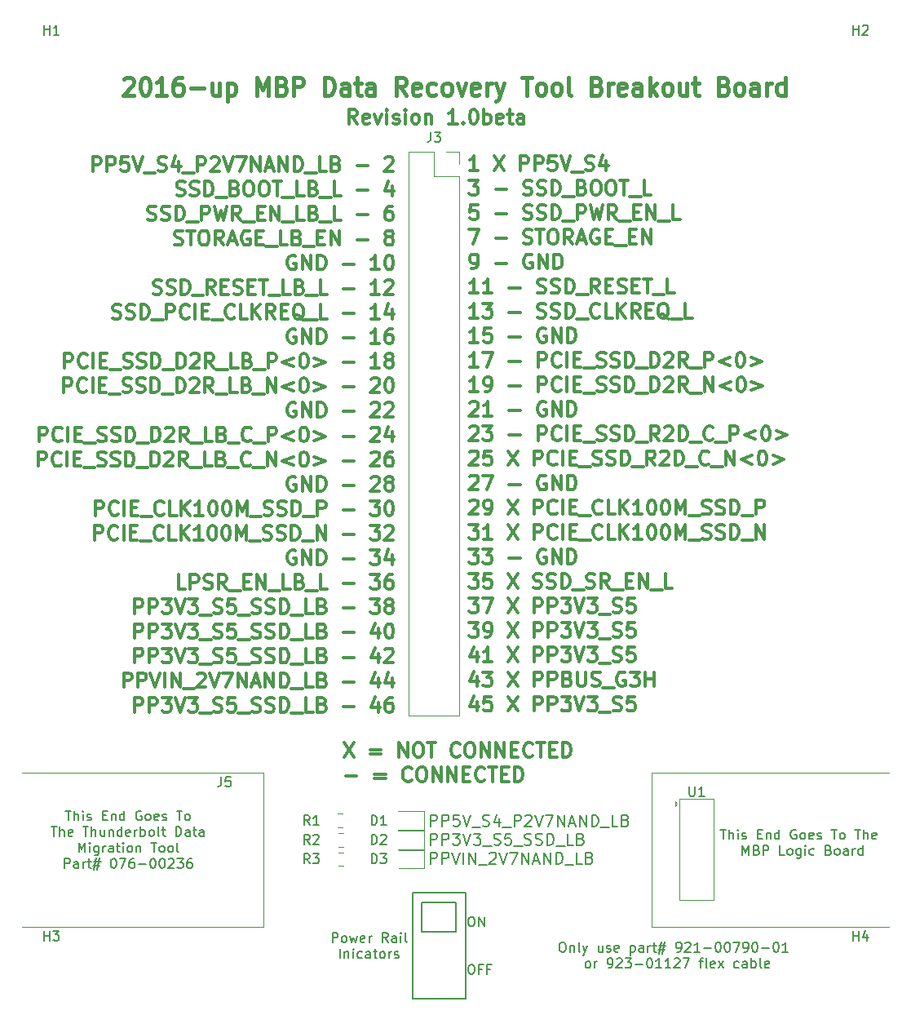
<source format=gbr>
G04 #@! TF.GenerationSoftware,KiCad,Pcbnew,(5.1.0-0)*
G04 #@! TF.CreationDate,2019-05-29T01:55:44-04:00*
G04 #@! TF.ProjectId,MacBook Pro 2016-up Data Recovery Breakout Adapter,4d616342-6f6f-46b2-9050-726f20323031,rev?*
G04 #@! TF.SameCoordinates,Original*
G04 #@! TF.FileFunction,Legend,Top*
G04 #@! TF.FilePolarity,Positive*
%FSLAX46Y46*%
G04 Gerber Fmt 4.6, Leading zero omitted, Abs format (unit mm)*
G04 Created by KiCad (PCBNEW (5.1.0-0)) date 2019-05-29 01:55:44*
%MOMM*%
%LPD*%
G04 APERTURE LIST*
%ADD10C,0.300000*%
%ADD11C,0.450000*%
%ADD12C,0.150000*%
%ADD13C,0.120000*%
G04 APERTURE END LIST*
D10*
X112304999Y-52628571D02*
X112304999Y-51128571D01*
X112876428Y-51128571D01*
X113019285Y-51200000D01*
X113090714Y-51271428D01*
X113162142Y-51414285D01*
X113162142Y-51628571D01*
X113090714Y-51771428D01*
X113019285Y-51842857D01*
X112876428Y-51914285D01*
X112304999Y-51914285D01*
X113804999Y-52628571D02*
X113804999Y-51128571D01*
X114376428Y-51128571D01*
X114519285Y-51200000D01*
X114590714Y-51271428D01*
X114662142Y-51414285D01*
X114662142Y-51628571D01*
X114590714Y-51771428D01*
X114519285Y-51842857D01*
X114376428Y-51914285D01*
X113804999Y-51914285D01*
X116019285Y-51128571D02*
X115304999Y-51128571D01*
X115233571Y-51842857D01*
X115304999Y-51771428D01*
X115447857Y-51700000D01*
X115804999Y-51700000D01*
X115947857Y-51771428D01*
X116019285Y-51842857D01*
X116090714Y-51985714D01*
X116090714Y-52342857D01*
X116019285Y-52485714D01*
X115947857Y-52557142D01*
X115804999Y-52628571D01*
X115447857Y-52628571D01*
X115304999Y-52557142D01*
X115233571Y-52485714D01*
X116519285Y-51128571D02*
X117019285Y-52628571D01*
X117519285Y-51128571D01*
X117662142Y-52771428D02*
X118804999Y-52771428D01*
X119090714Y-52557142D02*
X119304999Y-52628571D01*
X119662142Y-52628571D01*
X119804999Y-52557142D01*
X119876428Y-52485714D01*
X119947857Y-52342857D01*
X119947857Y-52200000D01*
X119876428Y-52057142D01*
X119804999Y-51985714D01*
X119662142Y-51914285D01*
X119376428Y-51842857D01*
X119233571Y-51771428D01*
X119162142Y-51700000D01*
X119090714Y-51557142D01*
X119090714Y-51414285D01*
X119162142Y-51271428D01*
X119233571Y-51200000D01*
X119376428Y-51128571D01*
X119733571Y-51128571D01*
X119947857Y-51200000D01*
X121233571Y-51628571D02*
X121233571Y-52628571D01*
X120876428Y-51057142D02*
X120519285Y-52128571D01*
X121447857Y-52128571D01*
X121662142Y-52771428D02*
X122804999Y-52771428D01*
X123162142Y-52628571D02*
X123162142Y-51128571D01*
X123733571Y-51128571D01*
X123876428Y-51200000D01*
X123947857Y-51271428D01*
X124019285Y-51414285D01*
X124019285Y-51628571D01*
X123947857Y-51771428D01*
X123876428Y-51842857D01*
X123733571Y-51914285D01*
X123162142Y-51914285D01*
X124590714Y-51271428D02*
X124662142Y-51200000D01*
X124804999Y-51128571D01*
X125162142Y-51128571D01*
X125304999Y-51200000D01*
X125376428Y-51271428D01*
X125447857Y-51414285D01*
X125447857Y-51557142D01*
X125376428Y-51771428D01*
X124519285Y-52628571D01*
X125447857Y-52628571D01*
X125876428Y-51128571D02*
X126376428Y-52628571D01*
X126876428Y-51128571D01*
X127233571Y-51128571D02*
X128233571Y-51128571D01*
X127590714Y-52628571D01*
X128804999Y-52628571D02*
X128804999Y-51128571D01*
X129662142Y-52628571D01*
X129662142Y-51128571D01*
X130305000Y-52200000D02*
X131019285Y-52200000D01*
X130162142Y-52628571D02*
X130662142Y-51128571D01*
X131162142Y-52628571D01*
X131662142Y-52628571D02*
X131662142Y-51128571D01*
X132519285Y-52628571D01*
X132519285Y-51128571D01*
X133233571Y-52628571D02*
X133233571Y-51128571D01*
X133590714Y-51128571D01*
X133805000Y-51200000D01*
X133947857Y-51342857D01*
X134019285Y-51485714D01*
X134090714Y-51771428D01*
X134090714Y-51985714D01*
X134019285Y-52271428D01*
X133947857Y-52414285D01*
X133805000Y-52557142D01*
X133590714Y-52628571D01*
X133233571Y-52628571D01*
X134376428Y-52771428D02*
X135519285Y-52771428D01*
X136590714Y-52628571D02*
X135876428Y-52628571D01*
X135876428Y-51128571D01*
X137590714Y-51842857D02*
X137805000Y-51914285D01*
X137876428Y-51985714D01*
X137947857Y-52128571D01*
X137947857Y-52342857D01*
X137876428Y-52485714D01*
X137805000Y-52557142D01*
X137662142Y-52628571D01*
X137090714Y-52628571D01*
X137090714Y-51128571D01*
X137590714Y-51128571D01*
X137733571Y-51200000D01*
X137805000Y-51271428D01*
X137876428Y-51414285D01*
X137876428Y-51557142D01*
X137805000Y-51700000D01*
X137733571Y-51771428D01*
X137590714Y-51842857D01*
X137090714Y-51842857D01*
X139733571Y-52057142D02*
X140876428Y-52057142D01*
X142662142Y-51271428D02*
X142733571Y-51200000D01*
X142876428Y-51128571D01*
X143233571Y-51128571D01*
X143376428Y-51200000D01*
X143447857Y-51271428D01*
X143519285Y-51414285D01*
X143519285Y-51557142D01*
X143447857Y-51771428D01*
X142590714Y-52628571D01*
X143519285Y-52628571D01*
X121019285Y-55107142D02*
X121233571Y-55178571D01*
X121590714Y-55178571D01*
X121733571Y-55107142D01*
X121805000Y-55035714D01*
X121876428Y-54892857D01*
X121876428Y-54750000D01*
X121805000Y-54607142D01*
X121733571Y-54535714D01*
X121590714Y-54464285D01*
X121305000Y-54392857D01*
X121162142Y-54321428D01*
X121090714Y-54250000D01*
X121019285Y-54107142D01*
X121019285Y-53964285D01*
X121090714Y-53821428D01*
X121162142Y-53750000D01*
X121305000Y-53678571D01*
X121662142Y-53678571D01*
X121876428Y-53750000D01*
X122447857Y-55107142D02*
X122662142Y-55178571D01*
X123019285Y-55178571D01*
X123162142Y-55107142D01*
X123233571Y-55035714D01*
X123305000Y-54892857D01*
X123305000Y-54750000D01*
X123233571Y-54607142D01*
X123162142Y-54535714D01*
X123019285Y-54464285D01*
X122733571Y-54392857D01*
X122590714Y-54321428D01*
X122519285Y-54250000D01*
X122447857Y-54107142D01*
X122447857Y-53964285D01*
X122519285Y-53821428D01*
X122590714Y-53750000D01*
X122733571Y-53678571D01*
X123090714Y-53678571D01*
X123305000Y-53750000D01*
X123947857Y-55178571D02*
X123947857Y-53678571D01*
X124305000Y-53678571D01*
X124519285Y-53750000D01*
X124662142Y-53892857D01*
X124733571Y-54035714D01*
X124805000Y-54321428D01*
X124805000Y-54535714D01*
X124733571Y-54821428D01*
X124662142Y-54964285D01*
X124519285Y-55107142D01*
X124305000Y-55178571D01*
X123947857Y-55178571D01*
X125090714Y-55321428D02*
X126233571Y-55321428D01*
X127090714Y-54392857D02*
X127305000Y-54464285D01*
X127376428Y-54535714D01*
X127447857Y-54678571D01*
X127447857Y-54892857D01*
X127376428Y-55035714D01*
X127305000Y-55107142D01*
X127162142Y-55178571D01*
X126590714Y-55178571D01*
X126590714Y-53678571D01*
X127090714Y-53678571D01*
X127233571Y-53750000D01*
X127305000Y-53821428D01*
X127376428Y-53964285D01*
X127376428Y-54107142D01*
X127305000Y-54250000D01*
X127233571Y-54321428D01*
X127090714Y-54392857D01*
X126590714Y-54392857D01*
X128376428Y-53678571D02*
X128662142Y-53678571D01*
X128805000Y-53750000D01*
X128947857Y-53892857D01*
X129019285Y-54178571D01*
X129019285Y-54678571D01*
X128947857Y-54964285D01*
X128805000Y-55107142D01*
X128662142Y-55178571D01*
X128376428Y-55178571D01*
X128233571Y-55107142D01*
X128090714Y-54964285D01*
X128019285Y-54678571D01*
X128019285Y-54178571D01*
X128090714Y-53892857D01*
X128233571Y-53750000D01*
X128376428Y-53678571D01*
X129947857Y-53678571D02*
X130233571Y-53678571D01*
X130376428Y-53750000D01*
X130519285Y-53892857D01*
X130590714Y-54178571D01*
X130590714Y-54678571D01*
X130519285Y-54964285D01*
X130376428Y-55107142D01*
X130233571Y-55178571D01*
X129947857Y-55178571D01*
X129805000Y-55107142D01*
X129662142Y-54964285D01*
X129590714Y-54678571D01*
X129590714Y-54178571D01*
X129662142Y-53892857D01*
X129805000Y-53750000D01*
X129947857Y-53678571D01*
X131019285Y-53678571D02*
X131876428Y-53678571D01*
X131447857Y-55178571D02*
X131447857Y-53678571D01*
X132019285Y-55321428D02*
X133162142Y-55321428D01*
X134233571Y-55178571D02*
X133519285Y-55178571D01*
X133519285Y-53678571D01*
X135233571Y-54392857D02*
X135447857Y-54464285D01*
X135519285Y-54535714D01*
X135590714Y-54678571D01*
X135590714Y-54892857D01*
X135519285Y-55035714D01*
X135447857Y-55107142D01*
X135305000Y-55178571D01*
X134733571Y-55178571D01*
X134733571Y-53678571D01*
X135233571Y-53678571D01*
X135376428Y-53750000D01*
X135447857Y-53821428D01*
X135519285Y-53964285D01*
X135519285Y-54107142D01*
X135447857Y-54250000D01*
X135376428Y-54321428D01*
X135233571Y-54392857D01*
X134733571Y-54392857D01*
X135876428Y-55321428D02*
X137019285Y-55321428D01*
X138090714Y-55178571D02*
X137376428Y-55178571D01*
X137376428Y-53678571D01*
X139733571Y-54607142D02*
X140876428Y-54607142D01*
X143376428Y-54178571D02*
X143376428Y-55178571D01*
X143019285Y-53607142D02*
X142662142Y-54678571D01*
X143590714Y-54678571D01*
X118019285Y-57657142D02*
X118233571Y-57728571D01*
X118590714Y-57728571D01*
X118733571Y-57657142D01*
X118805000Y-57585714D01*
X118876428Y-57442857D01*
X118876428Y-57300000D01*
X118805000Y-57157142D01*
X118733571Y-57085714D01*
X118590714Y-57014285D01*
X118305000Y-56942857D01*
X118162142Y-56871428D01*
X118090714Y-56800000D01*
X118019285Y-56657142D01*
X118019285Y-56514285D01*
X118090714Y-56371428D01*
X118162142Y-56300000D01*
X118305000Y-56228571D01*
X118662142Y-56228571D01*
X118876428Y-56300000D01*
X119447857Y-57657142D02*
X119662142Y-57728571D01*
X120019285Y-57728571D01*
X120162142Y-57657142D01*
X120233571Y-57585714D01*
X120305000Y-57442857D01*
X120305000Y-57300000D01*
X120233571Y-57157142D01*
X120162142Y-57085714D01*
X120019285Y-57014285D01*
X119733571Y-56942857D01*
X119590714Y-56871428D01*
X119519285Y-56800000D01*
X119447857Y-56657142D01*
X119447857Y-56514285D01*
X119519285Y-56371428D01*
X119590714Y-56300000D01*
X119733571Y-56228571D01*
X120090714Y-56228571D01*
X120305000Y-56300000D01*
X120947857Y-57728571D02*
X120947857Y-56228571D01*
X121305000Y-56228571D01*
X121519285Y-56300000D01*
X121662142Y-56442857D01*
X121733571Y-56585714D01*
X121805000Y-56871428D01*
X121805000Y-57085714D01*
X121733571Y-57371428D01*
X121662142Y-57514285D01*
X121519285Y-57657142D01*
X121305000Y-57728571D01*
X120947857Y-57728571D01*
X122090714Y-57871428D02*
X123233571Y-57871428D01*
X123590714Y-57728571D02*
X123590714Y-56228571D01*
X124162142Y-56228571D01*
X124305000Y-56300000D01*
X124376428Y-56371428D01*
X124447857Y-56514285D01*
X124447857Y-56728571D01*
X124376428Y-56871428D01*
X124305000Y-56942857D01*
X124162142Y-57014285D01*
X123590714Y-57014285D01*
X124947857Y-56228571D02*
X125305000Y-57728571D01*
X125590714Y-56657142D01*
X125876428Y-57728571D01*
X126233571Y-56228571D01*
X127662142Y-57728571D02*
X127162142Y-57014285D01*
X126805000Y-57728571D02*
X126805000Y-56228571D01*
X127376428Y-56228571D01*
X127519285Y-56300000D01*
X127590714Y-56371428D01*
X127662142Y-56514285D01*
X127662142Y-56728571D01*
X127590714Y-56871428D01*
X127519285Y-56942857D01*
X127376428Y-57014285D01*
X126805000Y-57014285D01*
X127947857Y-57871428D02*
X129090714Y-57871428D01*
X129447857Y-56942857D02*
X129947857Y-56942857D01*
X130162142Y-57728571D02*
X129447857Y-57728571D01*
X129447857Y-56228571D01*
X130162142Y-56228571D01*
X130805000Y-57728571D02*
X130805000Y-56228571D01*
X131662142Y-57728571D01*
X131662142Y-56228571D01*
X132019285Y-57871428D02*
X133162142Y-57871428D01*
X134233571Y-57728571D02*
X133519285Y-57728571D01*
X133519285Y-56228571D01*
X135233571Y-56942857D02*
X135447857Y-57014285D01*
X135519285Y-57085714D01*
X135590714Y-57228571D01*
X135590714Y-57442857D01*
X135519285Y-57585714D01*
X135447857Y-57657142D01*
X135305000Y-57728571D01*
X134733571Y-57728571D01*
X134733571Y-56228571D01*
X135233571Y-56228571D01*
X135376428Y-56300000D01*
X135447857Y-56371428D01*
X135519285Y-56514285D01*
X135519285Y-56657142D01*
X135447857Y-56800000D01*
X135376428Y-56871428D01*
X135233571Y-56942857D01*
X134733571Y-56942857D01*
X135876428Y-57871428D02*
X137019285Y-57871428D01*
X138090714Y-57728571D02*
X137376428Y-57728571D01*
X137376428Y-56228571D01*
X139733571Y-57157142D02*
X140876428Y-57157142D01*
X143376428Y-56228571D02*
X143090714Y-56228571D01*
X142947857Y-56300000D01*
X142876428Y-56371428D01*
X142733571Y-56585714D01*
X142662142Y-56871428D01*
X142662142Y-57442857D01*
X142733571Y-57585714D01*
X142805000Y-57657142D01*
X142947857Y-57728571D01*
X143233571Y-57728571D01*
X143376428Y-57657142D01*
X143447857Y-57585714D01*
X143519285Y-57442857D01*
X143519285Y-57085714D01*
X143447857Y-56942857D01*
X143376428Y-56871428D01*
X143233571Y-56800000D01*
X142947857Y-56800000D01*
X142805000Y-56871428D01*
X142733571Y-56942857D01*
X142662142Y-57085714D01*
X120805000Y-60207142D02*
X121019285Y-60278571D01*
X121376428Y-60278571D01*
X121519285Y-60207142D01*
X121590714Y-60135714D01*
X121662142Y-59992857D01*
X121662142Y-59850000D01*
X121590714Y-59707142D01*
X121519285Y-59635714D01*
X121376428Y-59564285D01*
X121090714Y-59492857D01*
X120947857Y-59421428D01*
X120876428Y-59350000D01*
X120805000Y-59207142D01*
X120805000Y-59064285D01*
X120876428Y-58921428D01*
X120947857Y-58850000D01*
X121090714Y-58778571D01*
X121447857Y-58778571D01*
X121662142Y-58850000D01*
X122090714Y-58778571D02*
X122947857Y-58778571D01*
X122519285Y-60278571D02*
X122519285Y-58778571D01*
X123733571Y-58778571D02*
X124019285Y-58778571D01*
X124162142Y-58850000D01*
X124305000Y-58992857D01*
X124376428Y-59278571D01*
X124376428Y-59778571D01*
X124305000Y-60064285D01*
X124162142Y-60207142D01*
X124019285Y-60278571D01*
X123733571Y-60278571D01*
X123590714Y-60207142D01*
X123447857Y-60064285D01*
X123376428Y-59778571D01*
X123376428Y-59278571D01*
X123447857Y-58992857D01*
X123590714Y-58850000D01*
X123733571Y-58778571D01*
X125876428Y-60278571D02*
X125376428Y-59564285D01*
X125019285Y-60278571D02*
X125019285Y-58778571D01*
X125590714Y-58778571D01*
X125733571Y-58850000D01*
X125805000Y-58921428D01*
X125876428Y-59064285D01*
X125876428Y-59278571D01*
X125805000Y-59421428D01*
X125733571Y-59492857D01*
X125590714Y-59564285D01*
X125019285Y-59564285D01*
X126447857Y-59850000D02*
X127162142Y-59850000D01*
X126305000Y-60278571D02*
X126805000Y-58778571D01*
X127305000Y-60278571D01*
X128590714Y-58850000D02*
X128447857Y-58778571D01*
X128233571Y-58778571D01*
X128019285Y-58850000D01*
X127876428Y-58992857D01*
X127805000Y-59135714D01*
X127733571Y-59421428D01*
X127733571Y-59635714D01*
X127805000Y-59921428D01*
X127876428Y-60064285D01*
X128019285Y-60207142D01*
X128233571Y-60278571D01*
X128376428Y-60278571D01*
X128590714Y-60207142D01*
X128662142Y-60135714D01*
X128662142Y-59635714D01*
X128376428Y-59635714D01*
X129305000Y-59492857D02*
X129805000Y-59492857D01*
X130019285Y-60278571D02*
X129305000Y-60278571D01*
X129305000Y-58778571D01*
X130019285Y-58778571D01*
X130305000Y-60421428D02*
X131447857Y-60421428D01*
X132519285Y-60278571D02*
X131805000Y-60278571D01*
X131805000Y-58778571D01*
X133519285Y-59492857D02*
X133733571Y-59564285D01*
X133805000Y-59635714D01*
X133876428Y-59778571D01*
X133876428Y-59992857D01*
X133805000Y-60135714D01*
X133733571Y-60207142D01*
X133590714Y-60278571D01*
X133019285Y-60278571D01*
X133019285Y-58778571D01*
X133519285Y-58778571D01*
X133662142Y-58850000D01*
X133733571Y-58921428D01*
X133805000Y-59064285D01*
X133805000Y-59207142D01*
X133733571Y-59350000D01*
X133662142Y-59421428D01*
X133519285Y-59492857D01*
X133019285Y-59492857D01*
X134162142Y-60421428D02*
X135305000Y-60421428D01*
X135662142Y-59492857D02*
X136162142Y-59492857D01*
X136376428Y-60278571D02*
X135662142Y-60278571D01*
X135662142Y-58778571D01*
X136376428Y-58778571D01*
X137019285Y-60278571D02*
X137019285Y-58778571D01*
X137876428Y-60278571D01*
X137876428Y-58778571D01*
X139733571Y-59707142D02*
X140876428Y-59707142D01*
X142947857Y-59421428D02*
X142805000Y-59350000D01*
X142733571Y-59278571D01*
X142662142Y-59135714D01*
X142662142Y-59064285D01*
X142733571Y-58921428D01*
X142805000Y-58850000D01*
X142947857Y-58778571D01*
X143233571Y-58778571D01*
X143376428Y-58850000D01*
X143447857Y-58921428D01*
X143519285Y-59064285D01*
X143519285Y-59135714D01*
X143447857Y-59278571D01*
X143376428Y-59350000D01*
X143233571Y-59421428D01*
X142947857Y-59421428D01*
X142805000Y-59492857D01*
X142733571Y-59564285D01*
X142662142Y-59707142D01*
X142662142Y-59992857D01*
X142733571Y-60135714D01*
X142805000Y-60207142D01*
X142947857Y-60278571D01*
X143233571Y-60278571D01*
X143376428Y-60207142D01*
X143447857Y-60135714D01*
X143519285Y-59992857D01*
X143519285Y-59707142D01*
X143447857Y-59564285D01*
X143376428Y-59492857D01*
X143233571Y-59421428D01*
X133376428Y-61400000D02*
X133233571Y-61328571D01*
X133019285Y-61328571D01*
X132805000Y-61400000D01*
X132662142Y-61542857D01*
X132590714Y-61685714D01*
X132519285Y-61971428D01*
X132519285Y-62185714D01*
X132590714Y-62471428D01*
X132662142Y-62614285D01*
X132805000Y-62757142D01*
X133019285Y-62828571D01*
X133162142Y-62828571D01*
X133376428Y-62757142D01*
X133447857Y-62685714D01*
X133447857Y-62185714D01*
X133162142Y-62185714D01*
X134090714Y-62828571D02*
X134090714Y-61328571D01*
X134947857Y-62828571D01*
X134947857Y-61328571D01*
X135662142Y-62828571D02*
X135662142Y-61328571D01*
X136019285Y-61328571D01*
X136233571Y-61400000D01*
X136376428Y-61542857D01*
X136447857Y-61685714D01*
X136519285Y-61971428D01*
X136519285Y-62185714D01*
X136447857Y-62471428D01*
X136376428Y-62614285D01*
X136233571Y-62757142D01*
X136019285Y-62828571D01*
X135662142Y-62828571D01*
X138305000Y-62257142D02*
X139447857Y-62257142D01*
X142090714Y-62828571D02*
X141233571Y-62828571D01*
X141662142Y-62828571D02*
X141662142Y-61328571D01*
X141519285Y-61542857D01*
X141376428Y-61685714D01*
X141233571Y-61757142D01*
X143019285Y-61328571D02*
X143162142Y-61328571D01*
X143305000Y-61400000D01*
X143376428Y-61471428D01*
X143447857Y-61614285D01*
X143519285Y-61900000D01*
X143519285Y-62257142D01*
X143447857Y-62542857D01*
X143376428Y-62685714D01*
X143305000Y-62757142D01*
X143162142Y-62828571D01*
X143019285Y-62828571D01*
X142876428Y-62757142D01*
X142805000Y-62685714D01*
X142733571Y-62542857D01*
X142662142Y-62257142D01*
X142662142Y-61900000D01*
X142733571Y-61614285D01*
X142805000Y-61471428D01*
X142876428Y-61400000D01*
X143019285Y-61328571D01*
X118590714Y-65307142D02*
X118805000Y-65378571D01*
X119162142Y-65378571D01*
X119305000Y-65307142D01*
X119376428Y-65235714D01*
X119447857Y-65092857D01*
X119447857Y-64950000D01*
X119376428Y-64807142D01*
X119305000Y-64735714D01*
X119162142Y-64664285D01*
X118876428Y-64592857D01*
X118733571Y-64521428D01*
X118662142Y-64450000D01*
X118590714Y-64307142D01*
X118590714Y-64164285D01*
X118662142Y-64021428D01*
X118733571Y-63950000D01*
X118876428Y-63878571D01*
X119233571Y-63878571D01*
X119447857Y-63950000D01*
X120019285Y-65307142D02*
X120233571Y-65378571D01*
X120590714Y-65378571D01*
X120733571Y-65307142D01*
X120805000Y-65235714D01*
X120876428Y-65092857D01*
X120876428Y-64950000D01*
X120805000Y-64807142D01*
X120733571Y-64735714D01*
X120590714Y-64664285D01*
X120305000Y-64592857D01*
X120162142Y-64521428D01*
X120090714Y-64450000D01*
X120019285Y-64307142D01*
X120019285Y-64164285D01*
X120090714Y-64021428D01*
X120162142Y-63950000D01*
X120305000Y-63878571D01*
X120662142Y-63878571D01*
X120876428Y-63950000D01*
X121519285Y-65378571D02*
X121519285Y-63878571D01*
X121876428Y-63878571D01*
X122090714Y-63950000D01*
X122233571Y-64092857D01*
X122305000Y-64235714D01*
X122376428Y-64521428D01*
X122376428Y-64735714D01*
X122305000Y-65021428D01*
X122233571Y-65164285D01*
X122090714Y-65307142D01*
X121876428Y-65378571D01*
X121519285Y-65378571D01*
X122662142Y-65521428D02*
X123805000Y-65521428D01*
X125019285Y-65378571D02*
X124519285Y-64664285D01*
X124162142Y-65378571D02*
X124162142Y-63878571D01*
X124733571Y-63878571D01*
X124876428Y-63950000D01*
X124947857Y-64021428D01*
X125019285Y-64164285D01*
X125019285Y-64378571D01*
X124947857Y-64521428D01*
X124876428Y-64592857D01*
X124733571Y-64664285D01*
X124162142Y-64664285D01*
X125662142Y-64592857D02*
X126162142Y-64592857D01*
X126376428Y-65378571D02*
X125662142Y-65378571D01*
X125662142Y-63878571D01*
X126376428Y-63878571D01*
X126947857Y-65307142D02*
X127162142Y-65378571D01*
X127519285Y-65378571D01*
X127662142Y-65307142D01*
X127733571Y-65235714D01*
X127805000Y-65092857D01*
X127805000Y-64950000D01*
X127733571Y-64807142D01*
X127662142Y-64735714D01*
X127519285Y-64664285D01*
X127233571Y-64592857D01*
X127090714Y-64521428D01*
X127019285Y-64450000D01*
X126947857Y-64307142D01*
X126947857Y-64164285D01*
X127019285Y-64021428D01*
X127090714Y-63950000D01*
X127233571Y-63878571D01*
X127590714Y-63878571D01*
X127805000Y-63950000D01*
X128447857Y-64592857D02*
X128947857Y-64592857D01*
X129162142Y-65378571D02*
X128447857Y-65378571D01*
X128447857Y-63878571D01*
X129162142Y-63878571D01*
X129590714Y-63878571D02*
X130447857Y-63878571D01*
X130019285Y-65378571D02*
X130019285Y-63878571D01*
X130590714Y-65521428D02*
X131733571Y-65521428D01*
X132805000Y-65378571D02*
X132090714Y-65378571D01*
X132090714Y-63878571D01*
X133805000Y-64592857D02*
X134019285Y-64664285D01*
X134090714Y-64735714D01*
X134162142Y-64878571D01*
X134162142Y-65092857D01*
X134090714Y-65235714D01*
X134019285Y-65307142D01*
X133876428Y-65378571D01*
X133305000Y-65378571D01*
X133305000Y-63878571D01*
X133805000Y-63878571D01*
X133947857Y-63950000D01*
X134019285Y-64021428D01*
X134090714Y-64164285D01*
X134090714Y-64307142D01*
X134019285Y-64450000D01*
X133947857Y-64521428D01*
X133805000Y-64592857D01*
X133305000Y-64592857D01*
X134447857Y-65521428D02*
X135590714Y-65521428D01*
X136662142Y-65378571D02*
X135947857Y-65378571D01*
X135947857Y-63878571D01*
X138305000Y-64807142D02*
X139447857Y-64807142D01*
X142090714Y-65378571D02*
X141233571Y-65378571D01*
X141662142Y-65378571D02*
X141662142Y-63878571D01*
X141519285Y-64092857D01*
X141376428Y-64235714D01*
X141233571Y-64307142D01*
X142662142Y-64021428D02*
X142733571Y-63950000D01*
X142876428Y-63878571D01*
X143233571Y-63878571D01*
X143376428Y-63950000D01*
X143447857Y-64021428D01*
X143519285Y-64164285D01*
X143519285Y-64307142D01*
X143447857Y-64521428D01*
X142590714Y-65378571D01*
X143519285Y-65378571D01*
X114376428Y-67857142D02*
X114590714Y-67928571D01*
X114947857Y-67928571D01*
X115090714Y-67857142D01*
X115162142Y-67785714D01*
X115233571Y-67642857D01*
X115233571Y-67500000D01*
X115162142Y-67357142D01*
X115090714Y-67285714D01*
X114947857Y-67214285D01*
X114662142Y-67142857D01*
X114519285Y-67071428D01*
X114447857Y-67000000D01*
X114376428Y-66857142D01*
X114376428Y-66714285D01*
X114447857Y-66571428D01*
X114519285Y-66500000D01*
X114662142Y-66428571D01*
X115019285Y-66428571D01*
X115233571Y-66500000D01*
X115805000Y-67857142D02*
X116019285Y-67928571D01*
X116376428Y-67928571D01*
X116519285Y-67857142D01*
X116590714Y-67785714D01*
X116662142Y-67642857D01*
X116662142Y-67500000D01*
X116590714Y-67357142D01*
X116519285Y-67285714D01*
X116376428Y-67214285D01*
X116090714Y-67142857D01*
X115947857Y-67071428D01*
X115876428Y-67000000D01*
X115805000Y-66857142D01*
X115805000Y-66714285D01*
X115876428Y-66571428D01*
X115947857Y-66500000D01*
X116090714Y-66428571D01*
X116447857Y-66428571D01*
X116662142Y-66500000D01*
X117305000Y-67928571D02*
X117305000Y-66428571D01*
X117662142Y-66428571D01*
X117876428Y-66500000D01*
X118019285Y-66642857D01*
X118090714Y-66785714D01*
X118162142Y-67071428D01*
X118162142Y-67285714D01*
X118090714Y-67571428D01*
X118019285Y-67714285D01*
X117876428Y-67857142D01*
X117662142Y-67928571D01*
X117305000Y-67928571D01*
X118447857Y-68071428D02*
X119590714Y-68071428D01*
X119947857Y-67928571D02*
X119947857Y-66428571D01*
X120519285Y-66428571D01*
X120662142Y-66500000D01*
X120733571Y-66571428D01*
X120805000Y-66714285D01*
X120805000Y-66928571D01*
X120733571Y-67071428D01*
X120662142Y-67142857D01*
X120519285Y-67214285D01*
X119947857Y-67214285D01*
X122305000Y-67785714D02*
X122233571Y-67857142D01*
X122019285Y-67928571D01*
X121876428Y-67928571D01*
X121662142Y-67857142D01*
X121519285Y-67714285D01*
X121447857Y-67571428D01*
X121376428Y-67285714D01*
X121376428Y-67071428D01*
X121447857Y-66785714D01*
X121519285Y-66642857D01*
X121662142Y-66500000D01*
X121876428Y-66428571D01*
X122019285Y-66428571D01*
X122233571Y-66500000D01*
X122305000Y-66571428D01*
X122947857Y-67928571D02*
X122947857Y-66428571D01*
X123662142Y-67142857D02*
X124162142Y-67142857D01*
X124376428Y-67928571D02*
X123662142Y-67928571D01*
X123662142Y-66428571D01*
X124376428Y-66428571D01*
X124662142Y-68071428D02*
X125805000Y-68071428D01*
X127019285Y-67785714D02*
X126947857Y-67857142D01*
X126733571Y-67928571D01*
X126590714Y-67928571D01*
X126376428Y-67857142D01*
X126233571Y-67714285D01*
X126162142Y-67571428D01*
X126090714Y-67285714D01*
X126090714Y-67071428D01*
X126162142Y-66785714D01*
X126233571Y-66642857D01*
X126376428Y-66500000D01*
X126590714Y-66428571D01*
X126733571Y-66428571D01*
X126947857Y-66500000D01*
X127019285Y-66571428D01*
X128376428Y-67928571D02*
X127662142Y-67928571D01*
X127662142Y-66428571D01*
X128876428Y-67928571D02*
X128876428Y-66428571D01*
X129733571Y-67928571D02*
X129090714Y-67071428D01*
X129733571Y-66428571D02*
X128876428Y-67285714D01*
X131233571Y-67928571D02*
X130733571Y-67214285D01*
X130376428Y-67928571D02*
X130376428Y-66428571D01*
X130947857Y-66428571D01*
X131090714Y-66500000D01*
X131162142Y-66571428D01*
X131233571Y-66714285D01*
X131233571Y-66928571D01*
X131162142Y-67071428D01*
X131090714Y-67142857D01*
X130947857Y-67214285D01*
X130376428Y-67214285D01*
X131876428Y-67142857D02*
X132376428Y-67142857D01*
X132590714Y-67928571D02*
X131876428Y-67928571D01*
X131876428Y-66428571D01*
X132590714Y-66428571D01*
X134233571Y-68071428D02*
X134090714Y-68000000D01*
X133947857Y-67857142D01*
X133733571Y-67642857D01*
X133590714Y-67571428D01*
X133447857Y-67571428D01*
X133519285Y-67928571D02*
X133376428Y-67857142D01*
X133233571Y-67714285D01*
X133162142Y-67428571D01*
X133162142Y-66928571D01*
X133233571Y-66642857D01*
X133376428Y-66500000D01*
X133519285Y-66428571D01*
X133805000Y-66428571D01*
X133947857Y-66500000D01*
X134090714Y-66642857D01*
X134162142Y-66928571D01*
X134162142Y-67428571D01*
X134090714Y-67714285D01*
X133947857Y-67857142D01*
X133805000Y-67928571D01*
X133519285Y-67928571D01*
X134447857Y-68071428D02*
X135590714Y-68071428D01*
X136662142Y-67928571D02*
X135947857Y-67928571D01*
X135947857Y-66428571D01*
X138305000Y-67357142D02*
X139447857Y-67357142D01*
X142090714Y-67928571D02*
X141233571Y-67928571D01*
X141662142Y-67928571D02*
X141662142Y-66428571D01*
X141519285Y-66642857D01*
X141376428Y-66785714D01*
X141233571Y-66857142D01*
X143376428Y-66928571D02*
X143376428Y-67928571D01*
X143019285Y-66357142D02*
X142662142Y-67428571D01*
X143590714Y-67428571D01*
X133376428Y-69050000D02*
X133233571Y-68978571D01*
X133019285Y-68978571D01*
X132805000Y-69050000D01*
X132662142Y-69192857D01*
X132590714Y-69335714D01*
X132519285Y-69621428D01*
X132519285Y-69835714D01*
X132590714Y-70121428D01*
X132662142Y-70264285D01*
X132805000Y-70407142D01*
X133019285Y-70478571D01*
X133162142Y-70478571D01*
X133376428Y-70407142D01*
X133447857Y-70335714D01*
X133447857Y-69835714D01*
X133162142Y-69835714D01*
X134090714Y-70478571D02*
X134090714Y-68978571D01*
X134947857Y-70478571D01*
X134947857Y-68978571D01*
X135662142Y-70478571D02*
X135662142Y-68978571D01*
X136019285Y-68978571D01*
X136233571Y-69050000D01*
X136376428Y-69192857D01*
X136447857Y-69335714D01*
X136519285Y-69621428D01*
X136519285Y-69835714D01*
X136447857Y-70121428D01*
X136376428Y-70264285D01*
X136233571Y-70407142D01*
X136019285Y-70478571D01*
X135662142Y-70478571D01*
X138305000Y-69907142D02*
X139447857Y-69907142D01*
X142090714Y-70478571D02*
X141233571Y-70478571D01*
X141662142Y-70478571D02*
X141662142Y-68978571D01*
X141519285Y-69192857D01*
X141376428Y-69335714D01*
X141233571Y-69407142D01*
X143376428Y-68978571D02*
X143090714Y-68978571D01*
X142947857Y-69050000D01*
X142876428Y-69121428D01*
X142733571Y-69335714D01*
X142662142Y-69621428D01*
X142662142Y-70192857D01*
X142733571Y-70335714D01*
X142805000Y-70407142D01*
X142947857Y-70478571D01*
X143233571Y-70478571D01*
X143376428Y-70407142D01*
X143447857Y-70335714D01*
X143519285Y-70192857D01*
X143519285Y-69835714D01*
X143447857Y-69692857D01*
X143376428Y-69621428D01*
X143233571Y-69550000D01*
X142947857Y-69550000D01*
X142805000Y-69621428D01*
X142733571Y-69692857D01*
X142662142Y-69835714D01*
X109376428Y-73028571D02*
X109376428Y-71528571D01*
X109947857Y-71528571D01*
X110090714Y-71600000D01*
X110162142Y-71671428D01*
X110233571Y-71814285D01*
X110233571Y-72028571D01*
X110162142Y-72171428D01*
X110090714Y-72242857D01*
X109947857Y-72314285D01*
X109376428Y-72314285D01*
X111733571Y-72885714D02*
X111662142Y-72957142D01*
X111447857Y-73028571D01*
X111305000Y-73028571D01*
X111090714Y-72957142D01*
X110947857Y-72814285D01*
X110876428Y-72671428D01*
X110805000Y-72385714D01*
X110805000Y-72171428D01*
X110876428Y-71885714D01*
X110947857Y-71742857D01*
X111090714Y-71600000D01*
X111305000Y-71528571D01*
X111447857Y-71528571D01*
X111662142Y-71600000D01*
X111733571Y-71671428D01*
X112376428Y-73028571D02*
X112376428Y-71528571D01*
X113090714Y-72242857D02*
X113590714Y-72242857D01*
X113805000Y-73028571D02*
X113090714Y-73028571D01*
X113090714Y-71528571D01*
X113805000Y-71528571D01*
X114090714Y-73171428D02*
X115233571Y-73171428D01*
X115519285Y-72957142D02*
X115733571Y-73028571D01*
X116090714Y-73028571D01*
X116233571Y-72957142D01*
X116305000Y-72885714D01*
X116376428Y-72742857D01*
X116376428Y-72600000D01*
X116305000Y-72457142D01*
X116233571Y-72385714D01*
X116090714Y-72314285D01*
X115805000Y-72242857D01*
X115662142Y-72171428D01*
X115590714Y-72100000D01*
X115519285Y-71957142D01*
X115519285Y-71814285D01*
X115590714Y-71671428D01*
X115662142Y-71600000D01*
X115805000Y-71528571D01*
X116162142Y-71528571D01*
X116376428Y-71600000D01*
X116947857Y-72957142D02*
X117162142Y-73028571D01*
X117519285Y-73028571D01*
X117662142Y-72957142D01*
X117733571Y-72885714D01*
X117805000Y-72742857D01*
X117805000Y-72600000D01*
X117733571Y-72457142D01*
X117662142Y-72385714D01*
X117519285Y-72314285D01*
X117233571Y-72242857D01*
X117090714Y-72171428D01*
X117019285Y-72100000D01*
X116947857Y-71957142D01*
X116947857Y-71814285D01*
X117019285Y-71671428D01*
X117090714Y-71600000D01*
X117233571Y-71528571D01*
X117590714Y-71528571D01*
X117805000Y-71600000D01*
X118447857Y-73028571D02*
X118447857Y-71528571D01*
X118805000Y-71528571D01*
X119019285Y-71600000D01*
X119162142Y-71742857D01*
X119233571Y-71885714D01*
X119305000Y-72171428D01*
X119305000Y-72385714D01*
X119233571Y-72671428D01*
X119162142Y-72814285D01*
X119019285Y-72957142D01*
X118805000Y-73028571D01*
X118447857Y-73028571D01*
X119590714Y-73171428D02*
X120733571Y-73171428D01*
X121090714Y-73028571D02*
X121090714Y-71528571D01*
X121447857Y-71528571D01*
X121662142Y-71600000D01*
X121805000Y-71742857D01*
X121876428Y-71885714D01*
X121947857Y-72171428D01*
X121947857Y-72385714D01*
X121876428Y-72671428D01*
X121805000Y-72814285D01*
X121662142Y-72957142D01*
X121447857Y-73028571D01*
X121090714Y-73028571D01*
X122519285Y-71671428D02*
X122590714Y-71600000D01*
X122733571Y-71528571D01*
X123090714Y-71528571D01*
X123233571Y-71600000D01*
X123305000Y-71671428D01*
X123376428Y-71814285D01*
X123376428Y-71957142D01*
X123305000Y-72171428D01*
X122447857Y-73028571D01*
X123376428Y-73028571D01*
X124876428Y-73028571D02*
X124376428Y-72314285D01*
X124019285Y-73028571D02*
X124019285Y-71528571D01*
X124590714Y-71528571D01*
X124733571Y-71600000D01*
X124805000Y-71671428D01*
X124876428Y-71814285D01*
X124876428Y-72028571D01*
X124805000Y-72171428D01*
X124733571Y-72242857D01*
X124590714Y-72314285D01*
X124019285Y-72314285D01*
X125162142Y-73171428D02*
X126305000Y-73171428D01*
X127376428Y-73028571D02*
X126662142Y-73028571D01*
X126662142Y-71528571D01*
X128376428Y-72242857D02*
X128590714Y-72314285D01*
X128662142Y-72385714D01*
X128733571Y-72528571D01*
X128733571Y-72742857D01*
X128662142Y-72885714D01*
X128590714Y-72957142D01*
X128447857Y-73028571D01*
X127876428Y-73028571D01*
X127876428Y-71528571D01*
X128376428Y-71528571D01*
X128519285Y-71600000D01*
X128590714Y-71671428D01*
X128662142Y-71814285D01*
X128662142Y-71957142D01*
X128590714Y-72100000D01*
X128519285Y-72171428D01*
X128376428Y-72242857D01*
X127876428Y-72242857D01*
X129019285Y-73171428D02*
X130162142Y-73171428D01*
X130519285Y-73028571D02*
X130519285Y-71528571D01*
X131090714Y-71528571D01*
X131233571Y-71600000D01*
X131305000Y-71671428D01*
X131376428Y-71814285D01*
X131376428Y-72028571D01*
X131305000Y-72171428D01*
X131233571Y-72242857D01*
X131090714Y-72314285D01*
X130519285Y-72314285D01*
X133162142Y-72028571D02*
X132019285Y-72457142D01*
X133162142Y-72885714D01*
X134162142Y-71528571D02*
X134305000Y-71528571D01*
X134447857Y-71600000D01*
X134519285Y-71671428D01*
X134590714Y-71814285D01*
X134662142Y-72100000D01*
X134662142Y-72457142D01*
X134590714Y-72742857D01*
X134519285Y-72885714D01*
X134447857Y-72957142D01*
X134305000Y-73028571D01*
X134162142Y-73028571D01*
X134019285Y-72957142D01*
X133947857Y-72885714D01*
X133876428Y-72742857D01*
X133805000Y-72457142D01*
X133805000Y-72100000D01*
X133876428Y-71814285D01*
X133947857Y-71671428D01*
X134019285Y-71600000D01*
X134162142Y-71528571D01*
X135305000Y-72028571D02*
X136447857Y-72457142D01*
X135305000Y-72885714D01*
X138305000Y-72457142D02*
X139447857Y-72457142D01*
X142090714Y-73028571D02*
X141233571Y-73028571D01*
X141662142Y-73028571D02*
X141662142Y-71528571D01*
X141519285Y-71742857D01*
X141376428Y-71885714D01*
X141233571Y-71957142D01*
X142947857Y-72171428D02*
X142805000Y-72100000D01*
X142733571Y-72028571D01*
X142662142Y-71885714D01*
X142662142Y-71814285D01*
X142733571Y-71671428D01*
X142805000Y-71600000D01*
X142947857Y-71528571D01*
X143233571Y-71528571D01*
X143376428Y-71600000D01*
X143447857Y-71671428D01*
X143519285Y-71814285D01*
X143519285Y-71885714D01*
X143447857Y-72028571D01*
X143376428Y-72100000D01*
X143233571Y-72171428D01*
X142947857Y-72171428D01*
X142805000Y-72242857D01*
X142733571Y-72314285D01*
X142662142Y-72457142D01*
X142662142Y-72742857D01*
X142733571Y-72885714D01*
X142805000Y-72957142D01*
X142947857Y-73028571D01*
X143233571Y-73028571D01*
X143376428Y-72957142D01*
X143447857Y-72885714D01*
X143519285Y-72742857D01*
X143519285Y-72457142D01*
X143447857Y-72314285D01*
X143376428Y-72242857D01*
X143233571Y-72171428D01*
X109304999Y-75578571D02*
X109304999Y-74078571D01*
X109876428Y-74078571D01*
X110019285Y-74150000D01*
X110090714Y-74221428D01*
X110162142Y-74364285D01*
X110162142Y-74578571D01*
X110090714Y-74721428D01*
X110019285Y-74792857D01*
X109876428Y-74864285D01*
X109304999Y-74864285D01*
X111662142Y-75435714D02*
X111590714Y-75507142D01*
X111376428Y-75578571D01*
X111233571Y-75578571D01*
X111019285Y-75507142D01*
X110876428Y-75364285D01*
X110804999Y-75221428D01*
X110733571Y-74935714D01*
X110733571Y-74721428D01*
X110804999Y-74435714D01*
X110876428Y-74292857D01*
X111019285Y-74150000D01*
X111233571Y-74078571D01*
X111376428Y-74078571D01*
X111590714Y-74150000D01*
X111662142Y-74221428D01*
X112304999Y-75578571D02*
X112304999Y-74078571D01*
X113019285Y-74792857D02*
X113519285Y-74792857D01*
X113733571Y-75578571D02*
X113019285Y-75578571D01*
X113019285Y-74078571D01*
X113733571Y-74078571D01*
X114019285Y-75721428D02*
X115162142Y-75721428D01*
X115447857Y-75507142D02*
X115662142Y-75578571D01*
X116019285Y-75578571D01*
X116162142Y-75507142D01*
X116233571Y-75435714D01*
X116304999Y-75292857D01*
X116304999Y-75150000D01*
X116233571Y-75007142D01*
X116162142Y-74935714D01*
X116019285Y-74864285D01*
X115733571Y-74792857D01*
X115590714Y-74721428D01*
X115519285Y-74650000D01*
X115447857Y-74507142D01*
X115447857Y-74364285D01*
X115519285Y-74221428D01*
X115590714Y-74150000D01*
X115733571Y-74078571D01*
X116090714Y-74078571D01*
X116304999Y-74150000D01*
X116876428Y-75507142D02*
X117090714Y-75578571D01*
X117447857Y-75578571D01*
X117590714Y-75507142D01*
X117662142Y-75435714D01*
X117733571Y-75292857D01*
X117733571Y-75150000D01*
X117662142Y-75007142D01*
X117590714Y-74935714D01*
X117447857Y-74864285D01*
X117162142Y-74792857D01*
X117019285Y-74721428D01*
X116947857Y-74650000D01*
X116876428Y-74507142D01*
X116876428Y-74364285D01*
X116947857Y-74221428D01*
X117019285Y-74150000D01*
X117162142Y-74078571D01*
X117519285Y-74078571D01*
X117733571Y-74150000D01*
X118376428Y-75578571D02*
X118376428Y-74078571D01*
X118733571Y-74078571D01*
X118947857Y-74150000D01*
X119090714Y-74292857D01*
X119162142Y-74435714D01*
X119233571Y-74721428D01*
X119233571Y-74935714D01*
X119162142Y-75221428D01*
X119090714Y-75364285D01*
X118947857Y-75507142D01*
X118733571Y-75578571D01*
X118376428Y-75578571D01*
X119519285Y-75721428D02*
X120662142Y-75721428D01*
X121019285Y-75578571D02*
X121019285Y-74078571D01*
X121376428Y-74078571D01*
X121590714Y-74150000D01*
X121733571Y-74292857D01*
X121804999Y-74435714D01*
X121876428Y-74721428D01*
X121876428Y-74935714D01*
X121804999Y-75221428D01*
X121733571Y-75364285D01*
X121590714Y-75507142D01*
X121376428Y-75578571D01*
X121019285Y-75578571D01*
X122447857Y-74221428D02*
X122519285Y-74150000D01*
X122662142Y-74078571D01*
X123019285Y-74078571D01*
X123162142Y-74150000D01*
X123233571Y-74221428D01*
X123304999Y-74364285D01*
X123304999Y-74507142D01*
X123233571Y-74721428D01*
X122376428Y-75578571D01*
X123304999Y-75578571D01*
X124804999Y-75578571D02*
X124304999Y-74864285D01*
X123947857Y-75578571D02*
X123947857Y-74078571D01*
X124519285Y-74078571D01*
X124662142Y-74150000D01*
X124733571Y-74221428D01*
X124804999Y-74364285D01*
X124804999Y-74578571D01*
X124733571Y-74721428D01*
X124662142Y-74792857D01*
X124519285Y-74864285D01*
X123947857Y-74864285D01*
X125090714Y-75721428D02*
X126233571Y-75721428D01*
X127304999Y-75578571D02*
X126590714Y-75578571D01*
X126590714Y-74078571D01*
X128304999Y-74792857D02*
X128519285Y-74864285D01*
X128590714Y-74935714D01*
X128662142Y-75078571D01*
X128662142Y-75292857D01*
X128590714Y-75435714D01*
X128519285Y-75507142D01*
X128376428Y-75578571D01*
X127804999Y-75578571D01*
X127804999Y-74078571D01*
X128304999Y-74078571D01*
X128447857Y-74150000D01*
X128519285Y-74221428D01*
X128590714Y-74364285D01*
X128590714Y-74507142D01*
X128519285Y-74650000D01*
X128447857Y-74721428D01*
X128304999Y-74792857D01*
X127804999Y-74792857D01*
X128947857Y-75721428D02*
X130090714Y-75721428D01*
X130447857Y-75578571D02*
X130447857Y-74078571D01*
X131304999Y-75578571D01*
X131304999Y-74078571D01*
X133162142Y-74578571D02*
X132019285Y-75007142D01*
X133162142Y-75435714D01*
X134162142Y-74078571D02*
X134305000Y-74078571D01*
X134447857Y-74150000D01*
X134519285Y-74221428D01*
X134590714Y-74364285D01*
X134662142Y-74650000D01*
X134662142Y-75007142D01*
X134590714Y-75292857D01*
X134519285Y-75435714D01*
X134447857Y-75507142D01*
X134305000Y-75578571D01*
X134162142Y-75578571D01*
X134019285Y-75507142D01*
X133947857Y-75435714D01*
X133876428Y-75292857D01*
X133804999Y-75007142D01*
X133804999Y-74650000D01*
X133876428Y-74364285D01*
X133947857Y-74221428D01*
X134019285Y-74150000D01*
X134162142Y-74078571D01*
X135305000Y-74578571D02*
X136447857Y-75007142D01*
X135305000Y-75435714D01*
X138305000Y-75007142D02*
X139447857Y-75007142D01*
X141233571Y-74221428D02*
X141305000Y-74150000D01*
X141447857Y-74078571D01*
X141805000Y-74078571D01*
X141947857Y-74150000D01*
X142019285Y-74221428D01*
X142090714Y-74364285D01*
X142090714Y-74507142D01*
X142019285Y-74721428D01*
X141162142Y-75578571D01*
X142090714Y-75578571D01*
X143019285Y-74078571D02*
X143162142Y-74078571D01*
X143305000Y-74150000D01*
X143376428Y-74221428D01*
X143447857Y-74364285D01*
X143519285Y-74650000D01*
X143519285Y-75007142D01*
X143447857Y-75292857D01*
X143376428Y-75435714D01*
X143305000Y-75507142D01*
X143162142Y-75578571D01*
X143019285Y-75578571D01*
X142876428Y-75507142D01*
X142805000Y-75435714D01*
X142733571Y-75292857D01*
X142662142Y-75007142D01*
X142662142Y-74650000D01*
X142733571Y-74364285D01*
X142805000Y-74221428D01*
X142876428Y-74150000D01*
X143019285Y-74078571D01*
X133376428Y-76700000D02*
X133233571Y-76628571D01*
X133019285Y-76628571D01*
X132805000Y-76700000D01*
X132662142Y-76842857D01*
X132590714Y-76985714D01*
X132519285Y-77271428D01*
X132519285Y-77485714D01*
X132590714Y-77771428D01*
X132662142Y-77914285D01*
X132805000Y-78057142D01*
X133019285Y-78128571D01*
X133162142Y-78128571D01*
X133376428Y-78057142D01*
X133447857Y-77985714D01*
X133447857Y-77485714D01*
X133162142Y-77485714D01*
X134090714Y-78128571D02*
X134090714Y-76628571D01*
X134947857Y-78128571D01*
X134947857Y-76628571D01*
X135662142Y-78128571D02*
X135662142Y-76628571D01*
X136019285Y-76628571D01*
X136233571Y-76700000D01*
X136376428Y-76842857D01*
X136447857Y-76985714D01*
X136519285Y-77271428D01*
X136519285Y-77485714D01*
X136447857Y-77771428D01*
X136376428Y-77914285D01*
X136233571Y-78057142D01*
X136019285Y-78128571D01*
X135662142Y-78128571D01*
X138305000Y-77557142D02*
X139447857Y-77557142D01*
X141233571Y-76771428D02*
X141305000Y-76700000D01*
X141447857Y-76628571D01*
X141805000Y-76628571D01*
X141947857Y-76700000D01*
X142019285Y-76771428D01*
X142090714Y-76914285D01*
X142090714Y-77057142D01*
X142019285Y-77271428D01*
X141162142Y-78128571D01*
X142090714Y-78128571D01*
X142662142Y-76771428D02*
X142733571Y-76700000D01*
X142876428Y-76628571D01*
X143233571Y-76628571D01*
X143376428Y-76700000D01*
X143447857Y-76771428D01*
X143519285Y-76914285D01*
X143519285Y-77057142D01*
X143447857Y-77271428D01*
X142590714Y-78128571D01*
X143519285Y-78128571D01*
X106733571Y-80678571D02*
X106733571Y-79178571D01*
X107305000Y-79178571D01*
X107447857Y-79250000D01*
X107519285Y-79321428D01*
X107590714Y-79464285D01*
X107590714Y-79678571D01*
X107519285Y-79821428D01*
X107447857Y-79892857D01*
X107305000Y-79964285D01*
X106733571Y-79964285D01*
X109090714Y-80535714D02*
X109019285Y-80607142D01*
X108805000Y-80678571D01*
X108662142Y-80678571D01*
X108447857Y-80607142D01*
X108305000Y-80464285D01*
X108233571Y-80321428D01*
X108162142Y-80035714D01*
X108162142Y-79821428D01*
X108233571Y-79535714D01*
X108305000Y-79392857D01*
X108447857Y-79250000D01*
X108662142Y-79178571D01*
X108805000Y-79178571D01*
X109019285Y-79250000D01*
X109090714Y-79321428D01*
X109733571Y-80678571D02*
X109733571Y-79178571D01*
X110447857Y-79892857D02*
X110947857Y-79892857D01*
X111162142Y-80678571D02*
X110447857Y-80678571D01*
X110447857Y-79178571D01*
X111162142Y-79178571D01*
X111447857Y-80821428D02*
X112590714Y-80821428D01*
X112876428Y-80607142D02*
X113090714Y-80678571D01*
X113447857Y-80678571D01*
X113590714Y-80607142D01*
X113662142Y-80535714D01*
X113733571Y-80392857D01*
X113733571Y-80250000D01*
X113662142Y-80107142D01*
X113590714Y-80035714D01*
X113447857Y-79964285D01*
X113162142Y-79892857D01*
X113019285Y-79821428D01*
X112947857Y-79750000D01*
X112876428Y-79607142D01*
X112876428Y-79464285D01*
X112947857Y-79321428D01*
X113019285Y-79250000D01*
X113162142Y-79178571D01*
X113519285Y-79178571D01*
X113733571Y-79250000D01*
X114305000Y-80607142D02*
X114519285Y-80678571D01*
X114876428Y-80678571D01*
X115019285Y-80607142D01*
X115090714Y-80535714D01*
X115162142Y-80392857D01*
X115162142Y-80250000D01*
X115090714Y-80107142D01*
X115019285Y-80035714D01*
X114876428Y-79964285D01*
X114590714Y-79892857D01*
X114447857Y-79821428D01*
X114376428Y-79750000D01*
X114305000Y-79607142D01*
X114305000Y-79464285D01*
X114376428Y-79321428D01*
X114447857Y-79250000D01*
X114590714Y-79178571D01*
X114947857Y-79178571D01*
X115162142Y-79250000D01*
X115805000Y-80678571D02*
X115805000Y-79178571D01*
X116162142Y-79178571D01*
X116376428Y-79250000D01*
X116519285Y-79392857D01*
X116590714Y-79535714D01*
X116662142Y-79821428D01*
X116662142Y-80035714D01*
X116590714Y-80321428D01*
X116519285Y-80464285D01*
X116376428Y-80607142D01*
X116162142Y-80678571D01*
X115805000Y-80678571D01*
X116947857Y-80821428D02*
X118090714Y-80821428D01*
X118447857Y-80678571D02*
X118447857Y-79178571D01*
X118805000Y-79178571D01*
X119019285Y-79250000D01*
X119162142Y-79392857D01*
X119233571Y-79535714D01*
X119305000Y-79821428D01*
X119305000Y-80035714D01*
X119233571Y-80321428D01*
X119162142Y-80464285D01*
X119019285Y-80607142D01*
X118805000Y-80678571D01*
X118447857Y-80678571D01*
X119876428Y-79321428D02*
X119947857Y-79250000D01*
X120090714Y-79178571D01*
X120447857Y-79178571D01*
X120590714Y-79250000D01*
X120662142Y-79321428D01*
X120733571Y-79464285D01*
X120733571Y-79607142D01*
X120662142Y-79821428D01*
X119805000Y-80678571D01*
X120733571Y-80678571D01*
X122233571Y-80678571D02*
X121733571Y-79964285D01*
X121376428Y-80678571D02*
X121376428Y-79178571D01*
X121947857Y-79178571D01*
X122090714Y-79250000D01*
X122162142Y-79321428D01*
X122233571Y-79464285D01*
X122233571Y-79678571D01*
X122162142Y-79821428D01*
X122090714Y-79892857D01*
X121947857Y-79964285D01*
X121376428Y-79964285D01*
X122519285Y-80821428D02*
X123662142Y-80821428D01*
X124733571Y-80678571D02*
X124019285Y-80678571D01*
X124019285Y-79178571D01*
X125733571Y-79892857D02*
X125947857Y-79964285D01*
X126019285Y-80035714D01*
X126090714Y-80178571D01*
X126090714Y-80392857D01*
X126019285Y-80535714D01*
X125947857Y-80607142D01*
X125805000Y-80678571D01*
X125233571Y-80678571D01*
X125233571Y-79178571D01*
X125733571Y-79178571D01*
X125876428Y-79250000D01*
X125947857Y-79321428D01*
X126019285Y-79464285D01*
X126019285Y-79607142D01*
X125947857Y-79750000D01*
X125876428Y-79821428D01*
X125733571Y-79892857D01*
X125233571Y-79892857D01*
X126376428Y-80821428D02*
X127519285Y-80821428D01*
X128733571Y-80535714D02*
X128662142Y-80607142D01*
X128447857Y-80678571D01*
X128305000Y-80678571D01*
X128090714Y-80607142D01*
X127947857Y-80464285D01*
X127876428Y-80321428D01*
X127805000Y-80035714D01*
X127805000Y-79821428D01*
X127876428Y-79535714D01*
X127947857Y-79392857D01*
X128090714Y-79250000D01*
X128305000Y-79178571D01*
X128447857Y-79178571D01*
X128662142Y-79250000D01*
X128733571Y-79321428D01*
X129019285Y-80821428D02*
X130162142Y-80821428D01*
X130519285Y-80678571D02*
X130519285Y-79178571D01*
X131090714Y-79178571D01*
X131233571Y-79250000D01*
X131304999Y-79321428D01*
X131376428Y-79464285D01*
X131376428Y-79678571D01*
X131304999Y-79821428D01*
X131233571Y-79892857D01*
X131090714Y-79964285D01*
X130519285Y-79964285D01*
X133162142Y-79678571D02*
X132019285Y-80107142D01*
X133162142Y-80535714D01*
X134162142Y-79178571D02*
X134305000Y-79178571D01*
X134447857Y-79250000D01*
X134519285Y-79321428D01*
X134590714Y-79464285D01*
X134662142Y-79750000D01*
X134662142Y-80107142D01*
X134590714Y-80392857D01*
X134519285Y-80535714D01*
X134447857Y-80607142D01*
X134305000Y-80678571D01*
X134162142Y-80678571D01*
X134019285Y-80607142D01*
X133947857Y-80535714D01*
X133876428Y-80392857D01*
X133805000Y-80107142D01*
X133805000Y-79750000D01*
X133876428Y-79464285D01*
X133947857Y-79321428D01*
X134019285Y-79250000D01*
X134162142Y-79178571D01*
X135305000Y-79678571D02*
X136447857Y-80107142D01*
X135305000Y-80535714D01*
X138305000Y-80107142D02*
X139447857Y-80107142D01*
X141233571Y-79321428D02*
X141305000Y-79250000D01*
X141447857Y-79178571D01*
X141805000Y-79178571D01*
X141947857Y-79250000D01*
X142019285Y-79321428D01*
X142090714Y-79464285D01*
X142090714Y-79607142D01*
X142019285Y-79821428D01*
X141162142Y-80678571D01*
X142090714Y-80678571D01*
X143376428Y-79678571D02*
X143376428Y-80678571D01*
X143019285Y-79107142D02*
X142662142Y-80178571D01*
X143590714Y-80178571D01*
X106662142Y-83228571D02*
X106662142Y-81728571D01*
X107233571Y-81728571D01*
X107376428Y-81800000D01*
X107447857Y-81871428D01*
X107519285Y-82014285D01*
X107519285Y-82228571D01*
X107447857Y-82371428D01*
X107376428Y-82442857D01*
X107233571Y-82514285D01*
X106662142Y-82514285D01*
X109019285Y-83085714D02*
X108947857Y-83157142D01*
X108733571Y-83228571D01*
X108590714Y-83228571D01*
X108376428Y-83157142D01*
X108233571Y-83014285D01*
X108162142Y-82871428D01*
X108090714Y-82585714D01*
X108090714Y-82371428D01*
X108162142Y-82085714D01*
X108233571Y-81942857D01*
X108376428Y-81800000D01*
X108590714Y-81728571D01*
X108733571Y-81728571D01*
X108947857Y-81800000D01*
X109019285Y-81871428D01*
X109662142Y-83228571D02*
X109662142Y-81728571D01*
X110376428Y-82442857D02*
X110876428Y-82442857D01*
X111090714Y-83228571D02*
X110376428Y-83228571D01*
X110376428Y-81728571D01*
X111090714Y-81728571D01*
X111376428Y-83371428D02*
X112519285Y-83371428D01*
X112805000Y-83157142D02*
X113019285Y-83228571D01*
X113376428Y-83228571D01*
X113519285Y-83157142D01*
X113590714Y-83085714D01*
X113662142Y-82942857D01*
X113662142Y-82800000D01*
X113590714Y-82657142D01*
X113519285Y-82585714D01*
X113376428Y-82514285D01*
X113090714Y-82442857D01*
X112947857Y-82371428D01*
X112876428Y-82300000D01*
X112805000Y-82157142D01*
X112805000Y-82014285D01*
X112876428Y-81871428D01*
X112947857Y-81800000D01*
X113090714Y-81728571D01*
X113447857Y-81728571D01*
X113662142Y-81800000D01*
X114233571Y-83157142D02*
X114447857Y-83228571D01*
X114805000Y-83228571D01*
X114947857Y-83157142D01*
X115019285Y-83085714D01*
X115090714Y-82942857D01*
X115090714Y-82800000D01*
X115019285Y-82657142D01*
X114947857Y-82585714D01*
X114805000Y-82514285D01*
X114519285Y-82442857D01*
X114376428Y-82371428D01*
X114305000Y-82300000D01*
X114233571Y-82157142D01*
X114233571Y-82014285D01*
X114305000Y-81871428D01*
X114376428Y-81800000D01*
X114519285Y-81728571D01*
X114876428Y-81728571D01*
X115090714Y-81800000D01*
X115733571Y-83228571D02*
X115733571Y-81728571D01*
X116090714Y-81728571D01*
X116305000Y-81800000D01*
X116447857Y-81942857D01*
X116519285Y-82085714D01*
X116590714Y-82371428D01*
X116590714Y-82585714D01*
X116519285Y-82871428D01*
X116447857Y-83014285D01*
X116305000Y-83157142D01*
X116090714Y-83228571D01*
X115733571Y-83228571D01*
X116876428Y-83371428D02*
X118019285Y-83371428D01*
X118376428Y-83228571D02*
X118376428Y-81728571D01*
X118733571Y-81728571D01*
X118947857Y-81800000D01*
X119090714Y-81942857D01*
X119162142Y-82085714D01*
X119233571Y-82371428D01*
X119233571Y-82585714D01*
X119162142Y-82871428D01*
X119090714Y-83014285D01*
X118947857Y-83157142D01*
X118733571Y-83228571D01*
X118376428Y-83228571D01*
X119805000Y-81871428D02*
X119876428Y-81800000D01*
X120019285Y-81728571D01*
X120376428Y-81728571D01*
X120519285Y-81800000D01*
X120590714Y-81871428D01*
X120662142Y-82014285D01*
X120662142Y-82157142D01*
X120590714Y-82371428D01*
X119733571Y-83228571D01*
X120662142Y-83228571D01*
X122162142Y-83228571D02*
X121662142Y-82514285D01*
X121305000Y-83228571D02*
X121305000Y-81728571D01*
X121876428Y-81728571D01*
X122019285Y-81800000D01*
X122090714Y-81871428D01*
X122162142Y-82014285D01*
X122162142Y-82228571D01*
X122090714Y-82371428D01*
X122019285Y-82442857D01*
X121876428Y-82514285D01*
X121305000Y-82514285D01*
X122447857Y-83371428D02*
X123590714Y-83371428D01*
X124662142Y-83228571D02*
X123947857Y-83228571D01*
X123947857Y-81728571D01*
X125662142Y-82442857D02*
X125876428Y-82514285D01*
X125947857Y-82585714D01*
X126019285Y-82728571D01*
X126019285Y-82942857D01*
X125947857Y-83085714D01*
X125876428Y-83157142D01*
X125733571Y-83228571D01*
X125162142Y-83228571D01*
X125162142Y-81728571D01*
X125662142Y-81728571D01*
X125805000Y-81800000D01*
X125876428Y-81871428D01*
X125947857Y-82014285D01*
X125947857Y-82157142D01*
X125876428Y-82300000D01*
X125805000Y-82371428D01*
X125662142Y-82442857D01*
X125162142Y-82442857D01*
X126305000Y-83371428D02*
X127447857Y-83371428D01*
X128662142Y-83085714D02*
X128590714Y-83157142D01*
X128376428Y-83228571D01*
X128233571Y-83228571D01*
X128019285Y-83157142D01*
X127876428Y-83014285D01*
X127805000Y-82871428D01*
X127733571Y-82585714D01*
X127733571Y-82371428D01*
X127805000Y-82085714D01*
X127876428Y-81942857D01*
X128019285Y-81800000D01*
X128233571Y-81728571D01*
X128376428Y-81728571D01*
X128590714Y-81800000D01*
X128662142Y-81871428D01*
X128947857Y-83371428D02*
X130090714Y-83371428D01*
X130447857Y-83228571D02*
X130447857Y-81728571D01*
X131305000Y-83228571D01*
X131305000Y-81728571D01*
X133162142Y-82228571D02*
X132019285Y-82657142D01*
X133162142Y-83085714D01*
X134162142Y-81728571D02*
X134305000Y-81728571D01*
X134447857Y-81800000D01*
X134519285Y-81871428D01*
X134590714Y-82014285D01*
X134662142Y-82300000D01*
X134662142Y-82657142D01*
X134590714Y-82942857D01*
X134519285Y-83085714D01*
X134447857Y-83157142D01*
X134305000Y-83228571D01*
X134162142Y-83228571D01*
X134019285Y-83157142D01*
X133947857Y-83085714D01*
X133876428Y-82942857D01*
X133805000Y-82657142D01*
X133805000Y-82300000D01*
X133876428Y-82014285D01*
X133947857Y-81871428D01*
X134019285Y-81800000D01*
X134162142Y-81728571D01*
X135305000Y-82228571D02*
X136447857Y-82657142D01*
X135305000Y-83085714D01*
X138305000Y-82657142D02*
X139447857Y-82657142D01*
X141233571Y-81871428D02*
X141305000Y-81800000D01*
X141447857Y-81728571D01*
X141805000Y-81728571D01*
X141947857Y-81800000D01*
X142019285Y-81871428D01*
X142090714Y-82014285D01*
X142090714Y-82157142D01*
X142019285Y-82371428D01*
X141162142Y-83228571D01*
X142090714Y-83228571D01*
X143376428Y-81728571D02*
X143090714Y-81728571D01*
X142947857Y-81800000D01*
X142876428Y-81871428D01*
X142733571Y-82085714D01*
X142662142Y-82371428D01*
X142662142Y-82942857D01*
X142733571Y-83085714D01*
X142805000Y-83157142D01*
X142947857Y-83228571D01*
X143233571Y-83228571D01*
X143376428Y-83157142D01*
X143447857Y-83085714D01*
X143519285Y-82942857D01*
X143519285Y-82585714D01*
X143447857Y-82442857D01*
X143376428Y-82371428D01*
X143233571Y-82300000D01*
X142947857Y-82300000D01*
X142805000Y-82371428D01*
X142733571Y-82442857D01*
X142662142Y-82585714D01*
X133376428Y-84350000D02*
X133233571Y-84278571D01*
X133019285Y-84278571D01*
X132805000Y-84350000D01*
X132662142Y-84492857D01*
X132590714Y-84635714D01*
X132519285Y-84921428D01*
X132519285Y-85135714D01*
X132590714Y-85421428D01*
X132662142Y-85564285D01*
X132805000Y-85707142D01*
X133019285Y-85778571D01*
X133162142Y-85778571D01*
X133376428Y-85707142D01*
X133447857Y-85635714D01*
X133447857Y-85135714D01*
X133162142Y-85135714D01*
X134090714Y-85778571D02*
X134090714Y-84278571D01*
X134947857Y-85778571D01*
X134947857Y-84278571D01*
X135662142Y-85778571D02*
X135662142Y-84278571D01*
X136019285Y-84278571D01*
X136233571Y-84350000D01*
X136376428Y-84492857D01*
X136447857Y-84635714D01*
X136519285Y-84921428D01*
X136519285Y-85135714D01*
X136447857Y-85421428D01*
X136376428Y-85564285D01*
X136233571Y-85707142D01*
X136019285Y-85778571D01*
X135662142Y-85778571D01*
X138305000Y-85207142D02*
X139447857Y-85207142D01*
X141233571Y-84421428D02*
X141305000Y-84350000D01*
X141447857Y-84278571D01*
X141805000Y-84278571D01*
X141947857Y-84350000D01*
X142019285Y-84421428D01*
X142090714Y-84564285D01*
X142090714Y-84707142D01*
X142019285Y-84921428D01*
X141162142Y-85778571D01*
X142090714Y-85778571D01*
X142947857Y-84921428D02*
X142805000Y-84850000D01*
X142733571Y-84778571D01*
X142662142Y-84635714D01*
X142662142Y-84564285D01*
X142733571Y-84421428D01*
X142805000Y-84350000D01*
X142947857Y-84278571D01*
X143233571Y-84278571D01*
X143376428Y-84350000D01*
X143447857Y-84421428D01*
X143519285Y-84564285D01*
X143519285Y-84635714D01*
X143447857Y-84778571D01*
X143376428Y-84850000D01*
X143233571Y-84921428D01*
X142947857Y-84921428D01*
X142805000Y-84992857D01*
X142733571Y-85064285D01*
X142662142Y-85207142D01*
X142662142Y-85492857D01*
X142733571Y-85635714D01*
X142805000Y-85707142D01*
X142947857Y-85778571D01*
X143233571Y-85778571D01*
X143376428Y-85707142D01*
X143447857Y-85635714D01*
X143519285Y-85492857D01*
X143519285Y-85207142D01*
X143447857Y-85064285D01*
X143376428Y-84992857D01*
X143233571Y-84921428D01*
X112590714Y-88328571D02*
X112590714Y-86828571D01*
X113162142Y-86828571D01*
X113305000Y-86900000D01*
X113376428Y-86971428D01*
X113447857Y-87114285D01*
X113447857Y-87328571D01*
X113376428Y-87471428D01*
X113305000Y-87542857D01*
X113162142Y-87614285D01*
X112590714Y-87614285D01*
X114947857Y-88185714D02*
X114876428Y-88257142D01*
X114662142Y-88328571D01*
X114519285Y-88328571D01*
X114305000Y-88257142D01*
X114162142Y-88114285D01*
X114090714Y-87971428D01*
X114019285Y-87685714D01*
X114019285Y-87471428D01*
X114090714Y-87185714D01*
X114162142Y-87042857D01*
X114305000Y-86900000D01*
X114519285Y-86828571D01*
X114662142Y-86828571D01*
X114876428Y-86900000D01*
X114947857Y-86971428D01*
X115590714Y-88328571D02*
X115590714Y-86828571D01*
X116305000Y-87542857D02*
X116805000Y-87542857D01*
X117019285Y-88328571D02*
X116305000Y-88328571D01*
X116305000Y-86828571D01*
X117019285Y-86828571D01*
X117305000Y-88471428D02*
X118447857Y-88471428D01*
X119662142Y-88185714D02*
X119590714Y-88257142D01*
X119376428Y-88328571D01*
X119233571Y-88328571D01*
X119019285Y-88257142D01*
X118876428Y-88114285D01*
X118805000Y-87971428D01*
X118733571Y-87685714D01*
X118733571Y-87471428D01*
X118805000Y-87185714D01*
X118876428Y-87042857D01*
X119019285Y-86900000D01*
X119233571Y-86828571D01*
X119376428Y-86828571D01*
X119590714Y-86900000D01*
X119662142Y-86971428D01*
X121019285Y-88328571D02*
X120305000Y-88328571D01*
X120305000Y-86828571D01*
X121519285Y-88328571D02*
X121519285Y-86828571D01*
X122376428Y-88328571D02*
X121733571Y-87471428D01*
X122376428Y-86828571D02*
X121519285Y-87685714D01*
X123805000Y-88328571D02*
X122947857Y-88328571D01*
X123376428Y-88328571D02*
X123376428Y-86828571D01*
X123233571Y-87042857D01*
X123090714Y-87185714D01*
X122947857Y-87257142D01*
X124733571Y-86828571D02*
X124876428Y-86828571D01*
X125019285Y-86900000D01*
X125090714Y-86971428D01*
X125162142Y-87114285D01*
X125233571Y-87400000D01*
X125233571Y-87757142D01*
X125162142Y-88042857D01*
X125090714Y-88185714D01*
X125019285Y-88257142D01*
X124876428Y-88328571D01*
X124733571Y-88328571D01*
X124590714Y-88257142D01*
X124519285Y-88185714D01*
X124447857Y-88042857D01*
X124376428Y-87757142D01*
X124376428Y-87400000D01*
X124447857Y-87114285D01*
X124519285Y-86971428D01*
X124590714Y-86900000D01*
X124733571Y-86828571D01*
X126162142Y-86828571D02*
X126305000Y-86828571D01*
X126447857Y-86900000D01*
X126519285Y-86971428D01*
X126590714Y-87114285D01*
X126662142Y-87400000D01*
X126662142Y-87757142D01*
X126590714Y-88042857D01*
X126519285Y-88185714D01*
X126447857Y-88257142D01*
X126305000Y-88328571D01*
X126162142Y-88328571D01*
X126019285Y-88257142D01*
X125947857Y-88185714D01*
X125876428Y-88042857D01*
X125805000Y-87757142D01*
X125805000Y-87400000D01*
X125876428Y-87114285D01*
X125947857Y-86971428D01*
X126019285Y-86900000D01*
X126162142Y-86828571D01*
X127305000Y-88328571D02*
X127305000Y-86828571D01*
X127805000Y-87900000D01*
X128305000Y-86828571D01*
X128305000Y-88328571D01*
X128662142Y-88471428D02*
X129805000Y-88471428D01*
X130090714Y-88257142D02*
X130305000Y-88328571D01*
X130662142Y-88328571D01*
X130805000Y-88257142D01*
X130876428Y-88185714D01*
X130947857Y-88042857D01*
X130947857Y-87900000D01*
X130876428Y-87757142D01*
X130805000Y-87685714D01*
X130662142Y-87614285D01*
X130376428Y-87542857D01*
X130233571Y-87471428D01*
X130162142Y-87400000D01*
X130090714Y-87257142D01*
X130090714Y-87114285D01*
X130162142Y-86971428D01*
X130233571Y-86900000D01*
X130376428Y-86828571D01*
X130733571Y-86828571D01*
X130947857Y-86900000D01*
X131519285Y-88257142D02*
X131733571Y-88328571D01*
X132090714Y-88328571D01*
X132233571Y-88257142D01*
X132305000Y-88185714D01*
X132376428Y-88042857D01*
X132376428Y-87900000D01*
X132305000Y-87757142D01*
X132233571Y-87685714D01*
X132090714Y-87614285D01*
X131805000Y-87542857D01*
X131662142Y-87471428D01*
X131590714Y-87400000D01*
X131519285Y-87257142D01*
X131519285Y-87114285D01*
X131590714Y-86971428D01*
X131662142Y-86900000D01*
X131805000Y-86828571D01*
X132162142Y-86828571D01*
X132376428Y-86900000D01*
X133019285Y-88328571D02*
X133019285Y-86828571D01*
X133376428Y-86828571D01*
X133590714Y-86900000D01*
X133733571Y-87042857D01*
X133805000Y-87185714D01*
X133876428Y-87471428D01*
X133876428Y-87685714D01*
X133805000Y-87971428D01*
X133733571Y-88114285D01*
X133590714Y-88257142D01*
X133376428Y-88328571D01*
X133019285Y-88328571D01*
X134162142Y-88471428D02*
X135305000Y-88471428D01*
X135662142Y-88328571D02*
X135662142Y-86828571D01*
X136233571Y-86828571D01*
X136376428Y-86900000D01*
X136447857Y-86971428D01*
X136519285Y-87114285D01*
X136519285Y-87328571D01*
X136447857Y-87471428D01*
X136376428Y-87542857D01*
X136233571Y-87614285D01*
X135662142Y-87614285D01*
X138305000Y-87757142D02*
X139447857Y-87757142D01*
X141162142Y-86828571D02*
X142090714Y-86828571D01*
X141590714Y-87400000D01*
X141805000Y-87400000D01*
X141947857Y-87471428D01*
X142019285Y-87542857D01*
X142090714Y-87685714D01*
X142090714Y-88042857D01*
X142019285Y-88185714D01*
X141947857Y-88257142D01*
X141805000Y-88328571D01*
X141376428Y-88328571D01*
X141233571Y-88257142D01*
X141162142Y-88185714D01*
X143019285Y-86828571D02*
X143162142Y-86828571D01*
X143305000Y-86900000D01*
X143376428Y-86971428D01*
X143447857Y-87114285D01*
X143519285Y-87400000D01*
X143519285Y-87757142D01*
X143447857Y-88042857D01*
X143376428Y-88185714D01*
X143305000Y-88257142D01*
X143162142Y-88328571D01*
X143019285Y-88328571D01*
X142876428Y-88257142D01*
X142805000Y-88185714D01*
X142733571Y-88042857D01*
X142662142Y-87757142D01*
X142662142Y-87400000D01*
X142733571Y-87114285D01*
X142805000Y-86971428D01*
X142876428Y-86900000D01*
X143019285Y-86828571D01*
X112519285Y-90878571D02*
X112519285Y-89378571D01*
X113090714Y-89378571D01*
X113233571Y-89450000D01*
X113305000Y-89521428D01*
X113376428Y-89664285D01*
X113376428Y-89878571D01*
X113305000Y-90021428D01*
X113233571Y-90092857D01*
X113090714Y-90164285D01*
X112519285Y-90164285D01*
X114876428Y-90735714D02*
X114805000Y-90807142D01*
X114590714Y-90878571D01*
X114447857Y-90878571D01*
X114233571Y-90807142D01*
X114090714Y-90664285D01*
X114019285Y-90521428D01*
X113947857Y-90235714D01*
X113947857Y-90021428D01*
X114019285Y-89735714D01*
X114090714Y-89592857D01*
X114233571Y-89450000D01*
X114447857Y-89378571D01*
X114590714Y-89378571D01*
X114805000Y-89450000D01*
X114876428Y-89521428D01*
X115519285Y-90878571D02*
X115519285Y-89378571D01*
X116233571Y-90092857D02*
X116733571Y-90092857D01*
X116947857Y-90878571D02*
X116233571Y-90878571D01*
X116233571Y-89378571D01*
X116947857Y-89378571D01*
X117233571Y-91021428D02*
X118376428Y-91021428D01*
X119590714Y-90735714D02*
X119519285Y-90807142D01*
X119305000Y-90878571D01*
X119162142Y-90878571D01*
X118947857Y-90807142D01*
X118805000Y-90664285D01*
X118733571Y-90521428D01*
X118662142Y-90235714D01*
X118662142Y-90021428D01*
X118733571Y-89735714D01*
X118805000Y-89592857D01*
X118947857Y-89450000D01*
X119162142Y-89378571D01*
X119305000Y-89378571D01*
X119519285Y-89450000D01*
X119590714Y-89521428D01*
X120947857Y-90878571D02*
X120233571Y-90878571D01*
X120233571Y-89378571D01*
X121447857Y-90878571D02*
X121447857Y-89378571D01*
X122305000Y-90878571D02*
X121662142Y-90021428D01*
X122305000Y-89378571D02*
X121447857Y-90235714D01*
X123733571Y-90878571D02*
X122876428Y-90878571D01*
X123305000Y-90878571D02*
X123305000Y-89378571D01*
X123162142Y-89592857D01*
X123019285Y-89735714D01*
X122876428Y-89807142D01*
X124662142Y-89378571D02*
X124805000Y-89378571D01*
X124947857Y-89450000D01*
X125019285Y-89521428D01*
X125090714Y-89664285D01*
X125162142Y-89950000D01*
X125162142Y-90307142D01*
X125090714Y-90592857D01*
X125019285Y-90735714D01*
X124947857Y-90807142D01*
X124805000Y-90878571D01*
X124662142Y-90878571D01*
X124519285Y-90807142D01*
X124447857Y-90735714D01*
X124376428Y-90592857D01*
X124305000Y-90307142D01*
X124305000Y-89950000D01*
X124376428Y-89664285D01*
X124447857Y-89521428D01*
X124519285Y-89450000D01*
X124662142Y-89378571D01*
X126090714Y-89378571D02*
X126233571Y-89378571D01*
X126376428Y-89450000D01*
X126447857Y-89521428D01*
X126519285Y-89664285D01*
X126590714Y-89950000D01*
X126590714Y-90307142D01*
X126519285Y-90592857D01*
X126447857Y-90735714D01*
X126376428Y-90807142D01*
X126233571Y-90878571D01*
X126090714Y-90878571D01*
X125947857Y-90807142D01*
X125876428Y-90735714D01*
X125805000Y-90592857D01*
X125733571Y-90307142D01*
X125733571Y-89950000D01*
X125805000Y-89664285D01*
X125876428Y-89521428D01*
X125947857Y-89450000D01*
X126090714Y-89378571D01*
X127233571Y-90878571D02*
X127233571Y-89378571D01*
X127733571Y-90450000D01*
X128233571Y-89378571D01*
X128233571Y-90878571D01*
X128590714Y-91021428D02*
X129733571Y-91021428D01*
X130019285Y-90807142D02*
X130233571Y-90878571D01*
X130590714Y-90878571D01*
X130733571Y-90807142D01*
X130805000Y-90735714D01*
X130876428Y-90592857D01*
X130876428Y-90450000D01*
X130805000Y-90307142D01*
X130733571Y-90235714D01*
X130590714Y-90164285D01*
X130305000Y-90092857D01*
X130162142Y-90021428D01*
X130090714Y-89950000D01*
X130019285Y-89807142D01*
X130019285Y-89664285D01*
X130090714Y-89521428D01*
X130162142Y-89450000D01*
X130305000Y-89378571D01*
X130662142Y-89378571D01*
X130876428Y-89450000D01*
X131447857Y-90807142D02*
X131662142Y-90878571D01*
X132019285Y-90878571D01*
X132162142Y-90807142D01*
X132233571Y-90735714D01*
X132305000Y-90592857D01*
X132305000Y-90450000D01*
X132233571Y-90307142D01*
X132162142Y-90235714D01*
X132019285Y-90164285D01*
X131733571Y-90092857D01*
X131590714Y-90021428D01*
X131519285Y-89950000D01*
X131447857Y-89807142D01*
X131447857Y-89664285D01*
X131519285Y-89521428D01*
X131590714Y-89450000D01*
X131733571Y-89378571D01*
X132090714Y-89378571D01*
X132305000Y-89450000D01*
X132947857Y-90878571D02*
X132947857Y-89378571D01*
X133305000Y-89378571D01*
X133519285Y-89450000D01*
X133662142Y-89592857D01*
X133733571Y-89735714D01*
X133805000Y-90021428D01*
X133805000Y-90235714D01*
X133733571Y-90521428D01*
X133662142Y-90664285D01*
X133519285Y-90807142D01*
X133305000Y-90878571D01*
X132947857Y-90878571D01*
X134090714Y-91021428D02*
X135233571Y-91021428D01*
X135590714Y-90878571D02*
X135590714Y-89378571D01*
X136447857Y-90878571D01*
X136447857Y-89378571D01*
X138305000Y-90307142D02*
X139447857Y-90307142D01*
X141162142Y-89378571D02*
X142090714Y-89378571D01*
X141590714Y-89950000D01*
X141805000Y-89950000D01*
X141947857Y-90021428D01*
X142019285Y-90092857D01*
X142090714Y-90235714D01*
X142090714Y-90592857D01*
X142019285Y-90735714D01*
X141947857Y-90807142D01*
X141805000Y-90878571D01*
X141376428Y-90878571D01*
X141233571Y-90807142D01*
X141162142Y-90735714D01*
X142662142Y-89521428D02*
X142733571Y-89450000D01*
X142876428Y-89378571D01*
X143233571Y-89378571D01*
X143376428Y-89450000D01*
X143447857Y-89521428D01*
X143519285Y-89664285D01*
X143519285Y-89807142D01*
X143447857Y-90021428D01*
X142590714Y-90878571D01*
X143519285Y-90878571D01*
X133376428Y-92000000D02*
X133233571Y-91928571D01*
X133019285Y-91928571D01*
X132805000Y-92000000D01*
X132662142Y-92142857D01*
X132590714Y-92285714D01*
X132519285Y-92571428D01*
X132519285Y-92785714D01*
X132590714Y-93071428D01*
X132662142Y-93214285D01*
X132805000Y-93357142D01*
X133019285Y-93428571D01*
X133162142Y-93428571D01*
X133376428Y-93357142D01*
X133447857Y-93285714D01*
X133447857Y-92785714D01*
X133162142Y-92785714D01*
X134090714Y-93428571D02*
X134090714Y-91928571D01*
X134947857Y-93428571D01*
X134947857Y-91928571D01*
X135662142Y-93428571D02*
X135662142Y-91928571D01*
X136019285Y-91928571D01*
X136233571Y-92000000D01*
X136376428Y-92142857D01*
X136447857Y-92285714D01*
X136519285Y-92571428D01*
X136519285Y-92785714D01*
X136447857Y-93071428D01*
X136376428Y-93214285D01*
X136233571Y-93357142D01*
X136019285Y-93428571D01*
X135662142Y-93428571D01*
X138305000Y-92857142D02*
X139447857Y-92857142D01*
X141162142Y-91928571D02*
X142090714Y-91928571D01*
X141590714Y-92500000D01*
X141805000Y-92500000D01*
X141947857Y-92571428D01*
X142019285Y-92642857D01*
X142090714Y-92785714D01*
X142090714Y-93142857D01*
X142019285Y-93285714D01*
X141947857Y-93357142D01*
X141805000Y-93428571D01*
X141376428Y-93428571D01*
X141233571Y-93357142D01*
X141162142Y-93285714D01*
X143376428Y-92428571D02*
X143376428Y-93428571D01*
X143019285Y-91857142D02*
X142662142Y-92928571D01*
X143590714Y-92928571D01*
X121947857Y-95978571D02*
X121233571Y-95978571D01*
X121233571Y-94478571D01*
X122447857Y-95978571D02*
X122447857Y-94478571D01*
X123019285Y-94478571D01*
X123162142Y-94550000D01*
X123233571Y-94621428D01*
X123305000Y-94764285D01*
X123305000Y-94978571D01*
X123233571Y-95121428D01*
X123162142Y-95192857D01*
X123019285Y-95264285D01*
X122447857Y-95264285D01*
X123876428Y-95907142D02*
X124090714Y-95978571D01*
X124447857Y-95978571D01*
X124590714Y-95907142D01*
X124662142Y-95835714D01*
X124733571Y-95692857D01*
X124733571Y-95550000D01*
X124662142Y-95407142D01*
X124590714Y-95335714D01*
X124447857Y-95264285D01*
X124162142Y-95192857D01*
X124019285Y-95121428D01*
X123947857Y-95050000D01*
X123876428Y-94907142D01*
X123876428Y-94764285D01*
X123947857Y-94621428D01*
X124019285Y-94550000D01*
X124162142Y-94478571D01*
X124519285Y-94478571D01*
X124733571Y-94550000D01*
X126233571Y-95978571D02*
X125733571Y-95264285D01*
X125376428Y-95978571D02*
X125376428Y-94478571D01*
X125947857Y-94478571D01*
X126090714Y-94550000D01*
X126162142Y-94621428D01*
X126233571Y-94764285D01*
X126233571Y-94978571D01*
X126162142Y-95121428D01*
X126090714Y-95192857D01*
X125947857Y-95264285D01*
X125376428Y-95264285D01*
X126519285Y-96121428D02*
X127662142Y-96121428D01*
X128019285Y-95192857D02*
X128519285Y-95192857D01*
X128733571Y-95978571D02*
X128019285Y-95978571D01*
X128019285Y-94478571D01*
X128733571Y-94478571D01*
X129376428Y-95978571D02*
X129376428Y-94478571D01*
X130233571Y-95978571D01*
X130233571Y-94478571D01*
X130590714Y-96121428D02*
X131733571Y-96121428D01*
X132805000Y-95978571D02*
X132090714Y-95978571D01*
X132090714Y-94478571D01*
X133805000Y-95192857D02*
X134019285Y-95264285D01*
X134090714Y-95335714D01*
X134162142Y-95478571D01*
X134162142Y-95692857D01*
X134090714Y-95835714D01*
X134019285Y-95907142D01*
X133876428Y-95978571D01*
X133305000Y-95978571D01*
X133305000Y-94478571D01*
X133805000Y-94478571D01*
X133947857Y-94550000D01*
X134019285Y-94621428D01*
X134090714Y-94764285D01*
X134090714Y-94907142D01*
X134019285Y-95050000D01*
X133947857Y-95121428D01*
X133805000Y-95192857D01*
X133305000Y-95192857D01*
X134447857Y-96121428D02*
X135590714Y-96121428D01*
X136662142Y-95978571D02*
X135947857Y-95978571D01*
X135947857Y-94478571D01*
X138305000Y-95407142D02*
X139447857Y-95407142D01*
X141162142Y-94478571D02*
X142090714Y-94478571D01*
X141590714Y-95050000D01*
X141805000Y-95050000D01*
X141947857Y-95121428D01*
X142019285Y-95192857D01*
X142090714Y-95335714D01*
X142090714Y-95692857D01*
X142019285Y-95835714D01*
X141947857Y-95907142D01*
X141805000Y-95978571D01*
X141376428Y-95978571D01*
X141233571Y-95907142D01*
X141162142Y-95835714D01*
X143376428Y-94478571D02*
X143090714Y-94478571D01*
X142947857Y-94550000D01*
X142876428Y-94621428D01*
X142733571Y-94835714D01*
X142662142Y-95121428D01*
X142662142Y-95692857D01*
X142733571Y-95835714D01*
X142805000Y-95907142D01*
X142947857Y-95978571D01*
X143233571Y-95978571D01*
X143376428Y-95907142D01*
X143447857Y-95835714D01*
X143519285Y-95692857D01*
X143519285Y-95335714D01*
X143447857Y-95192857D01*
X143376428Y-95121428D01*
X143233571Y-95050000D01*
X142947857Y-95050000D01*
X142805000Y-95121428D01*
X142733571Y-95192857D01*
X142662142Y-95335714D01*
X116662142Y-98528571D02*
X116662142Y-97028571D01*
X117233571Y-97028571D01*
X117376428Y-97100000D01*
X117447857Y-97171428D01*
X117519285Y-97314285D01*
X117519285Y-97528571D01*
X117447857Y-97671428D01*
X117376428Y-97742857D01*
X117233571Y-97814285D01*
X116662142Y-97814285D01*
X118162142Y-98528571D02*
X118162142Y-97028571D01*
X118733571Y-97028571D01*
X118876428Y-97100000D01*
X118947857Y-97171428D01*
X119019285Y-97314285D01*
X119019285Y-97528571D01*
X118947857Y-97671428D01*
X118876428Y-97742857D01*
X118733571Y-97814285D01*
X118162142Y-97814285D01*
X119519285Y-97028571D02*
X120447857Y-97028571D01*
X119947857Y-97600000D01*
X120162142Y-97600000D01*
X120305000Y-97671428D01*
X120376428Y-97742857D01*
X120447857Y-97885714D01*
X120447857Y-98242857D01*
X120376428Y-98385714D01*
X120305000Y-98457142D01*
X120162142Y-98528571D01*
X119733571Y-98528571D01*
X119590714Y-98457142D01*
X119519285Y-98385714D01*
X120876428Y-97028571D02*
X121376428Y-98528571D01*
X121876428Y-97028571D01*
X122233571Y-97028571D02*
X123162142Y-97028571D01*
X122662142Y-97600000D01*
X122876428Y-97600000D01*
X123019285Y-97671428D01*
X123090714Y-97742857D01*
X123162142Y-97885714D01*
X123162142Y-98242857D01*
X123090714Y-98385714D01*
X123019285Y-98457142D01*
X122876428Y-98528571D01*
X122447857Y-98528571D01*
X122305000Y-98457142D01*
X122233571Y-98385714D01*
X123447857Y-98671428D02*
X124590714Y-98671428D01*
X124876428Y-98457142D02*
X125090714Y-98528571D01*
X125447857Y-98528571D01*
X125590714Y-98457142D01*
X125662142Y-98385714D01*
X125733571Y-98242857D01*
X125733571Y-98100000D01*
X125662142Y-97957142D01*
X125590714Y-97885714D01*
X125447857Y-97814285D01*
X125162142Y-97742857D01*
X125019285Y-97671428D01*
X124947857Y-97600000D01*
X124876428Y-97457142D01*
X124876428Y-97314285D01*
X124947857Y-97171428D01*
X125019285Y-97100000D01*
X125162142Y-97028571D01*
X125519285Y-97028571D01*
X125733571Y-97100000D01*
X127090714Y-97028571D02*
X126376428Y-97028571D01*
X126305000Y-97742857D01*
X126376428Y-97671428D01*
X126519285Y-97600000D01*
X126876428Y-97600000D01*
X127019285Y-97671428D01*
X127090714Y-97742857D01*
X127162142Y-97885714D01*
X127162142Y-98242857D01*
X127090714Y-98385714D01*
X127019285Y-98457142D01*
X126876428Y-98528571D01*
X126519285Y-98528571D01*
X126376428Y-98457142D01*
X126305000Y-98385714D01*
X127447857Y-98671428D02*
X128590714Y-98671428D01*
X128876428Y-98457142D02*
X129090714Y-98528571D01*
X129447857Y-98528571D01*
X129590714Y-98457142D01*
X129662142Y-98385714D01*
X129733571Y-98242857D01*
X129733571Y-98100000D01*
X129662142Y-97957142D01*
X129590714Y-97885714D01*
X129447857Y-97814285D01*
X129162142Y-97742857D01*
X129019285Y-97671428D01*
X128947857Y-97600000D01*
X128876428Y-97457142D01*
X128876428Y-97314285D01*
X128947857Y-97171428D01*
X129019285Y-97100000D01*
X129162142Y-97028571D01*
X129519285Y-97028571D01*
X129733571Y-97100000D01*
X130305000Y-98457142D02*
X130519285Y-98528571D01*
X130876428Y-98528571D01*
X131019285Y-98457142D01*
X131090714Y-98385714D01*
X131162142Y-98242857D01*
X131162142Y-98100000D01*
X131090714Y-97957142D01*
X131019285Y-97885714D01*
X130876428Y-97814285D01*
X130590714Y-97742857D01*
X130447857Y-97671428D01*
X130376428Y-97600000D01*
X130305000Y-97457142D01*
X130305000Y-97314285D01*
X130376428Y-97171428D01*
X130447857Y-97100000D01*
X130590714Y-97028571D01*
X130947857Y-97028571D01*
X131162142Y-97100000D01*
X131805000Y-98528571D02*
X131805000Y-97028571D01*
X132162142Y-97028571D01*
X132376428Y-97100000D01*
X132519285Y-97242857D01*
X132590714Y-97385714D01*
X132662142Y-97671428D01*
X132662142Y-97885714D01*
X132590714Y-98171428D01*
X132519285Y-98314285D01*
X132376428Y-98457142D01*
X132162142Y-98528571D01*
X131805000Y-98528571D01*
X132947857Y-98671428D02*
X134090714Y-98671428D01*
X135162142Y-98528571D02*
X134447857Y-98528571D01*
X134447857Y-97028571D01*
X136162142Y-97742857D02*
X136376428Y-97814285D01*
X136447857Y-97885714D01*
X136519285Y-98028571D01*
X136519285Y-98242857D01*
X136447857Y-98385714D01*
X136376428Y-98457142D01*
X136233571Y-98528571D01*
X135662142Y-98528571D01*
X135662142Y-97028571D01*
X136162142Y-97028571D01*
X136305000Y-97100000D01*
X136376428Y-97171428D01*
X136447857Y-97314285D01*
X136447857Y-97457142D01*
X136376428Y-97600000D01*
X136305000Y-97671428D01*
X136162142Y-97742857D01*
X135662142Y-97742857D01*
X138305000Y-97957142D02*
X139447857Y-97957142D01*
X141162142Y-97028571D02*
X142090714Y-97028571D01*
X141590714Y-97600000D01*
X141805000Y-97600000D01*
X141947857Y-97671428D01*
X142019285Y-97742857D01*
X142090714Y-97885714D01*
X142090714Y-98242857D01*
X142019285Y-98385714D01*
X141947857Y-98457142D01*
X141805000Y-98528571D01*
X141376428Y-98528571D01*
X141233571Y-98457142D01*
X141162142Y-98385714D01*
X142947857Y-97671428D02*
X142805000Y-97600000D01*
X142733571Y-97528571D01*
X142662142Y-97385714D01*
X142662142Y-97314285D01*
X142733571Y-97171428D01*
X142805000Y-97100000D01*
X142947857Y-97028571D01*
X143233571Y-97028571D01*
X143376428Y-97100000D01*
X143447857Y-97171428D01*
X143519285Y-97314285D01*
X143519285Y-97385714D01*
X143447857Y-97528571D01*
X143376428Y-97600000D01*
X143233571Y-97671428D01*
X142947857Y-97671428D01*
X142805000Y-97742857D01*
X142733571Y-97814285D01*
X142662142Y-97957142D01*
X142662142Y-98242857D01*
X142733571Y-98385714D01*
X142805000Y-98457142D01*
X142947857Y-98528571D01*
X143233571Y-98528571D01*
X143376428Y-98457142D01*
X143447857Y-98385714D01*
X143519285Y-98242857D01*
X143519285Y-97957142D01*
X143447857Y-97814285D01*
X143376428Y-97742857D01*
X143233571Y-97671428D01*
X116662142Y-101078571D02*
X116662142Y-99578571D01*
X117233571Y-99578571D01*
X117376428Y-99650000D01*
X117447857Y-99721428D01*
X117519285Y-99864285D01*
X117519285Y-100078571D01*
X117447857Y-100221428D01*
X117376428Y-100292857D01*
X117233571Y-100364285D01*
X116662142Y-100364285D01*
X118162142Y-101078571D02*
X118162142Y-99578571D01*
X118733571Y-99578571D01*
X118876428Y-99650000D01*
X118947857Y-99721428D01*
X119019285Y-99864285D01*
X119019285Y-100078571D01*
X118947857Y-100221428D01*
X118876428Y-100292857D01*
X118733571Y-100364285D01*
X118162142Y-100364285D01*
X119519285Y-99578571D02*
X120447857Y-99578571D01*
X119947857Y-100150000D01*
X120162142Y-100150000D01*
X120305000Y-100221428D01*
X120376428Y-100292857D01*
X120447857Y-100435714D01*
X120447857Y-100792857D01*
X120376428Y-100935714D01*
X120305000Y-101007142D01*
X120162142Y-101078571D01*
X119733571Y-101078571D01*
X119590714Y-101007142D01*
X119519285Y-100935714D01*
X120876428Y-99578571D02*
X121376428Y-101078571D01*
X121876428Y-99578571D01*
X122233571Y-99578571D02*
X123162142Y-99578571D01*
X122662142Y-100150000D01*
X122876428Y-100150000D01*
X123019285Y-100221428D01*
X123090714Y-100292857D01*
X123162142Y-100435714D01*
X123162142Y-100792857D01*
X123090714Y-100935714D01*
X123019285Y-101007142D01*
X122876428Y-101078571D01*
X122447857Y-101078571D01*
X122305000Y-101007142D01*
X122233571Y-100935714D01*
X123447857Y-101221428D02*
X124590714Y-101221428D01*
X124876428Y-101007142D02*
X125090714Y-101078571D01*
X125447857Y-101078571D01*
X125590714Y-101007142D01*
X125662142Y-100935714D01*
X125733571Y-100792857D01*
X125733571Y-100650000D01*
X125662142Y-100507142D01*
X125590714Y-100435714D01*
X125447857Y-100364285D01*
X125162142Y-100292857D01*
X125019285Y-100221428D01*
X124947857Y-100150000D01*
X124876428Y-100007142D01*
X124876428Y-99864285D01*
X124947857Y-99721428D01*
X125019285Y-99650000D01*
X125162142Y-99578571D01*
X125519285Y-99578571D01*
X125733571Y-99650000D01*
X127090714Y-99578571D02*
X126376428Y-99578571D01*
X126305000Y-100292857D01*
X126376428Y-100221428D01*
X126519285Y-100150000D01*
X126876428Y-100150000D01*
X127019285Y-100221428D01*
X127090714Y-100292857D01*
X127162142Y-100435714D01*
X127162142Y-100792857D01*
X127090714Y-100935714D01*
X127019285Y-101007142D01*
X126876428Y-101078571D01*
X126519285Y-101078571D01*
X126376428Y-101007142D01*
X126305000Y-100935714D01*
X127447857Y-101221428D02*
X128590714Y-101221428D01*
X128876428Y-101007142D02*
X129090714Y-101078571D01*
X129447857Y-101078571D01*
X129590714Y-101007142D01*
X129662142Y-100935714D01*
X129733571Y-100792857D01*
X129733571Y-100650000D01*
X129662142Y-100507142D01*
X129590714Y-100435714D01*
X129447857Y-100364285D01*
X129162142Y-100292857D01*
X129019285Y-100221428D01*
X128947857Y-100150000D01*
X128876428Y-100007142D01*
X128876428Y-99864285D01*
X128947857Y-99721428D01*
X129019285Y-99650000D01*
X129162142Y-99578571D01*
X129519285Y-99578571D01*
X129733571Y-99650000D01*
X130305000Y-101007142D02*
X130519285Y-101078571D01*
X130876428Y-101078571D01*
X131019285Y-101007142D01*
X131090714Y-100935714D01*
X131162142Y-100792857D01*
X131162142Y-100650000D01*
X131090714Y-100507142D01*
X131019285Y-100435714D01*
X130876428Y-100364285D01*
X130590714Y-100292857D01*
X130447857Y-100221428D01*
X130376428Y-100150000D01*
X130305000Y-100007142D01*
X130305000Y-99864285D01*
X130376428Y-99721428D01*
X130447857Y-99650000D01*
X130590714Y-99578571D01*
X130947857Y-99578571D01*
X131162142Y-99650000D01*
X131805000Y-101078571D02*
X131805000Y-99578571D01*
X132162142Y-99578571D01*
X132376428Y-99650000D01*
X132519285Y-99792857D01*
X132590714Y-99935714D01*
X132662142Y-100221428D01*
X132662142Y-100435714D01*
X132590714Y-100721428D01*
X132519285Y-100864285D01*
X132376428Y-101007142D01*
X132162142Y-101078571D01*
X131805000Y-101078571D01*
X132947857Y-101221428D02*
X134090714Y-101221428D01*
X135162142Y-101078571D02*
X134447857Y-101078571D01*
X134447857Y-99578571D01*
X136162142Y-100292857D02*
X136376428Y-100364285D01*
X136447857Y-100435714D01*
X136519285Y-100578571D01*
X136519285Y-100792857D01*
X136447857Y-100935714D01*
X136376428Y-101007142D01*
X136233571Y-101078571D01*
X135662142Y-101078571D01*
X135662142Y-99578571D01*
X136162142Y-99578571D01*
X136305000Y-99650000D01*
X136376428Y-99721428D01*
X136447857Y-99864285D01*
X136447857Y-100007142D01*
X136376428Y-100150000D01*
X136305000Y-100221428D01*
X136162142Y-100292857D01*
X135662142Y-100292857D01*
X138305000Y-100507142D02*
X139447857Y-100507142D01*
X141947857Y-100078571D02*
X141947857Y-101078571D01*
X141590714Y-99507142D02*
X141233571Y-100578571D01*
X142162142Y-100578571D01*
X143019285Y-99578571D02*
X143162142Y-99578571D01*
X143305000Y-99650000D01*
X143376428Y-99721428D01*
X143447857Y-99864285D01*
X143519285Y-100150000D01*
X143519285Y-100507142D01*
X143447857Y-100792857D01*
X143376428Y-100935714D01*
X143305000Y-101007142D01*
X143162142Y-101078571D01*
X143019285Y-101078571D01*
X142876428Y-101007142D01*
X142805000Y-100935714D01*
X142733571Y-100792857D01*
X142662142Y-100507142D01*
X142662142Y-100150000D01*
X142733571Y-99864285D01*
X142805000Y-99721428D01*
X142876428Y-99650000D01*
X143019285Y-99578571D01*
X116662142Y-103628571D02*
X116662142Y-102128571D01*
X117233571Y-102128571D01*
X117376428Y-102200000D01*
X117447857Y-102271428D01*
X117519285Y-102414285D01*
X117519285Y-102628571D01*
X117447857Y-102771428D01*
X117376428Y-102842857D01*
X117233571Y-102914285D01*
X116662142Y-102914285D01*
X118162142Y-103628571D02*
X118162142Y-102128571D01*
X118733571Y-102128571D01*
X118876428Y-102200000D01*
X118947857Y-102271428D01*
X119019285Y-102414285D01*
X119019285Y-102628571D01*
X118947857Y-102771428D01*
X118876428Y-102842857D01*
X118733571Y-102914285D01*
X118162142Y-102914285D01*
X119519285Y-102128571D02*
X120447857Y-102128571D01*
X119947857Y-102700000D01*
X120162142Y-102700000D01*
X120305000Y-102771428D01*
X120376428Y-102842857D01*
X120447857Y-102985714D01*
X120447857Y-103342857D01*
X120376428Y-103485714D01*
X120305000Y-103557142D01*
X120162142Y-103628571D01*
X119733571Y-103628571D01*
X119590714Y-103557142D01*
X119519285Y-103485714D01*
X120876428Y-102128571D02*
X121376428Y-103628571D01*
X121876428Y-102128571D01*
X122233571Y-102128571D02*
X123162142Y-102128571D01*
X122662142Y-102700000D01*
X122876428Y-102700000D01*
X123019285Y-102771428D01*
X123090714Y-102842857D01*
X123162142Y-102985714D01*
X123162142Y-103342857D01*
X123090714Y-103485714D01*
X123019285Y-103557142D01*
X122876428Y-103628571D01*
X122447857Y-103628571D01*
X122305000Y-103557142D01*
X122233571Y-103485714D01*
X123447857Y-103771428D02*
X124590714Y-103771428D01*
X124876428Y-103557142D02*
X125090714Y-103628571D01*
X125447857Y-103628571D01*
X125590714Y-103557142D01*
X125662142Y-103485714D01*
X125733571Y-103342857D01*
X125733571Y-103200000D01*
X125662142Y-103057142D01*
X125590714Y-102985714D01*
X125447857Y-102914285D01*
X125162142Y-102842857D01*
X125019285Y-102771428D01*
X124947857Y-102700000D01*
X124876428Y-102557142D01*
X124876428Y-102414285D01*
X124947857Y-102271428D01*
X125019285Y-102200000D01*
X125162142Y-102128571D01*
X125519285Y-102128571D01*
X125733571Y-102200000D01*
X127090714Y-102128571D02*
X126376428Y-102128571D01*
X126305000Y-102842857D01*
X126376428Y-102771428D01*
X126519285Y-102700000D01*
X126876428Y-102700000D01*
X127019285Y-102771428D01*
X127090714Y-102842857D01*
X127162142Y-102985714D01*
X127162142Y-103342857D01*
X127090714Y-103485714D01*
X127019285Y-103557142D01*
X126876428Y-103628571D01*
X126519285Y-103628571D01*
X126376428Y-103557142D01*
X126305000Y-103485714D01*
X127447857Y-103771428D02*
X128590714Y-103771428D01*
X128876428Y-103557142D02*
X129090714Y-103628571D01*
X129447857Y-103628571D01*
X129590714Y-103557142D01*
X129662142Y-103485714D01*
X129733571Y-103342857D01*
X129733571Y-103200000D01*
X129662142Y-103057142D01*
X129590714Y-102985714D01*
X129447857Y-102914285D01*
X129162142Y-102842857D01*
X129019285Y-102771428D01*
X128947857Y-102700000D01*
X128876428Y-102557142D01*
X128876428Y-102414285D01*
X128947857Y-102271428D01*
X129019285Y-102200000D01*
X129162142Y-102128571D01*
X129519285Y-102128571D01*
X129733571Y-102200000D01*
X130305000Y-103557142D02*
X130519285Y-103628571D01*
X130876428Y-103628571D01*
X131019285Y-103557142D01*
X131090714Y-103485714D01*
X131162142Y-103342857D01*
X131162142Y-103200000D01*
X131090714Y-103057142D01*
X131019285Y-102985714D01*
X130876428Y-102914285D01*
X130590714Y-102842857D01*
X130447857Y-102771428D01*
X130376428Y-102700000D01*
X130305000Y-102557142D01*
X130305000Y-102414285D01*
X130376428Y-102271428D01*
X130447857Y-102200000D01*
X130590714Y-102128571D01*
X130947857Y-102128571D01*
X131162142Y-102200000D01*
X131805000Y-103628571D02*
X131805000Y-102128571D01*
X132162142Y-102128571D01*
X132376428Y-102200000D01*
X132519285Y-102342857D01*
X132590714Y-102485714D01*
X132662142Y-102771428D01*
X132662142Y-102985714D01*
X132590714Y-103271428D01*
X132519285Y-103414285D01*
X132376428Y-103557142D01*
X132162142Y-103628571D01*
X131805000Y-103628571D01*
X132947857Y-103771428D02*
X134090714Y-103771428D01*
X135162142Y-103628571D02*
X134447857Y-103628571D01*
X134447857Y-102128571D01*
X136162142Y-102842857D02*
X136376428Y-102914285D01*
X136447857Y-102985714D01*
X136519285Y-103128571D01*
X136519285Y-103342857D01*
X136447857Y-103485714D01*
X136376428Y-103557142D01*
X136233571Y-103628571D01*
X135662142Y-103628571D01*
X135662142Y-102128571D01*
X136162142Y-102128571D01*
X136305000Y-102200000D01*
X136376428Y-102271428D01*
X136447857Y-102414285D01*
X136447857Y-102557142D01*
X136376428Y-102700000D01*
X136305000Y-102771428D01*
X136162142Y-102842857D01*
X135662142Y-102842857D01*
X138305000Y-103057142D02*
X139447857Y-103057142D01*
X141947857Y-102628571D02*
X141947857Y-103628571D01*
X141590714Y-102057142D02*
X141233571Y-103128571D01*
X142162142Y-103128571D01*
X142662142Y-102271428D02*
X142733571Y-102200000D01*
X142876428Y-102128571D01*
X143233571Y-102128571D01*
X143376428Y-102200000D01*
X143447857Y-102271428D01*
X143519285Y-102414285D01*
X143519285Y-102557142D01*
X143447857Y-102771428D01*
X142590714Y-103628571D01*
X143519285Y-103628571D01*
X115519285Y-106178571D02*
X115519285Y-104678571D01*
X116090714Y-104678571D01*
X116233571Y-104750000D01*
X116305000Y-104821428D01*
X116376428Y-104964285D01*
X116376428Y-105178571D01*
X116305000Y-105321428D01*
X116233571Y-105392857D01*
X116090714Y-105464285D01*
X115519285Y-105464285D01*
X117019285Y-106178571D02*
X117019285Y-104678571D01*
X117590714Y-104678571D01*
X117733571Y-104750000D01*
X117805000Y-104821428D01*
X117876428Y-104964285D01*
X117876428Y-105178571D01*
X117805000Y-105321428D01*
X117733571Y-105392857D01*
X117590714Y-105464285D01*
X117019285Y-105464285D01*
X118305000Y-104678571D02*
X118805000Y-106178571D01*
X119305000Y-104678571D01*
X119805000Y-106178571D02*
X119805000Y-104678571D01*
X120519285Y-106178571D02*
X120519285Y-104678571D01*
X121376428Y-106178571D01*
X121376428Y-104678571D01*
X121733571Y-106321428D02*
X122876428Y-106321428D01*
X123162142Y-104821428D02*
X123233571Y-104750000D01*
X123376428Y-104678571D01*
X123733571Y-104678571D01*
X123876428Y-104750000D01*
X123947857Y-104821428D01*
X124019285Y-104964285D01*
X124019285Y-105107142D01*
X123947857Y-105321428D01*
X123090714Y-106178571D01*
X124019285Y-106178571D01*
X124447857Y-104678571D02*
X124947857Y-106178571D01*
X125447857Y-104678571D01*
X125805000Y-104678571D02*
X126805000Y-104678571D01*
X126162142Y-106178571D01*
X127376428Y-106178571D02*
X127376428Y-104678571D01*
X128233571Y-106178571D01*
X128233571Y-104678571D01*
X128876428Y-105750000D02*
X129590714Y-105750000D01*
X128733571Y-106178571D02*
X129233571Y-104678571D01*
X129733571Y-106178571D01*
X130233571Y-106178571D02*
X130233571Y-104678571D01*
X131090714Y-106178571D01*
X131090714Y-104678571D01*
X131804999Y-106178571D02*
X131804999Y-104678571D01*
X132162142Y-104678571D01*
X132376428Y-104750000D01*
X132519285Y-104892857D01*
X132590714Y-105035714D01*
X132662142Y-105321428D01*
X132662142Y-105535714D01*
X132590714Y-105821428D01*
X132519285Y-105964285D01*
X132376428Y-106107142D01*
X132162142Y-106178571D01*
X131804999Y-106178571D01*
X132947857Y-106321428D02*
X134090714Y-106321428D01*
X135162142Y-106178571D02*
X134447857Y-106178571D01*
X134447857Y-104678571D01*
X136162142Y-105392857D02*
X136376428Y-105464285D01*
X136447857Y-105535714D01*
X136519285Y-105678571D01*
X136519285Y-105892857D01*
X136447857Y-106035714D01*
X136376428Y-106107142D01*
X136233571Y-106178571D01*
X135662142Y-106178571D01*
X135662142Y-104678571D01*
X136162142Y-104678571D01*
X136305000Y-104750000D01*
X136376428Y-104821428D01*
X136447857Y-104964285D01*
X136447857Y-105107142D01*
X136376428Y-105250000D01*
X136305000Y-105321428D01*
X136162142Y-105392857D01*
X135662142Y-105392857D01*
X138305000Y-105607142D02*
X139447857Y-105607142D01*
X141947857Y-105178571D02*
X141947857Y-106178571D01*
X141590714Y-104607142D02*
X141233571Y-105678571D01*
X142162142Y-105678571D01*
X143376428Y-105178571D02*
X143376428Y-106178571D01*
X143019285Y-104607142D02*
X142662142Y-105678571D01*
X143590714Y-105678571D01*
X116662142Y-108728571D02*
X116662142Y-107228571D01*
X117233571Y-107228571D01*
X117376428Y-107300000D01*
X117447857Y-107371428D01*
X117519285Y-107514285D01*
X117519285Y-107728571D01*
X117447857Y-107871428D01*
X117376428Y-107942857D01*
X117233571Y-108014285D01*
X116662142Y-108014285D01*
X118162142Y-108728571D02*
X118162142Y-107228571D01*
X118733571Y-107228571D01*
X118876428Y-107300000D01*
X118947857Y-107371428D01*
X119019285Y-107514285D01*
X119019285Y-107728571D01*
X118947857Y-107871428D01*
X118876428Y-107942857D01*
X118733571Y-108014285D01*
X118162142Y-108014285D01*
X119519285Y-107228571D02*
X120447857Y-107228571D01*
X119947857Y-107800000D01*
X120162142Y-107800000D01*
X120305000Y-107871428D01*
X120376428Y-107942857D01*
X120447857Y-108085714D01*
X120447857Y-108442857D01*
X120376428Y-108585714D01*
X120305000Y-108657142D01*
X120162142Y-108728571D01*
X119733571Y-108728571D01*
X119590714Y-108657142D01*
X119519285Y-108585714D01*
X120876428Y-107228571D02*
X121376428Y-108728571D01*
X121876428Y-107228571D01*
X122233571Y-107228571D02*
X123162142Y-107228571D01*
X122662142Y-107800000D01*
X122876428Y-107800000D01*
X123019285Y-107871428D01*
X123090714Y-107942857D01*
X123162142Y-108085714D01*
X123162142Y-108442857D01*
X123090714Y-108585714D01*
X123019285Y-108657142D01*
X122876428Y-108728571D01*
X122447857Y-108728571D01*
X122305000Y-108657142D01*
X122233571Y-108585714D01*
X123447857Y-108871428D02*
X124590714Y-108871428D01*
X124876428Y-108657142D02*
X125090714Y-108728571D01*
X125447857Y-108728571D01*
X125590714Y-108657142D01*
X125662142Y-108585714D01*
X125733571Y-108442857D01*
X125733571Y-108300000D01*
X125662142Y-108157142D01*
X125590714Y-108085714D01*
X125447857Y-108014285D01*
X125162142Y-107942857D01*
X125019285Y-107871428D01*
X124947857Y-107800000D01*
X124876428Y-107657142D01*
X124876428Y-107514285D01*
X124947857Y-107371428D01*
X125019285Y-107300000D01*
X125162142Y-107228571D01*
X125519285Y-107228571D01*
X125733571Y-107300000D01*
X127090714Y-107228571D02*
X126376428Y-107228571D01*
X126305000Y-107942857D01*
X126376428Y-107871428D01*
X126519285Y-107800000D01*
X126876428Y-107800000D01*
X127019285Y-107871428D01*
X127090714Y-107942857D01*
X127162142Y-108085714D01*
X127162142Y-108442857D01*
X127090714Y-108585714D01*
X127019285Y-108657142D01*
X126876428Y-108728571D01*
X126519285Y-108728571D01*
X126376428Y-108657142D01*
X126305000Y-108585714D01*
X127447857Y-108871428D02*
X128590714Y-108871428D01*
X128876428Y-108657142D02*
X129090714Y-108728571D01*
X129447857Y-108728571D01*
X129590714Y-108657142D01*
X129662142Y-108585714D01*
X129733571Y-108442857D01*
X129733571Y-108300000D01*
X129662142Y-108157142D01*
X129590714Y-108085714D01*
X129447857Y-108014285D01*
X129162142Y-107942857D01*
X129019285Y-107871428D01*
X128947857Y-107800000D01*
X128876428Y-107657142D01*
X128876428Y-107514285D01*
X128947857Y-107371428D01*
X129019285Y-107300000D01*
X129162142Y-107228571D01*
X129519285Y-107228571D01*
X129733571Y-107300000D01*
X130305000Y-108657142D02*
X130519285Y-108728571D01*
X130876428Y-108728571D01*
X131019285Y-108657142D01*
X131090714Y-108585714D01*
X131162142Y-108442857D01*
X131162142Y-108300000D01*
X131090714Y-108157142D01*
X131019285Y-108085714D01*
X130876428Y-108014285D01*
X130590714Y-107942857D01*
X130447857Y-107871428D01*
X130376428Y-107800000D01*
X130305000Y-107657142D01*
X130305000Y-107514285D01*
X130376428Y-107371428D01*
X130447857Y-107300000D01*
X130590714Y-107228571D01*
X130947857Y-107228571D01*
X131162142Y-107300000D01*
X131805000Y-108728571D02*
X131805000Y-107228571D01*
X132162142Y-107228571D01*
X132376428Y-107300000D01*
X132519285Y-107442857D01*
X132590714Y-107585714D01*
X132662142Y-107871428D01*
X132662142Y-108085714D01*
X132590714Y-108371428D01*
X132519285Y-108514285D01*
X132376428Y-108657142D01*
X132162142Y-108728571D01*
X131805000Y-108728571D01*
X132947857Y-108871428D02*
X134090714Y-108871428D01*
X135162142Y-108728571D02*
X134447857Y-108728571D01*
X134447857Y-107228571D01*
X136162142Y-107942857D02*
X136376428Y-108014285D01*
X136447857Y-108085714D01*
X136519285Y-108228571D01*
X136519285Y-108442857D01*
X136447857Y-108585714D01*
X136376428Y-108657142D01*
X136233571Y-108728571D01*
X135662142Y-108728571D01*
X135662142Y-107228571D01*
X136162142Y-107228571D01*
X136305000Y-107300000D01*
X136376428Y-107371428D01*
X136447857Y-107514285D01*
X136447857Y-107657142D01*
X136376428Y-107800000D01*
X136305000Y-107871428D01*
X136162142Y-107942857D01*
X135662142Y-107942857D01*
X138305000Y-108157142D02*
X139447857Y-108157142D01*
X141947857Y-107728571D02*
X141947857Y-108728571D01*
X141590714Y-107157142D02*
X141233571Y-108228571D01*
X142162142Y-108228571D01*
X143376428Y-107228571D02*
X143090714Y-107228571D01*
X142947857Y-107300000D01*
X142876428Y-107371428D01*
X142733571Y-107585714D01*
X142662142Y-107871428D01*
X142662142Y-108442857D01*
X142733571Y-108585714D01*
X142805000Y-108657142D01*
X142947857Y-108728571D01*
X143233571Y-108728571D01*
X143376428Y-108657142D01*
X143447857Y-108585714D01*
X143519285Y-108442857D01*
X143519285Y-108085714D01*
X143447857Y-107942857D01*
X143376428Y-107871428D01*
X143233571Y-107800000D01*
X142947857Y-107800000D01*
X142805000Y-107871428D01*
X142733571Y-107942857D01*
X142662142Y-108085714D01*
X139785714Y-47678571D02*
X139285714Y-46964285D01*
X138928571Y-47678571D02*
X138928571Y-46178571D01*
X139500000Y-46178571D01*
X139642857Y-46250000D01*
X139714285Y-46321428D01*
X139785714Y-46464285D01*
X139785714Y-46678571D01*
X139714285Y-46821428D01*
X139642857Y-46892857D01*
X139500000Y-46964285D01*
X138928571Y-46964285D01*
X141000000Y-47607142D02*
X140857142Y-47678571D01*
X140571428Y-47678571D01*
X140428571Y-47607142D01*
X140357142Y-47464285D01*
X140357142Y-46892857D01*
X140428571Y-46750000D01*
X140571428Y-46678571D01*
X140857142Y-46678571D01*
X141000000Y-46750000D01*
X141071428Y-46892857D01*
X141071428Y-47035714D01*
X140357142Y-47178571D01*
X141571428Y-46678571D02*
X141928571Y-47678571D01*
X142285714Y-46678571D01*
X142857142Y-47678571D02*
X142857142Y-46678571D01*
X142857142Y-46178571D02*
X142785714Y-46250000D01*
X142857142Y-46321428D01*
X142928571Y-46250000D01*
X142857142Y-46178571D01*
X142857142Y-46321428D01*
X143500000Y-47607142D02*
X143642857Y-47678571D01*
X143928571Y-47678571D01*
X144071428Y-47607142D01*
X144142857Y-47464285D01*
X144142857Y-47392857D01*
X144071428Y-47250000D01*
X143928571Y-47178571D01*
X143714285Y-47178571D01*
X143571428Y-47107142D01*
X143500000Y-46964285D01*
X143500000Y-46892857D01*
X143571428Y-46750000D01*
X143714285Y-46678571D01*
X143928571Y-46678571D01*
X144071428Y-46750000D01*
X144785714Y-47678571D02*
X144785714Y-46678571D01*
X144785714Y-46178571D02*
X144714285Y-46250000D01*
X144785714Y-46321428D01*
X144857142Y-46250000D01*
X144785714Y-46178571D01*
X144785714Y-46321428D01*
X145714285Y-47678571D02*
X145571428Y-47607142D01*
X145500000Y-47535714D01*
X145428571Y-47392857D01*
X145428571Y-46964285D01*
X145500000Y-46821428D01*
X145571428Y-46750000D01*
X145714285Y-46678571D01*
X145928571Y-46678571D01*
X146071428Y-46750000D01*
X146142857Y-46821428D01*
X146214285Y-46964285D01*
X146214285Y-47392857D01*
X146142857Y-47535714D01*
X146071428Y-47607142D01*
X145928571Y-47678571D01*
X145714285Y-47678571D01*
X146857142Y-46678571D02*
X146857142Y-47678571D01*
X146857142Y-46821428D02*
X146928571Y-46750000D01*
X147071428Y-46678571D01*
X147285714Y-46678571D01*
X147428571Y-46750000D01*
X147500000Y-46892857D01*
X147500000Y-47678571D01*
X150142857Y-47678571D02*
X149285714Y-47678571D01*
X149714285Y-47678571D02*
X149714285Y-46178571D01*
X149571428Y-46392857D01*
X149428571Y-46535714D01*
X149285714Y-46607142D01*
X150785714Y-47535714D02*
X150857142Y-47607142D01*
X150785714Y-47678571D01*
X150714285Y-47607142D01*
X150785714Y-47535714D01*
X150785714Y-47678571D01*
X151785714Y-46178571D02*
X151928571Y-46178571D01*
X152071428Y-46250000D01*
X152142857Y-46321428D01*
X152214285Y-46464285D01*
X152285714Y-46750000D01*
X152285714Y-47107142D01*
X152214285Y-47392857D01*
X152142857Y-47535714D01*
X152071428Y-47607142D01*
X151928571Y-47678571D01*
X151785714Y-47678571D01*
X151642857Y-47607142D01*
X151571428Y-47535714D01*
X151500000Y-47392857D01*
X151428571Y-47107142D01*
X151428571Y-46750000D01*
X151500000Y-46464285D01*
X151571428Y-46321428D01*
X151642857Y-46250000D01*
X151785714Y-46178571D01*
X152928571Y-47678571D02*
X152928571Y-46178571D01*
X152928571Y-46750000D02*
X153071428Y-46678571D01*
X153357142Y-46678571D01*
X153500000Y-46750000D01*
X153571428Y-46821428D01*
X153642857Y-46964285D01*
X153642857Y-47392857D01*
X153571428Y-47535714D01*
X153500000Y-47607142D01*
X153357142Y-47678571D01*
X153071428Y-47678571D01*
X152928571Y-47607142D01*
X154857142Y-47607142D02*
X154714285Y-47678571D01*
X154428571Y-47678571D01*
X154285714Y-47607142D01*
X154214285Y-47464285D01*
X154214285Y-46892857D01*
X154285714Y-46750000D01*
X154428571Y-46678571D01*
X154714285Y-46678571D01*
X154857142Y-46750000D01*
X154928571Y-46892857D01*
X154928571Y-47035714D01*
X154214285Y-47178571D01*
X155357142Y-46678571D02*
X155928571Y-46678571D01*
X155571428Y-46178571D02*
X155571428Y-47464285D01*
X155642857Y-47607142D01*
X155785714Y-47678571D01*
X155928571Y-47678571D01*
X157071428Y-47678571D02*
X157071428Y-46892857D01*
X157000000Y-46750000D01*
X156857142Y-46678571D01*
X156571428Y-46678571D01*
X156428571Y-46750000D01*
X157071428Y-47607142D02*
X156928571Y-47678571D01*
X156571428Y-47678571D01*
X156428571Y-47607142D01*
X156357142Y-47464285D01*
X156357142Y-47321428D01*
X156428571Y-47178571D01*
X156571428Y-47107142D01*
X156928571Y-47107142D01*
X157071428Y-47035714D01*
X138409285Y-111903571D02*
X139409285Y-113403571D01*
X139409285Y-111903571D02*
X138409285Y-113403571D01*
X141123571Y-112617857D02*
X142266428Y-112617857D01*
X142266428Y-113046428D02*
X141123571Y-113046428D01*
X144123571Y-113403571D02*
X144123571Y-111903571D01*
X144980714Y-113403571D01*
X144980714Y-111903571D01*
X145980714Y-111903571D02*
X146266428Y-111903571D01*
X146409285Y-111975000D01*
X146552142Y-112117857D01*
X146623571Y-112403571D01*
X146623571Y-112903571D01*
X146552142Y-113189285D01*
X146409285Y-113332142D01*
X146266428Y-113403571D01*
X145980714Y-113403571D01*
X145837857Y-113332142D01*
X145695000Y-113189285D01*
X145623571Y-112903571D01*
X145623571Y-112403571D01*
X145695000Y-112117857D01*
X145837857Y-111975000D01*
X145980714Y-111903571D01*
X147052142Y-111903571D02*
X147909285Y-111903571D01*
X147480714Y-113403571D02*
X147480714Y-111903571D01*
X150409285Y-113260714D02*
X150337857Y-113332142D01*
X150123571Y-113403571D01*
X149980714Y-113403571D01*
X149766428Y-113332142D01*
X149623571Y-113189285D01*
X149552142Y-113046428D01*
X149480714Y-112760714D01*
X149480714Y-112546428D01*
X149552142Y-112260714D01*
X149623571Y-112117857D01*
X149766428Y-111975000D01*
X149980714Y-111903571D01*
X150123571Y-111903571D01*
X150337857Y-111975000D01*
X150409285Y-112046428D01*
X151337857Y-111903571D02*
X151623571Y-111903571D01*
X151766428Y-111975000D01*
X151909285Y-112117857D01*
X151980714Y-112403571D01*
X151980714Y-112903571D01*
X151909285Y-113189285D01*
X151766428Y-113332142D01*
X151623571Y-113403571D01*
X151337857Y-113403571D01*
X151195000Y-113332142D01*
X151052142Y-113189285D01*
X150980714Y-112903571D01*
X150980714Y-112403571D01*
X151052142Y-112117857D01*
X151195000Y-111975000D01*
X151337857Y-111903571D01*
X152623571Y-113403571D02*
X152623571Y-111903571D01*
X153480714Y-113403571D01*
X153480714Y-111903571D01*
X154195000Y-113403571D02*
X154195000Y-111903571D01*
X155052142Y-113403571D01*
X155052142Y-111903571D01*
X155766428Y-112617857D02*
X156266428Y-112617857D01*
X156480714Y-113403571D02*
X155766428Y-113403571D01*
X155766428Y-111903571D01*
X156480714Y-111903571D01*
X157980714Y-113260714D02*
X157909285Y-113332142D01*
X157695000Y-113403571D01*
X157552142Y-113403571D01*
X157337857Y-113332142D01*
X157195000Y-113189285D01*
X157123571Y-113046428D01*
X157052142Y-112760714D01*
X157052142Y-112546428D01*
X157123571Y-112260714D01*
X157195000Y-112117857D01*
X157337857Y-111975000D01*
X157552142Y-111903571D01*
X157695000Y-111903571D01*
X157909285Y-111975000D01*
X157980714Y-112046428D01*
X158409285Y-111903571D02*
X159266428Y-111903571D01*
X158837857Y-113403571D02*
X158837857Y-111903571D01*
X159766428Y-112617857D02*
X160266428Y-112617857D01*
X160480714Y-113403571D02*
X159766428Y-113403571D01*
X159766428Y-111903571D01*
X160480714Y-111903571D01*
X161123571Y-113403571D02*
X161123571Y-111903571D01*
X161480714Y-111903571D01*
X161695000Y-111975000D01*
X161837857Y-112117857D01*
X161909285Y-112260714D01*
X161980714Y-112546428D01*
X161980714Y-112760714D01*
X161909285Y-113046428D01*
X161837857Y-113189285D01*
X161695000Y-113332142D01*
X161480714Y-113403571D01*
X161123571Y-113403571D01*
X138552142Y-115382142D02*
X139695000Y-115382142D01*
X141552142Y-115167857D02*
X142695000Y-115167857D01*
X142695000Y-115596428D02*
X141552142Y-115596428D01*
X145409285Y-115810714D02*
X145337857Y-115882142D01*
X145123571Y-115953571D01*
X144980714Y-115953571D01*
X144766428Y-115882142D01*
X144623571Y-115739285D01*
X144552142Y-115596428D01*
X144480714Y-115310714D01*
X144480714Y-115096428D01*
X144552142Y-114810714D01*
X144623571Y-114667857D01*
X144766428Y-114525000D01*
X144980714Y-114453571D01*
X145123571Y-114453571D01*
X145337857Y-114525000D01*
X145409285Y-114596428D01*
X146337857Y-114453571D02*
X146623571Y-114453571D01*
X146766428Y-114525000D01*
X146909285Y-114667857D01*
X146980714Y-114953571D01*
X146980714Y-115453571D01*
X146909285Y-115739285D01*
X146766428Y-115882142D01*
X146623571Y-115953571D01*
X146337857Y-115953571D01*
X146195000Y-115882142D01*
X146052142Y-115739285D01*
X145980714Y-115453571D01*
X145980714Y-114953571D01*
X146052142Y-114667857D01*
X146195000Y-114525000D01*
X146337857Y-114453571D01*
X147623571Y-115953571D02*
X147623571Y-114453571D01*
X148480714Y-115953571D01*
X148480714Y-114453571D01*
X149195000Y-115953571D02*
X149195000Y-114453571D01*
X150052142Y-115953571D01*
X150052142Y-114453571D01*
X150766428Y-115167857D02*
X151266428Y-115167857D01*
X151480714Y-115953571D02*
X150766428Y-115953571D01*
X150766428Y-114453571D01*
X151480714Y-114453571D01*
X152980714Y-115810714D02*
X152909285Y-115882142D01*
X152695000Y-115953571D01*
X152552142Y-115953571D01*
X152337857Y-115882142D01*
X152195000Y-115739285D01*
X152123571Y-115596428D01*
X152052142Y-115310714D01*
X152052142Y-115096428D01*
X152123571Y-114810714D01*
X152195000Y-114667857D01*
X152337857Y-114525000D01*
X152552142Y-114453571D01*
X152695000Y-114453571D01*
X152909285Y-114525000D01*
X152980714Y-114596428D01*
X153409285Y-114453571D02*
X154266428Y-114453571D01*
X153837857Y-115953571D02*
X153837857Y-114453571D01*
X154766428Y-115167857D02*
X155266428Y-115167857D01*
X155480714Y-115953571D02*
X154766428Y-115953571D01*
X154766428Y-114453571D01*
X155480714Y-114453571D01*
X156123571Y-115953571D02*
X156123571Y-114453571D01*
X156480714Y-114453571D01*
X156695000Y-114525000D01*
X156837857Y-114667857D01*
X156909285Y-114810714D01*
X156980714Y-115096428D01*
X156980714Y-115310714D01*
X156909285Y-115596428D01*
X156837857Y-115739285D01*
X156695000Y-115882142D01*
X156480714Y-115953571D01*
X156123571Y-115953571D01*
X152337857Y-52528571D02*
X151480714Y-52528571D01*
X151909285Y-52528571D02*
X151909285Y-51028571D01*
X151766428Y-51242857D01*
X151623571Y-51385714D01*
X151480714Y-51457142D01*
X153980714Y-51028571D02*
X154980714Y-52528571D01*
X154980714Y-51028571D02*
X153980714Y-52528571D01*
X156695000Y-52528571D02*
X156695000Y-51028571D01*
X157266428Y-51028571D01*
X157409285Y-51100000D01*
X157480714Y-51171428D01*
X157552142Y-51314285D01*
X157552142Y-51528571D01*
X157480714Y-51671428D01*
X157409285Y-51742857D01*
X157266428Y-51814285D01*
X156695000Y-51814285D01*
X158195000Y-52528571D02*
X158195000Y-51028571D01*
X158766428Y-51028571D01*
X158909285Y-51100000D01*
X158980714Y-51171428D01*
X159052142Y-51314285D01*
X159052142Y-51528571D01*
X158980714Y-51671428D01*
X158909285Y-51742857D01*
X158766428Y-51814285D01*
X158195000Y-51814285D01*
X160409285Y-51028571D02*
X159695000Y-51028571D01*
X159623571Y-51742857D01*
X159695000Y-51671428D01*
X159837857Y-51600000D01*
X160195000Y-51600000D01*
X160337857Y-51671428D01*
X160409285Y-51742857D01*
X160480714Y-51885714D01*
X160480714Y-52242857D01*
X160409285Y-52385714D01*
X160337857Y-52457142D01*
X160195000Y-52528571D01*
X159837857Y-52528571D01*
X159695000Y-52457142D01*
X159623571Y-52385714D01*
X160909285Y-51028571D02*
X161409285Y-52528571D01*
X161909285Y-51028571D01*
X162052142Y-52671428D02*
X163195000Y-52671428D01*
X163480714Y-52457142D02*
X163695000Y-52528571D01*
X164052142Y-52528571D01*
X164195000Y-52457142D01*
X164266428Y-52385714D01*
X164337857Y-52242857D01*
X164337857Y-52100000D01*
X164266428Y-51957142D01*
X164195000Y-51885714D01*
X164052142Y-51814285D01*
X163766428Y-51742857D01*
X163623571Y-51671428D01*
X163552142Y-51600000D01*
X163480714Y-51457142D01*
X163480714Y-51314285D01*
X163552142Y-51171428D01*
X163623571Y-51100000D01*
X163766428Y-51028571D01*
X164123571Y-51028571D01*
X164337857Y-51100000D01*
X165623571Y-51528571D02*
X165623571Y-52528571D01*
X165266428Y-50957142D02*
X164909285Y-52028571D01*
X165837857Y-52028571D01*
X151409285Y-53578571D02*
X152337857Y-53578571D01*
X151837857Y-54150000D01*
X152052142Y-54150000D01*
X152195000Y-54221428D01*
X152266428Y-54292857D01*
X152337857Y-54435714D01*
X152337857Y-54792857D01*
X152266428Y-54935714D01*
X152195000Y-55007142D01*
X152052142Y-55078571D01*
X151623571Y-55078571D01*
X151480714Y-55007142D01*
X151409285Y-54935714D01*
X154123571Y-54507142D02*
X155266428Y-54507142D01*
X157052142Y-55007142D02*
X157266428Y-55078571D01*
X157623571Y-55078571D01*
X157766428Y-55007142D01*
X157837857Y-54935714D01*
X157909285Y-54792857D01*
X157909285Y-54650000D01*
X157837857Y-54507142D01*
X157766428Y-54435714D01*
X157623571Y-54364285D01*
X157337857Y-54292857D01*
X157195000Y-54221428D01*
X157123571Y-54150000D01*
X157052142Y-54007142D01*
X157052142Y-53864285D01*
X157123571Y-53721428D01*
X157195000Y-53650000D01*
X157337857Y-53578571D01*
X157695000Y-53578571D01*
X157909285Y-53650000D01*
X158480714Y-55007142D02*
X158695000Y-55078571D01*
X159052142Y-55078571D01*
X159195000Y-55007142D01*
X159266428Y-54935714D01*
X159337857Y-54792857D01*
X159337857Y-54650000D01*
X159266428Y-54507142D01*
X159195000Y-54435714D01*
X159052142Y-54364285D01*
X158766428Y-54292857D01*
X158623571Y-54221428D01*
X158552142Y-54150000D01*
X158480714Y-54007142D01*
X158480714Y-53864285D01*
X158552142Y-53721428D01*
X158623571Y-53650000D01*
X158766428Y-53578571D01*
X159123571Y-53578571D01*
X159337857Y-53650000D01*
X159980714Y-55078571D02*
X159980714Y-53578571D01*
X160337857Y-53578571D01*
X160552142Y-53650000D01*
X160695000Y-53792857D01*
X160766428Y-53935714D01*
X160837857Y-54221428D01*
X160837857Y-54435714D01*
X160766428Y-54721428D01*
X160695000Y-54864285D01*
X160552142Y-55007142D01*
X160337857Y-55078571D01*
X159980714Y-55078571D01*
X161123571Y-55221428D02*
X162266428Y-55221428D01*
X163123571Y-54292857D02*
X163337857Y-54364285D01*
X163409285Y-54435714D01*
X163480714Y-54578571D01*
X163480714Y-54792857D01*
X163409285Y-54935714D01*
X163337857Y-55007142D01*
X163195000Y-55078571D01*
X162623571Y-55078571D01*
X162623571Y-53578571D01*
X163123571Y-53578571D01*
X163266428Y-53650000D01*
X163337857Y-53721428D01*
X163409285Y-53864285D01*
X163409285Y-54007142D01*
X163337857Y-54150000D01*
X163266428Y-54221428D01*
X163123571Y-54292857D01*
X162623571Y-54292857D01*
X164409285Y-53578571D02*
X164695000Y-53578571D01*
X164837857Y-53650000D01*
X164980714Y-53792857D01*
X165052142Y-54078571D01*
X165052142Y-54578571D01*
X164980714Y-54864285D01*
X164837857Y-55007142D01*
X164695000Y-55078571D01*
X164409285Y-55078571D01*
X164266428Y-55007142D01*
X164123571Y-54864285D01*
X164052142Y-54578571D01*
X164052142Y-54078571D01*
X164123571Y-53792857D01*
X164266428Y-53650000D01*
X164409285Y-53578571D01*
X165980714Y-53578571D02*
X166266428Y-53578571D01*
X166409285Y-53650000D01*
X166552142Y-53792857D01*
X166623571Y-54078571D01*
X166623571Y-54578571D01*
X166552142Y-54864285D01*
X166409285Y-55007142D01*
X166266428Y-55078571D01*
X165980714Y-55078571D01*
X165837857Y-55007142D01*
X165695000Y-54864285D01*
X165623571Y-54578571D01*
X165623571Y-54078571D01*
X165695000Y-53792857D01*
X165837857Y-53650000D01*
X165980714Y-53578571D01*
X167052142Y-53578571D02*
X167909285Y-53578571D01*
X167480714Y-55078571D02*
X167480714Y-53578571D01*
X168052142Y-55221428D02*
X169195000Y-55221428D01*
X170266428Y-55078571D02*
X169552142Y-55078571D01*
X169552142Y-53578571D01*
X152266428Y-56128571D02*
X151552142Y-56128571D01*
X151480714Y-56842857D01*
X151552142Y-56771428D01*
X151695000Y-56700000D01*
X152052142Y-56700000D01*
X152195000Y-56771428D01*
X152266428Y-56842857D01*
X152337857Y-56985714D01*
X152337857Y-57342857D01*
X152266428Y-57485714D01*
X152195000Y-57557142D01*
X152052142Y-57628571D01*
X151695000Y-57628571D01*
X151552142Y-57557142D01*
X151480714Y-57485714D01*
X154123571Y-57057142D02*
X155266428Y-57057142D01*
X157052142Y-57557142D02*
X157266428Y-57628571D01*
X157623571Y-57628571D01*
X157766428Y-57557142D01*
X157837857Y-57485714D01*
X157909285Y-57342857D01*
X157909285Y-57200000D01*
X157837857Y-57057142D01*
X157766428Y-56985714D01*
X157623571Y-56914285D01*
X157337857Y-56842857D01*
X157195000Y-56771428D01*
X157123571Y-56700000D01*
X157052142Y-56557142D01*
X157052142Y-56414285D01*
X157123571Y-56271428D01*
X157195000Y-56200000D01*
X157337857Y-56128571D01*
X157695000Y-56128571D01*
X157909285Y-56200000D01*
X158480714Y-57557142D02*
X158695000Y-57628571D01*
X159052142Y-57628571D01*
X159195000Y-57557142D01*
X159266428Y-57485714D01*
X159337857Y-57342857D01*
X159337857Y-57200000D01*
X159266428Y-57057142D01*
X159195000Y-56985714D01*
X159052142Y-56914285D01*
X158766428Y-56842857D01*
X158623571Y-56771428D01*
X158552142Y-56700000D01*
X158480714Y-56557142D01*
X158480714Y-56414285D01*
X158552142Y-56271428D01*
X158623571Y-56200000D01*
X158766428Y-56128571D01*
X159123571Y-56128571D01*
X159337857Y-56200000D01*
X159980714Y-57628571D02*
X159980714Y-56128571D01*
X160337857Y-56128571D01*
X160552142Y-56200000D01*
X160695000Y-56342857D01*
X160766428Y-56485714D01*
X160837857Y-56771428D01*
X160837857Y-56985714D01*
X160766428Y-57271428D01*
X160695000Y-57414285D01*
X160552142Y-57557142D01*
X160337857Y-57628571D01*
X159980714Y-57628571D01*
X161123571Y-57771428D02*
X162266428Y-57771428D01*
X162623571Y-57628571D02*
X162623571Y-56128571D01*
X163195000Y-56128571D01*
X163337857Y-56200000D01*
X163409285Y-56271428D01*
X163480714Y-56414285D01*
X163480714Y-56628571D01*
X163409285Y-56771428D01*
X163337857Y-56842857D01*
X163195000Y-56914285D01*
X162623571Y-56914285D01*
X163980714Y-56128571D02*
X164337857Y-57628571D01*
X164623571Y-56557142D01*
X164909285Y-57628571D01*
X165266428Y-56128571D01*
X166695000Y-57628571D02*
X166195000Y-56914285D01*
X165837857Y-57628571D02*
X165837857Y-56128571D01*
X166409285Y-56128571D01*
X166552142Y-56200000D01*
X166623571Y-56271428D01*
X166695000Y-56414285D01*
X166695000Y-56628571D01*
X166623571Y-56771428D01*
X166552142Y-56842857D01*
X166409285Y-56914285D01*
X165837857Y-56914285D01*
X166980714Y-57771428D02*
X168123571Y-57771428D01*
X168480714Y-56842857D02*
X168980714Y-56842857D01*
X169195000Y-57628571D02*
X168480714Y-57628571D01*
X168480714Y-56128571D01*
X169195000Y-56128571D01*
X169837857Y-57628571D02*
X169837857Y-56128571D01*
X170695000Y-57628571D01*
X170695000Y-56128571D01*
X171052142Y-57771428D02*
X172195000Y-57771428D01*
X173266428Y-57628571D02*
X172552142Y-57628571D01*
X172552142Y-56128571D01*
X151409285Y-58678571D02*
X152409285Y-58678571D01*
X151766428Y-60178571D01*
X154123571Y-59607142D02*
X155266428Y-59607142D01*
X157052142Y-60107142D02*
X157266428Y-60178571D01*
X157623571Y-60178571D01*
X157766428Y-60107142D01*
X157837857Y-60035714D01*
X157909285Y-59892857D01*
X157909285Y-59750000D01*
X157837857Y-59607142D01*
X157766428Y-59535714D01*
X157623571Y-59464285D01*
X157337857Y-59392857D01*
X157195000Y-59321428D01*
X157123571Y-59250000D01*
X157052142Y-59107142D01*
X157052142Y-58964285D01*
X157123571Y-58821428D01*
X157195000Y-58750000D01*
X157337857Y-58678571D01*
X157695000Y-58678571D01*
X157909285Y-58750000D01*
X158337857Y-58678571D02*
X159195000Y-58678571D01*
X158766428Y-60178571D02*
X158766428Y-58678571D01*
X159980714Y-58678571D02*
X160266428Y-58678571D01*
X160409285Y-58750000D01*
X160552142Y-58892857D01*
X160623571Y-59178571D01*
X160623571Y-59678571D01*
X160552142Y-59964285D01*
X160409285Y-60107142D01*
X160266428Y-60178571D01*
X159980714Y-60178571D01*
X159837857Y-60107142D01*
X159695000Y-59964285D01*
X159623571Y-59678571D01*
X159623571Y-59178571D01*
X159695000Y-58892857D01*
X159837857Y-58750000D01*
X159980714Y-58678571D01*
X162123571Y-60178571D02*
X161623571Y-59464285D01*
X161266428Y-60178571D02*
X161266428Y-58678571D01*
X161837857Y-58678571D01*
X161980714Y-58750000D01*
X162052142Y-58821428D01*
X162123571Y-58964285D01*
X162123571Y-59178571D01*
X162052142Y-59321428D01*
X161980714Y-59392857D01*
X161837857Y-59464285D01*
X161266428Y-59464285D01*
X162695000Y-59750000D02*
X163409285Y-59750000D01*
X162552142Y-60178571D02*
X163052142Y-58678571D01*
X163552142Y-60178571D01*
X164837857Y-58750000D02*
X164695000Y-58678571D01*
X164480714Y-58678571D01*
X164266428Y-58750000D01*
X164123571Y-58892857D01*
X164052142Y-59035714D01*
X163980714Y-59321428D01*
X163980714Y-59535714D01*
X164052142Y-59821428D01*
X164123571Y-59964285D01*
X164266428Y-60107142D01*
X164480714Y-60178571D01*
X164623571Y-60178571D01*
X164837857Y-60107142D01*
X164909285Y-60035714D01*
X164909285Y-59535714D01*
X164623571Y-59535714D01*
X165552142Y-59392857D02*
X166052142Y-59392857D01*
X166266428Y-60178571D02*
X165552142Y-60178571D01*
X165552142Y-58678571D01*
X166266428Y-58678571D01*
X166552142Y-60321428D02*
X167695000Y-60321428D01*
X168052142Y-59392857D02*
X168552142Y-59392857D01*
X168766428Y-60178571D02*
X168052142Y-60178571D01*
X168052142Y-58678571D01*
X168766428Y-58678571D01*
X169409285Y-60178571D02*
X169409285Y-58678571D01*
X170266428Y-60178571D01*
X170266428Y-58678571D01*
X151623571Y-62728571D02*
X151909285Y-62728571D01*
X152052142Y-62657142D01*
X152123571Y-62585714D01*
X152266428Y-62371428D01*
X152337857Y-62085714D01*
X152337857Y-61514285D01*
X152266428Y-61371428D01*
X152195000Y-61300000D01*
X152052142Y-61228571D01*
X151766428Y-61228571D01*
X151623571Y-61300000D01*
X151552142Y-61371428D01*
X151480714Y-61514285D01*
X151480714Y-61871428D01*
X151552142Y-62014285D01*
X151623571Y-62085714D01*
X151766428Y-62157142D01*
X152052142Y-62157142D01*
X152195000Y-62085714D01*
X152266428Y-62014285D01*
X152337857Y-61871428D01*
X154123571Y-62157142D02*
X155266428Y-62157142D01*
X157909285Y-61300000D02*
X157766428Y-61228571D01*
X157552142Y-61228571D01*
X157337857Y-61300000D01*
X157195000Y-61442857D01*
X157123571Y-61585714D01*
X157052142Y-61871428D01*
X157052142Y-62085714D01*
X157123571Y-62371428D01*
X157195000Y-62514285D01*
X157337857Y-62657142D01*
X157552142Y-62728571D01*
X157695000Y-62728571D01*
X157909285Y-62657142D01*
X157980714Y-62585714D01*
X157980714Y-62085714D01*
X157695000Y-62085714D01*
X158623571Y-62728571D02*
X158623571Y-61228571D01*
X159480714Y-62728571D01*
X159480714Y-61228571D01*
X160195000Y-62728571D02*
X160195000Y-61228571D01*
X160552142Y-61228571D01*
X160766428Y-61300000D01*
X160909285Y-61442857D01*
X160980714Y-61585714D01*
X161052142Y-61871428D01*
X161052142Y-62085714D01*
X160980714Y-62371428D01*
X160909285Y-62514285D01*
X160766428Y-62657142D01*
X160552142Y-62728571D01*
X160195000Y-62728571D01*
X152337857Y-65278571D02*
X151480714Y-65278571D01*
X151909285Y-65278571D02*
X151909285Y-63778571D01*
X151766428Y-63992857D01*
X151623571Y-64135714D01*
X151480714Y-64207142D01*
X153766428Y-65278571D02*
X152909285Y-65278571D01*
X153337857Y-65278571D02*
X153337857Y-63778571D01*
X153195000Y-63992857D01*
X153052142Y-64135714D01*
X152909285Y-64207142D01*
X155552142Y-64707142D02*
X156695000Y-64707142D01*
X158480714Y-65207142D02*
X158695000Y-65278571D01*
X159052142Y-65278571D01*
X159195000Y-65207142D01*
X159266428Y-65135714D01*
X159337857Y-64992857D01*
X159337857Y-64850000D01*
X159266428Y-64707142D01*
X159195000Y-64635714D01*
X159052142Y-64564285D01*
X158766428Y-64492857D01*
X158623571Y-64421428D01*
X158552142Y-64350000D01*
X158480714Y-64207142D01*
X158480714Y-64064285D01*
X158552142Y-63921428D01*
X158623571Y-63850000D01*
X158766428Y-63778571D01*
X159123571Y-63778571D01*
X159337857Y-63850000D01*
X159909285Y-65207142D02*
X160123571Y-65278571D01*
X160480714Y-65278571D01*
X160623571Y-65207142D01*
X160695000Y-65135714D01*
X160766428Y-64992857D01*
X160766428Y-64850000D01*
X160695000Y-64707142D01*
X160623571Y-64635714D01*
X160480714Y-64564285D01*
X160195000Y-64492857D01*
X160052142Y-64421428D01*
X159980714Y-64350000D01*
X159909285Y-64207142D01*
X159909285Y-64064285D01*
X159980714Y-63921428D01*
X160052142Y-63850000D01*
X160195000Y-63778571D01*
X160552142Y-63778571D01*
X160766428Y-63850000D01*
X161409285Y-65278571D02*
X161409285Y-63778571D01*
X161766428Y-63778571D01*
X161980714Y-63850000D01*
X162123571Y-63992857D01*
X162195000Y-64135714D01*
X162266428Y-64421428D01*
X162266428Y-64635714D01*
X162195000Y-64921428D01*
X162123571Y-65064285D01*
X161980714Y-65207142D01*
X161766428Y-65278571D01*
X161409285Y-65278571D01*
X162552142Y-65421428D02*
X163695000Y-65421428D01*
X164909285Y-65278571D02*
X164409285Y-64564285D01*
X164052142Y-65278571D02*
X164052142Y-63778571D01*
X164623571Y-63778571D01*
X164766428Y-63850000D01*
X164837857Y-63921428D01*
X164909285Y-64064285D01*
X164909285Y-64278571D01*
X164837857Y-64421428D01*
X164766428Y-64492857D01*
X164623571Y-64564285D01*
X164052142Y-64564285D01*
X165552142Y-64492857D02*
X166052142Y-64492857D01*
X166266428Y-65278571D02*
X165552142Y-65278571D01*
X165552142Y-63778571D01*
X166266428Y-63778571D01*
X166837857Y-65207142D02*
X167052142Y-65278571D01*
X167409285Y-65278571D01*
X167552142Y-65207142D01*
X167623571Y-65135714D01*
X167695000Y-64992857D01*
X167695000Y-64850000D01*
X167623571Y-64707142D01*
X167552142Y-64635714D01*
X167409285Y-64564285D01*
X167123571Y-64492857D01*
X166980714Y-64421428D01*
X166909285Y-64350000D01*
X166837857Y-64207142D01*
X166837857Y-64064285D01*
X166909285Y-63921428D01*
X166980714Y-63850000D01*
X167123571Y-63778571D01*
X167480714Y-63778571D01*
X167695000Y-63850000D01*
X168337857Y-64492857D02*
X168837857Y-64492857D01*
X169052142Y-65278571D02*
X168337857Y-65278571D01*
X168337857Y-63778571D01*
X169052142Y-63778571D01*
X169480714Y-63778571D02*
X170337857Y-63778571D01*
X169909285Y-65278571D02*
X169909285Y-63778571D01*
X170480714Y-65421428D02*
X171623571Y-65421428D01*
X172695000Y-65278571D02*
X171980714Y-65278571D01*
X171980714Y-63778571D01*
X152337857Y-67828571D02*
X151480714Y-67828571D01*
X151909285Y-67828571D02*
X151909285Y-66328571D01*
X151766428Y-66542857D01*
X151623571Y-66685714D01*
X151480714Y-66757142D01*
X152837857Y-66328571D02*
X153766428Y-66328571D01*
X153266428Y-66900000D01*
X153480714Y-66900000D01*
X153623571Y-66971428D01*
X153695000Y-67042857D01*
X153766428Y-67185714D01*
X153766428Y-67542857D01*
X153695000Y-67685714D01*
X153623571Y-67757142D01*
X153480714Y-67828571D01*
X153052142Y-67828571D01*
X152909285Y-67757142D01*
X152837857Y-67685714D01*
X155552142Y-67257142D02*
X156695000Y-67257142D01*
X158480714Y-67757142D02*
X158695000Y-67828571D01*
X159052142Y-67828571D01*
X159195000Y-67757142D01*
X159266428Y-67685714D01*
X159337857Y-67542857D01*
X159337857Y-67400000D01*
X159266428Y-67257142D01*
X159195000Y-67185714D01*
X159052142Y-67114285D01*
X158766428Y-67042857D01*
X158623571Y-66971428D01*
X158552142Y-66900000D01*
X158480714Y-66757142D01*
X158480714Y-66614285D01*
X158552142Y-66471428D01*
X158623571Y-66400000D01*
X158766428Y-66328571D01*
X159123571Y-66328571D01*
X159337857Y-66400000D01*
X159909285Y-67757142D02*
X160123571Y-67828571D01*
X160480714Y-67828571D01*
X160623571Y-67757142D01*
X160695000Y-67685714D01*
X160766428Y-67542857D01*
X160766428Y-67400000D01*
X160695000Y-67257142D01*
X160623571Y-67185714D01*
X160480714Y-67114285D01*
X160195000Y-67042857D01*
X160052142Y-66971428D01*
X159980714Y-66900000D01*
X159909285Y-66757142D01*
X159909285Y-66614285D01*
X159980714Y-66471428D01*
X160052142Y-66400000D01*
X160195000Y-66328571D01*
X160552142Y-66328571D01*
X160766428Y-66400000D01*
X161409285Y-67828571D02*
X161409285Y-66328571D01*
X161766428Y-66328571D01*
X161980714Y-66400000D01*
X162123571Y-66542857D01*
X162195000Y-66685714D01*
X162266428Y-66971428D01*
X162266428Y-67185714D01*
X162195000Y-67471428D01*
X162123571Y-67614285D01*
X161980714Y-67757142D01*
X161766428Y-67828571D01*
X161409285Y-67828571D01*
X162552142Y-67971428D02*
X163695000Y-67971428D01*
X164909285Y-67685714D02*
X164837857Y-67757142D01*
X164623571Y-67828571D01*
X164480714Y-67828571D01*
X164266428Y-67757142D01*
X164123571Y-67614285D01*
X164052142Y-67471428D01*
X163980714Y-67185714D01*
X163980714Y-66971428D01*
X164052142Y-66685714D01*
X164123571Y-66542857D01*
X164266428Y-66400000D01*
X164480714Y-66328571D01*
X164623571Y-66328571D01*
X164837857Y-66400000D01*
X164909285Y-66471428D01*
X166266428Y-67828571D02*
X165552142Y-67828571D01*
X165552142Y-66328571D01*
X166766428Y-67828571D02*
X166766428Y-66328571D01*
X167623571Y-67828571D02*
X166980714Y-66971428D01*
X167623571Y-66328571D02*
X166766428Y-67185714D01*
X169123571Y-67828571D02*
X168623571Y-67114285D01*
X168266428Y-67828571D02*
X168266428Y-66328571D01*
X168837857Y-66328571D01*
X168980714Y-66400000D01*
X169052142Y-66471428D01*
X169123571Y-66614285D01*
X169123571Y-66828571D01*
X169052142Y-66971428D01*
X168980714Y-67042857D01*
X168837857Y-67114285D01*
X168266428Y-67114285D01*
X169766428Y-67042857D02*
X170266428Y-67042857D01*
X170480714Y-67828571D02*
X169766428Y-67828571D01*
X169766428Y-66328571D01*
X170480714Y-66328571D01*
X172123571Y-67971428D02*
X171980714Y-67900000D01*
X171837857Y-67757142D01*
X171623571Y-67542857D01*
X171480714Y-67471428D01*
X171337857Y-67471428D01*
X171409285Y-67828571D02*
X171266428Y-67757142D01*
X171123571Y-67614285D01*
X171052142Y-67328571D01*
X171052142Y-66828571D01*
X171123571Y-66542857D01*
X171266428Y-66400000D01*
X171409285Y-66328571D01*
X171695000Y-66328571D01*
X171837857Y-66400000D01*
X171980714Y-66542857D01*
X172052142Y-66828571D01*
X172052142Y-67328571D01*
X171980714Y-67614285D01*
X171837857Y-67757142D01*
X171695000Y-67828571D01*
X171409285Y-67828571D01*
X172337857Y-67971428D02*
X173480714Y-67971428D01*
X174552142Y-67828571D02*
X173837857Y-67828571D01*
X173837857Y-66328571D01*
X152337857Y-70378571D02*
X151480714Y-70378571D01*
X151909285Y-70378571D02*
X151909285Y-68878571D01*
X151766428Y-69092857D01*
X151623571Y-69235714D01*
X151480714Y-69307142D01*
X153695000Y-68878571D02*
X152980714Y-68878571D01*
X152909285Y-69592857D01*
X152980714Y-69521428D01*
X153123571Y-69450000D01*
X153480714Y-69450000D01*
X153623571Y-69521428D01*
X153695000Y-69592857D01*
X153766428Y-69735714D01*
X153766428Y-70092857D01*
X153695000Y-70235714D01*
X153623571Y-70307142D01*
X153480714Y-70378571D01*
X153123571Y-70378571D01*
X152980714Y-70307142D01*
X152909285Y-70235714D01*
X155552142Y-69807142D02*
X156695000Y-69807142D01*
X159337857Y-68950000D02*
X159195000Y-68878571D01*
X158980714Y-68878571D01*
X158766428Y-68950000D01*
X158623571Y-69092857D01*
X158552142Y-69235714D01*
X158480714Y-69521428D01*
X158480714Y-69735714D01*
X158552142Y-70021428D01*
X158623571Y-70164285D01*
X158766428Y-70307142D01*
X158980714Y-70378571D01*
X159123571Y-70378571D01*
X159337857Y-70307142D01*
X159409285Y-70235714D01*
X159409285Y-69735714D01*
X159123571Y-69735714D01*
X160052142Y-70378571D02*
X160052142Y-68878571D01*
X160909285Y-70378571D01*
X160909285Y-68878571D01*
X161623571Y-70378571D02*
X161623571Y-68878571D01*
X161980714Y-68878571D01*
X162195000Y-68950000D01*
X162337857Y-69092857D01*
X162409285Y-69235714D01*
X162480714Y-69521428D01*
X162480714Y-69735714D01*
X162409285Y-70021428D01*
X162337857Y-70164285D01*
X162195000Y-70307142D01*
X161980714Y-70378571D01*
X161623571Y-70378571D01*
X152337857Y-72928571D02*
X151480714Y-72928571D01*
X151909285Y-72928571D02*
X151909285Y-71428571D01*
X151766428Y-71642857D01*
X151623571Y-71785714D01*
X151480714Y-71857142D01*
X152837857Y-71428571D02*
X153837857Y-71428571D01*
X153195000Y-72928571D01*
X155552142Y-72357142D02*
X156695000Y-72357142D01*
X158552142Y-72928571D02*
X158552142Y-71428571D01*
X159123571Y-71428571D01*
X159266428Y-71500000D01*
X159337857Y-71571428D01*
X159409285Y-71714285D01*
X159409285Y-71928571D01*
X159337857Y-72071428D01*
X159266428Y-72142857D01*
X159123571Y-72214285D01*
X158552142Y-72214285D01*
X160909285Y-72785714D02*
X160837857Y-72857142D01*
X160623571Y-72928571D01*
X160480714Y-72928571D01*
X160266428Y-72857142D01*
X160123571Y-72714285D01*
X160052142Y-72571428D01*
X159980714Y-72285714D01*
X159980714Y-72071428D01*
X160052142Y-71785714D01*
X160123571Y-71642857D01*
X160266428Y-71500000D01*
X160480714Y-71428571D01*
X160623571Y-71428571D01*
X160837857Y-71500000D01*
X160909285Y-71571428D01*
X161552142Y-72928571D02*
X161552142Y-71428571D01*
X162266428Y-72142857D02*
X162766428Y-72142857D01*
X162980714Y-72928571D02*
X162266428Y-72928571D01*
X162266428Y-71428571D01*
X162980714Y-71428571D01*
X163266428Y-73071428D02*
X164409285Y-73071428D01*
X164695000Y-72857142D02*
X164909285Y-72928571D01*
X165266428Y-72928571D01*
X165409285Y-72857142D01*
X165480714Y-72785714D01*
X165552142Y-72642857D01*
X165552142Y-72500000D01*
X165480714Y-72357142D01*
X165409285Y-72285714D01*
X165266428Y-72214285D01*
X164980714Y-72142857D01*
X164837857Y-72071428D01*
X164766428Y-72000000D01*
X164695000Y-71857142D01*
X164695000Y-71714285D01*
X164766428Y-71571428D01*
X164837857Y-71500000D01*
X164980714Y-71428571D01*
X165337857Y-71428571D01*
X165552142Y-71500000D01*
X166123571Y-72857142D02*
X166337857Y-72928571D01*
X166695000Y-72928571D01*
X166837857Y-72857142D01*
X166909285Y-72785714D01*
X166980714Y-72642857D01*
X166980714Y-72500000D01*
X166909285Y-72357142D01*
X166837857Y-72285714D01*
X166695000Y-72214285D01*
X166409285Y-72142857D01*
X166266428Y-72071428D01*
X166195000Y-72000000D01*
X166123571Y-71857142D01*
X166123571Y-71714285D01*
X166195000Y-71571428D01*
X166266428Y-71500000D01*
X166409285Y-71428571D01*
X166766428Y-71428571D01*
X166980714Y-71500000D01*
X167623571Y-72928571D02*
X167623571Y-71428571D01*
X167980714Y-71428571D01*
X168195000Y-71500000D01*
X168337857Y-71642857D01*
X168409285Y-71785714D01*
X168480714Y-72071428D01*
X168480714Y-72285714D01*
X168409285Y-72571428D01*
X168337857Y-72714285D01*
X168195000Y-72857142D01*
X167980714Y-72928571D01*
X167623571Y-72928571D01*
X168766428Y-73071428D02*
X169909285Y-73071428D01*
X170266428Y-72928571D02*
X170266428Y-71428571D01*
X170623571Y-71428571D01*
X170837857Y-71500000D01*
X170980714Y-71642857D01*
X171052142Y-71785714D01*
X171123571Y-72071428D01*
X171123571Y-72285714D01*
X171052142Y-72571428D01*
X170980714Y-72714285D01*
X170837857Y-72857142D01*
X170623571Y-72928571D01*
X170266428Y-72928571D01*
X171695000Y-71571428D02*
X171766428Y-71500000D01*
X171909285Y-71428571D01*
X172266428Y-71428571D01*
X172409285Y-71500000D01*
X172480714Y-71571428D01*
X172552142Y-71714285D01*
X172552142Y-71857142D01*
X172480714Y-72071428D01*
X171623571Y-72928571D01*
X172552142Y-72928571D01*
X174052142Y-72928571D02*
X173552142Y-72214285D01*
X173195000Y-72928571D02*
X173195000Y-71428571D01*
X173766428Y-71428571D01*
X173909285Y-71500000D01*
X173980714Y-71571428D01*
X174052142Y-71714285D01*
X174052142Y-71928571D01*
X173980714Y-72071428D01*
X173909285Y-72142857D01*
X173766428Y-72214285D01*
X173195000Y-72214285D01*
X174337857Y-73071428D02*
X175480714Y-73071428D01*
X175837857Y-72928571D02*
X175837857Y-71428571D01*
X176409285Y-71428571D01*
X176552142Y-71500000D01*
X176623571Y-71571428D01*
X176695000Y-71714285D01*
X176695000Y-71928571D01*
X176623571Y-72071428D01*
X176552142Y-72142857D01*
X176409285Y-72214285D01*
X175837857Y-72214285D01*
X178480714Y-71928571D02*
X177337857Y-72357142D01*
X178480714Y-72785714D01*
X179480714Y-71428571D02*
X179623571Y-71428571D01*
X179766428Y-71500000D01*
X179837857Y-71571428D01*
X179909285Y-71714285D01*
X179980714Y-72000000D01*
X179980714Y-72357142D01*
X179909285Y-72642857D01*
X179837857Y-72785714D01*
X179766428Y-72857142D01*
X179623571Y-72928571D01*
X179480714Y-72928571D01*
X179337857Y-72857142D01*
X179266428Y-72785714D01*
X179195000Y-72642857D01*
X179123571Y-72357142D01*
X179123571Y-72000000D01*
X179195000Y-71714285D01*
X179266428Y-71571428D01*
X179337857Y-71500000D01*
X179480714Y-71428571D01*
X180623571Y-71928571D02*
X181766428Y-72357142D01*
X180623571Y-72785714D01*
X152337857Y-75478571D02*
X151480714Y-75478571D01*
X151909285Y-75478571D02*
X151909285Y-73978571D01*
X151766428Y-74192857D01*
X151623571Y-74335714D01*
X151480714Y-74407142D01*
X153052142Y-75478571D02*
X153337857Y-75478571D01*
X153480714Y-75407142D01*
X153552142Y-75335714D01*
X153695000Y-75121428D01*
X153766428Y-74835714D01*
X153766428Y-74264285D01*
X153695000Y-74121428D01*
X153623571Y-74050000D01*
X153480714Y-73978571D01*
X153195000Y-73978571D01*
X153052142Y-74050000D01*
X152980714Y-74121428D01*
X152909285Y-74264285D01*
X152909285Y-74621428D01*
X152980714Y-74764285D01*
X153052142Y-74835714D01*
X153195000Y-74907142D01*
X153480714Y-74907142D01*
X153623571Y-74835714D01*
X153695000Y-74764285D01*
X153766428Y-74621428D01*
X155552142Y-74907142D02*
X156695000Y-74907142D01*
X158552142Y-75478571D02*
X158552142Y-73978571D01*
X159123571Y-73978571D01*
X159266428Y-74050000D01*
X159337857Y-74121428D01*
X159409285Y-74264285D01*
X159409285Y-74478571D01*
X159337857Y-74621428D01*
X159266428Y-74692857D01*
X159123571Y-74764285D01*
X158552142Y-74764285D01*
X160909285Y-75335714D02*
X160837857Y-75407142D01*
X160623571Y-75478571D01*
X160480714Y-75478571D01*
X160266428Y-75407142D01*
X160123571Y-75264285D01*
X160052142Y-75121428D01*
X159980714Y-74835714D01*
X159980714Y-74621428D01*
X160052142Y-74335714D01*
X160123571Y-74192857D01*
X160266428Y-74050000D01*
X160480714Y-73978571D01*
X160623571Y-73978571D01*
X160837857Y-74050000D01*
X160909285Y-74121428D01*
X161552142Y-75478571D02*
X161552142Y-73978571D01*
X162266428Y-74692857D02*
X162766428Y-74692857D01*
X162980714Y-75478571D02*
X162266428Y-75478571D01*
X162266428Y-73978571D01*
X162980714Y-73978571D01*
X163266428Y-75621428D02*
X164409285Y-75621428D01*
X164695000Y-75407142D02*
X164909285Y-75478571D01*
X165266428Y-75478571D01*
X165409285Y-75407142D01*
X165480714Y-75335714D01*
X165552142Y-75192857D01*
X165552142Y-75050000D01*
X165480714Y-74907142D01*
X165409285Y-74835714D01*
X165266428Y-74764285D01*
X164980714Y-74692857D01*
X164837857Y-74621428D01*
X164766428Y-74550000D01*
X164695000Y-74407142D01*
X164695000Y-74264285D01*
X164766428Y-74121428D01*
X164837857Y-74050000D01*
X164980714Y-73978571D01*
X165337857Y-73978571D01*
X165552142Y-74050000D01*
X166123571Y-75407142D02*
X166337857Y-75478571D01*
X166695000Y-75478571D01*
X166837857Y-75407142D01*
X166909285Y-75335714D01*
X166980714Y-75192857D01*
X166980714Y-75050000D01*
X166909285Y-74907142D01*
X166837857Y-74835714D01*
X166695000Y-74764285D01*
X166409285Y-74692857D01*
X166266428Y-74621428D01*
X166195000Y-74550000D01*
X166123571Y-74407142D01*
X166123571Y-74264285D01*
X166195000Y-74121428D01*
X166266428Y-74050000D01*
X166409285Y-73978571D01*
X166766428Y-73978571D01*
X166980714Y-74050000D01*
X167623571Y-75478571D02*
X167623571Y-73978571D01*
X167980714Y-73978571D01*
X168195000Y-74050000D01*
X168337857Y-74192857D01*
X168409285Y-74335714D01*
X168480714Y-74621428D01*
X168480714Y-74835714D01*
X168409285Y-75121428D01*
X168337857Y-75264285D01*
X168195000Y-75407142D01*
X167980714Y-75478571D01*
X167623571Y-75478571D01*
X168766428Y-75621428D02*
X169909285Y-75621428D01*
X170266428Y-75478571D02*
X170266428Y-73978571D01*
X170623571Y-73978571D01*
X170837857Y-74050000D01*
X170980714Y-74192857D01*
X171052142Y-74335714D01*
X171123571Y-74621428D01*
X171123571Y-74835714D01*
X171052142Y-75121428D01*
X170980714Y-75264285D01*
X170837857Y-75407142D01*
X170623571Y-75478571D01*
X170266428Y-75478571D01*
X171695000Y-74121428D02*
X171766428Y-74050000D01*
X171909285Y-73978571D01*
X172266428Y-73978571D01*
X172409285Y-74050000D01*
X172480714Y-74121428D01*
X172552142Y-74264285D01*
X172552142Y-74407142D01*
X172480714Y-74621428D01*
X171623571Y-75478571D01*
X172552142Y-75478571D01*
X174052142Y-75478571D02*
X173552142Y-74764285D01*
X173195000Y-75478571D02*
X173195000Y-73978571D01*
X173766428Y-73978571D01*
X173909285Y-74050000D01*
X173980714Y-74121428D01*
X174052142Y-74264285D01*
X174052142Y-74478571D01*
X173980714Y-74621428D01*
X173909285Y-74692857D01*
X173766428Y-74764285D01*
X173195000Y-74764285D01*
X174337857Y-75621428D02*
X175480714Y-75621428D01*
X175837857Y-75478571D02*
X175837857Y-73978571D01*
X176695000Y-75478571D01*
X176695000Y-73978571D01*
X178552142Y-74478571D02*
X177409285Y-74907142D01*
X178552142Y-75335714D01*
X179552142Y-73978571D02*
X179695000Y-73978571D01*
X179837857Y-74050000D01*
X179909285Y-74121428D01*
X179980714Y-74264285D01*
X180052142Y-74550000D01*
X180052142Y-74907142D01*
X179980714Y-75192857D01*
X179909285Y-75335714D01*
X179837857Y-75407142D01*
X179695000Y-75478571D01*
X179552142Y-75478571D01*
X179409285Y-75407142D01*
X179337857Y-75335714D01*
X179266428Y-75192857D01*
X179195000Y-74907142D01*
X179195000Y-74550000D01*
X179266428Y-74264285D01*
X179337857Y-74121428D01*
X179409285Y-74050000D01*
X179552142Y-73978571D01*
X180695000Y-74478571D02*
X181837857Y-74907142D01*
X180695000Y-75335714D01*
X151480714Y-76671428D02*
X151552142Y-76600000D01*
X151695000Y-76528571D01*
X152052142Y-76528571D01*
X152195000Y-76600000D01*
X152266428Y-76671428D01*
X152337857Y-76814285D01*
X152337857Y-76957142D01*
X152266428Y-77171428D01*
X151409285Y-78028571D01*
X152337857Y-78028571D01*
X153766428Y-78028571D02*
X152909285Y-78028571D01*
X153337857Y-78028571D02*
X153337857Y-76528571D01*
X153195000Y-76742857D01*
X153052142Y-76885714D01*
X152909285Y-76957142D01*
X155552142Y-77457142D02*
X156695000Y-77457142D01*
X159337857Y-76600000D02*
X159195000Y-76528571D01*
X158980714Y-76528571D01*
X158766428Y-76600000D01*
X158623571Y-76742857D01*
X158552142Y-76885714D01*
X158480714Y-77171428D01*
X158480714Y-77385714D01*
X158552142Y-77671428D01*
X158623571Y-77814285D01*
X158766428Y-77957142D01*
X158980714Y-78028571D01*
X159123571Y-78028571D01*
X159337857Y-77957142D01*
X159409285Y-77885714D01*
X159409285Y-77385714D01*
X159123571Y-77385714D01*
X160052142Y-78028571D02*
X160052142Y-76528571D01*
X160909285Y-78028571D01*
X160909285Y-76528571D01*
X161623571Y-78028571D02*
X161623571Y-76528571D01*
X161980714Y-76528571D01*
X162195000Y-76600000D01*
X162337857Y-76742857D01*
X162409285Y-76885714D01*
X162480714Y-77171428D01*
X162480714Y-77385714D01*
X162409285Y-77671428D01*
X162337857Y-77814285D01*
X162195000Y-77957142D01*
X161980714Y-78028571D01*
X161623571Y-78028571D01*
X151480714Y-79221428D02*
X151552142Y-79150000D01*
X151695000Y-79078571D01*
X152052142Y-79078571D01*
X152195000Y-79150000D01*
X152266428Y-79221428D01*
X152337857Y-79364285D01*
X152337857Y-79507142D01*
X152266428Y-79721428D01*
X151409285Y-80578571D01*
X152337857Y-80578571D01*
X152837857Y-79078571D02*
X153766428Y-79078571D01*
X153266428Y-79650000D01*
X153480714Y-79650000D01*
X153623571Y-79721428D01*
X153695000Y-79792857D01*
X153766428Y-79935714D01*
X153766428Y-80292857D01*
X153695000Y-80435714D01*
X153623571Y-80507142D01*
X153480714Y-80578571D01*
X153052142Y-80578571D01*
X152909285Y-80507142D01*
X152837857Y-80435714D01*
X155552142Y-80007142D02*
X156695000Y-80007142D01*
X158552142Y-80578571D02*
X158552142Y-79078571D01*
X159123571Y-79078571D01*
X159266428Y-79150000D01*
X159337857Y-79221428D01*
X159409285Y-79364285D01*
X159409285Y-79578571D01*
X159337857Y-79721428D01*
X159266428Y-79792857D01*
X159123571Y-79864285D01*
X158552142Y-79864285D01*
X160909285Y-80435714D02*
X160837857Y-80507142D01*
X160623571Y-80578571D01*
X160480714Y-80578571D01*
X160266428Y-80507142D01*
X160123571Y-80364285D01*
X160052142Y-80221428D01*
X159980714Y-79935714D01*
X159980714Y-79721428D01*
X160052142Y-79435714D01*
X160123571Y-79292857D01*
X160266428Y-79150000D01*
X160480714Y-79078571D01*
X160623571Y-79078571D01*
X160837857Y-79150000D01*
X160909285Y-79221428D01*
X161552142Y-80578571D02*
X161552142Y-79078571D01*
X162266428Y-79792857D02*
X162766428Y-79792857D01*
X162980714Y-80578571D02*
X162266428Y-80578571D01*
X162266428Y-79078571D01*
X162980714Y-79078571D01*
X163266428Y-80721428D02*
X164409285Y-80721428D01*
X164695000Y-80507142D02*
X164909285Y-80578571D01*
X165266428Y-80578571D01*
X165409285Y-80507142D01*
X165480714Y-80435714D01*
X165552142Y-80292857D01*
X165552142Y-80150000D01*
X165480714Y-80007142D01*
X165409285Y-79935714D01*
X165266428Y-79864285D01*
X164980714Y-79792857D01*
X164837857Y-79721428D01*
X164766428Y-79650000D01*
X164695000Y-79507142D01*
X164695000Y-79364285D01*
X164766428Y-79221428D01*
X164837857Y-79150000D01*
X164980714Y-79078571D01*
X165337857Y-79078571D01*
X165552142Y-79150000D01*
X166123571Y-80507142D02*
X166337857Y-80578571D01*
X166695000Y-80578571D01*
X166837857Y-80507142D01*
X166909285Y-80435714D01*
X166980714Y-80292857D01*
X166980714Y-80150000D01*
X166909285Y-80007142D01*
X166837857Y-79935714D01*
X166695000Y-79864285D01*
X166409285Y-79792857D01*
X166266428Y-79721428D01*
X166195000Y-79650000D01*
X166123571Y-79507142D01*
X166123571Y-79364285D01*
X166195000Y-79221428D01*
X166266428Y-79150000D01*
X166409285Y-79078571D01*
X166766428Y-79078571D01*
X166980714Y-79150000D01*
X167623571Y-80578571D02*
X167623571Y-79078571D01*
X167980714Y-79078571D01*
X168195000Y-79150000D01*
X168337857Y-79292857D01*
X168409285Y-79435714D01*
X168480714Y-79721428D01*
X168480714Y-79935714D01*
X168409285Y-80221428D01*
X168337857Y-80364285D01*
X168195000Y-80507142D01*
X167980714Y-80578571D01*
X167623571Y-80578571D01*
X168766428Y-80721428D02*
X169909285Y-80721428D01*
X171123571Y-80578571D02*
X170623571Y-79864285D01*
X170266428Y-80578571D02*
X170266428Y-79078571D01*
X170837857Y-79078571D01*
X170980714Y-79150000D01*
X171052142Y-79221428D01*
X171123571Y-79364285D01*
X171123571Y-79578571D01*
X171052142Y-79721428D01*
X170980714Y-79792857D01*
X170837857Y-79864285D01*
X170266428Y-79864285D01*
X171695000Y-79221428D02*
X171766428Y-79150000D01*
X171909285Y-79078571D01*
X172266428Y-79078571D01*
X172409285Y-79150000D01*
X172480714Y-79221428D01*
X172552142Y-79364285D01*
X172552142Y-79507142D01*
X172480714Y-79721428D01*
X171623571Y-80578571D01*
X172552142Y-80578571D01*
X173195000Y-80578571D02*
X173195000Y-79078571D01*
X173552142Y-79078571D01*
X173766428Y-79150000D01*
X173909285Y-79292857D01*
X173980714Y-79435714D01*
X174052142Y-79721428D01*
X174052142Y-79935714D01*
X173980714Y-80221428D01*
X173909285Y-80364285D01*
X173766428Y-80507142D01*
X173552142Y-80578571D01*
X173195000Y-80578571D01*
X174337857Y-80721428D02*
X175480714Y-80721428D01*
X176695000Y-80435714D02*
X176623571Y-80507142D01*
X176409285Y-80578571D01*
X176266428Y-80578571D01*
X176052142Y-80507142D01*
X175909285Y-80364285D01*
X175837857Y-80221428D01*
X175766428Y-79935714D01*
X175766428Y-79721428D01*
X175837857Y-79435714D01*
X175909285Y-79292857D01*
X176052142Y-79150000D01*
X176266428Y-79078571D01*
X176409285Y-79078571D01*
X176623571Y-79150000D01*
X176695000Y-79221428D01*
X176980714Y-80721428D02*
X178123571Y-80721428D01*
X178480714Y-80578571D02*
X178480714Y-79078571D01*
X179052142Y-79078571D01*
X179195000Y-79150000D01*
X179266428Y-79221428D01*
X179337857Y-79364285D01*
X179337857Y-79578571D01*
X179266428Y-79721428D01*
X179195000Y-79792857D01*
X179052142Y-79864285D01*
X178480714Y-79864285D01*
X181123571Y-79578571D02*
X179980714Y-80007142D01*
X181123571Y-80435714D01*
X182123571Y-79078571D02*
X182266428Y-79078571D01*
X182409285Y-79150000D01*
X182480714Y-79221428D01*
X182552142Y-79364285D01*
X182623571Y-79650000D01*
X182623571Y-80007142D01*
X182552142Y-80292857D01*
X182480714Y-80435714D01*
X182409285Y-80507142D01*
X182266428Y-80578571D01*
X182123571Y-80578571D01*
X181980714Y-80507142D01*
X181909285Y-80435714D01*
X181837857Y-80292857D01*
X181766428Y-80007142D01*
X181766428Y-79650000D01*
X181837857Y-79364285D01*
X181909285Y-79221428D01*
X181980714Y-79150000D01*
X182123571Y-79078571D01*
X183266428Y-79578571D02*
X184409285Y-80007142D01*
X183266428Y-80435714D01*
X151480714Y-81771428D02*
X151552142Y-81700000D01*
X151695000Y-81628571D01*
X152052142Y-81628571D01*
X152195000Y-81700000D01*
X152266428Y-81771428D01*
X152337857Y-81914285D01*
X152337857Y-82057142D01*
X152266428Y-82271428D01*
X151409285Y-83128571D01*
X152337857Y-83128571D01*
X153695000Y-81628571D02*
X152980714Y-81628571D01*
X152909285Y-82342857D01*
X152980714Y-82271428D01*
X153123571Y-82200000D01*
X153480714Y-82200000D01*
X153623571Y-82271428D01*
X153695000Y-82342857D01*
X153766428Y-82485714D01*
X153766428Y-82842857D01*
X153695000Y-82985714D01*
X153623571Y-83057142D01*
X153480714Y-83128571D01*
X153123571Y-83128571D01*
X152980714Y-83057142D01*
X152909285Y-82985714D01*
X155409285Y-81628571D02*
X156409285Y-83128571D01*
X156409285Y-81628571D02*
X155409285Y-83128571D01*
X158123571Y-83128571D02*
X158123571Y-81628571D01*
X158695000Y-81628571D01*
X158837857Y-81700000D01*
X158909285Y-81771428D01*
X158980714Y-81914285D01*
X158980714Y-82128571D01*
X158909285Y-82271428D01*
X158837857Y-82342857D01*
X158695000Y-82414285D01*
X158123571Y-82414285D01*
X160480714Y-82985714D02*
X160409285Y-83057142D01*
X160195000Y-83128571D01*
X160052142Y-83128571D01*
X159837857Y-83057142D01*
X159695000Y-82914285D01*
X159623571Y-82771428D01*
X159552142Y-82485714D01*
X159552142Y-82271428D01*
X159623571Y-81985714D01*
X159695000Y-81842857D01*
X159837857Y-81700000D01*
X160052142Y-81628571D01*
X160195000Y-81628571D01*
X160409285Y-81700000D01*
X160480714Y-81771428D01*
X161123571Y-83128571D02*
X161123571Y-81628571D01*
X161837857Y-82342857D02*
X162337857Y-82342857D01*
X162552142Y-83128571D02*
X161837857Y-83128571D01*
X161837857Y-81628571D01*
X162552142Y-81628571D01*
X162837857Y-83271428D02*
X163980714Y-83271428D01*
X164266428Y-83057142D02*
X164480714Y-83128571D01*
X164837857Y-83128571D01*
X164980714Y-83057142D01*
X165052142Y-82985714D01*
X165123571Y-82842857D01*
X165123571Y-82700000D01*
X165052142Y-82557142D01*
X164980714Y-82485714D01*
X164837857Y-82414285D01*
X164552142Y-82342857D01*
X164409285Y-82271428D01*
X164337857Y-82200000D01*
X164266428Y-82057142D01*
X164266428Y-81914285D01*
X164337857Y-81771428D01*
X164409285Y-81700000D01*
X164552142Y-81628571D01*
X164909285Y-81628571D01*
X165123571Y-81700000D01*
X165695000Y-83057142D02*
X165909285Y-83128571D01*
X166266428Y-83128571D01*
X166409285Y-83057142D01*
X166480714Y-82985714D01*
X166552142Y-82842857D01*
X166552142Y-82700000D01*
X166480714Y-82557142D01*
X166409285Y-82485714D01*
X166266428Y-82414285D01*
X165980714Y-82342857D01*
X165837857Y-82271428D01*
X165766428Y-82200000D01*
X165695000Y-82057142D01*
X165695000Y-81914285D01*
X165766428Y-81771428D01*
X165837857Y-81700000D01*
X165980714Y-81628571D01*
X166337857Y-81628571D01*
X166552142Y-81700000D01*
X167195000Y-83128571D02*
X167195000Y-81628571D01*
X167552142Y-81628571D01*
X167766428Y-81700000D01*
X167909285Y-81842857D01*
X167980714Y-81985714D01*
X168052142Y-82271428D01*
X168052142Y-82485714D01*
X167980714Y-82771428D01*
X167909285Y-82914285D01*
X167766428Y-83057142D01*
X167552142Y-83128571D01*
X167195000Y-83128571D01*
X168337857Y-83271428D02*
X169480714Y-83271428D01*
X170695000Y-83128571D02*
X170195000Y-82414285D01*
X169837857Y-83128571D02*
X169837857Y-81628571D01*
X170409285Y-81628571D01*
X170552142Y-81700000D01*
X170623571Y-81771428D01*
X170695000Y-81914285D01*
X170695000Y-82128571D01*
X170623571Y-82271428D01*
X170552142Y-82342857D01*
X170409285Y-82414285D01*
X169837857Y-82414285D01*
X171266428Y-81771428D02*
X171337857Y-81700000D01*
X171480714Y-81628571D01*
X171837857Y-81628571D01*
X171980714Y-81700000D01*
X172052142Y-81771428D01*
X172123571Y-81914285D01*
X172123571Y-82057142D01*
X172052142Y-82271428D01*
X171195000Y-83128571D01*
X172123571Y-83128571D01*
X172766428Y-83128571D02*
X172766428Y-81628571D01*
X173123571Y-81628571D01*
X173337857Y-81700000D01*
X173480714Y-81842857D01*
X173552142Y-81985714D01*
X173623571Y-82271428D01*
X173623571Y-82485714D01*
X173552142Y-82771428D01*
X173480714Y-82914285D01*
X173337857Y-83057142D01*
X173123571Y-83128571D01*
X172766428Y-83128571D01*
X173909285Y-83271428D02*
X175052142Y-83271428D01*
X176266428Y-82985714D02*
X176195000Y-83057142D01*
X175980714Y-83128571D01*
X175837857Y-83128571D01*
X175623571Y-83057142D01*
X175480714Y-82914285D01*
X175409285Y-82771428D01*
X175337857Y-82485714D01*
X175337857Y-82271428D01*
X175409285Y-81985714D01*
X175480714Y-81842857D01*
X175623571Y-81700000D01*
X175837857Y-81628571D01*
X175980714Y-81628571D01*
X176195000Y-81700000D01*
X176266428Y-81771428D01*
X176552142Y-83271428D02*
X177695000Y-83271428D01*
X178052142Y-83128571D02*
X178052142Y-81628571D01*
X178909285Y-83128571D01*
X178909285Y-81628571D01*
X180766428Y-82128571D02*
X179623571Y-82557142D01*
X180766428Y-82985714D01*
X181766428Y-81628571D02*
X181909285Y-81628571D01*
X182052142Y-81700000D01*
X182123571Y-81771428D01*
X182195000Y-81914285D01*
X182266428Y-82200000D01*
X182266428Y-82557142D01*
X182195000Y-82842857D01*
X182123571Y-82985714D01*
X182052142Y-83057142D01*
X181909285Y-83128571D01*
X181766428Y-83128571D01*
X181623571Y-83057142D01*
X181552142Y-82985714D01*
X181480714Y-82842857D01*
X181409285Y-82557142D01*
X181409285Y-82200000D01*
X181480714Y-81914285D01*
X181552142Y-81771428D01*
X181623571Y-81700000D01*
X181766428Y-81628571D01*
X182909285Y-82128571D02*
X184052142Y-82557142D01*
X182909285Y-82985714D01*
X151480714Y-84321428D02*
X151552142Y-84250000D01*
X151695000Y-84178571D01*
X152052142Y-84178571D01*
X152195000Y-84250000D01*
X152266428Y-84321428D01*
X152337857Y-84464285D01*
X152337857Y-84607142D01*
X152266428Y-84821428D01*
X151409285Y-85678571D01*
X152337857Y-85678571D01*
X152837857Y-84178571D02*
X153837857Y-84178571D01*
X153195000Y-85678571D01*
X155552142Y-85107142D02*
X156695000Y-85107142D01*
X159337857Y-84250000D02*
X159195000Y-84178571D01*
X158980714Y-84178571D01*
X158766428Y-84250000D01*
X158623571Y-84392857D01*
X158552142Y-84535714D01*
X158480714Y-84821428D01*
X158480714Y-85035714D01*
X158552142Y-85321428D01*
X158623571Y-85464285D01*
X158766428Y-85607142D01*
X158980714Y-85678571D01*
X159123571Y-85678571D01*
X159337857Y-85607142D01*
X159409285Y-85535714D01*
X159409285Y-85035714D01*
X159123571Y-85035714D01*
X160052142Y-85678571D02*
X160052142Y-84178571D01*
X160909285Y-85678571D01*
X160909285Y-84178571D01*
X161623571Y-85678571D02*
X161623571Y-84178571D01*
X161980714Y-84178571D01*
X162195000Y-84250000D01*
X162337857Y-84392857D01*
X162409285Y-84535714D01*
X162480714Y-84821428D01*
X162480714Y-85035714D01*
X162409285Y-85321428D01*
X162337857Y-85464285D01*
X162195000Y-85607142D01*
X161980714Y-85678571D01*
X161623571Y-85678571D01*
X151480714Y-86871428D02*
X151552142Y-86800000D01*
X151695000Y-86728571D01*
X152052142Y-86728571D01*
X152195000Y-86800000D01*
X152266428Y-86871428D01*
X152337857Y-87014285D01*
X152337857Y-87157142D01*
X152266428Y-87371428D01*
X151409285Y-88228571D01*
X152337857Y-88228571D01*
X153052142Y-88228571D02*
X153337857Y-88228571D01*
X153480714Y-88157142D01*
X153552142Y-88085714D01*
X153695000Y-87871428D01*
X153766428Y-87585714D01*
X153766428Y-87014285D01*
X153695000Y-86871428D01*
X153623571Y-86800000D01*
X153480714Y-86728571D01*
X153195000Y-86728571D01*
X153052142Y-86800000D01*
X152980714Y-86871428D01*
X152909285Y-87014285D01*
X152909285Y-87371428D01*
X152980714Y-87514285D01*
X153052142Y-87585714D01*
X153195000Y-87657142D01*
X153480714Y-87657142D01*
X153623571Y-87585714D01*
X153695000Y-87514285D01*
X153766428Y-87371428D01*
X155409285Y-86728571D02*
X156409285Y-88228571D01*
X156409285Y-86728571D02*
X155409285Y-88228571D01*
X158123571Y-88228571D02*
X158123571Y-86728571D01*
X158695000Y-86728571D01*
X158837857Y-86800000D01*
X158909285Y-86871428D01*
X158980714Y-87014285D01*
X158980714Y-87228571D01*
X158909285Y-87371428D01*
X158837857Y-87442857D01*
X158695000Y-87514285D01*
X158123571Y-87514285D01*
X160480714Y-88085714D02*
X160409285Y-88157142D01*
X160195000Y-88228571D01*
X160052142Y-88228571D01*
X159837857Y-88157142D01*
X159695000Y-88014285D01*
X159623571Y-87871428D01*
X159552142Y-87585714D01*
X159552142Y-87371428D01*
X159623571Y-87085714D01*
X159695000Y-86942857D01*
X159837857Y-86800000D01*
X160052142Y-86728571D01*
X160195000Y-86728571D01*
X160409285Y-86800000D01*
X160480714Y-86871428D01*
X161123571Y-88228571D02*
X161123571Y-86728571D01*
X161837857Y-87442857D02*
X162337857Y-87442857D01*
X162552142Y-88228571D02*
X161837857Y-88228571D01*
X161837857Y-86728571D01*
X162552142Y-86728571D01*
X162837857Y-88371428D02*
X163980714Y-88371428D01*
X165195000Y-88085714D02*
X165123571Y-88157142D01*
X164909285Y-88228571D01*
X164766428Y-88228571D01*
X164552142Y-88157142D01*
X164409285Y-88014285D01*
X164337857Y-87871428D01*
X164266428Y-87585714D01*
X164266428Y-87371428D01*
X164337857Y-87085714D01*
X164409285Y-86942857D01*
X164552142Y-86800000D01*
X164766428Y-86728571D01*
X164909285Y-86728571D01*
X165123571Y-86800000D01*
X165195000Y-86871428D01*
X166552142Y-88228571D02*
X165837857Y-88228571D01*
X165837857Y-86728571D01*
X167052142Y-88228571D02*
X167052142Y-86728571D01*
X167909285Y-88228571D02*
X167266428Y-87371428D01*
X167909285Y-86728571D02*
X167052142Y-87585714D01*
X169337857Y-88228571D02*
X168480714Y-88228571D01*
X168909285Y-88228571D02*
X168909285Y-86728571D01*
X168766428Y-86942857D01*
X168623571Y-87085714D01*
X168480714Y-87157142D01*
X170266428Y-86728571D02*
X170409285Y-86728571D01*
X170552142Y-86800000D01*
X170623571Y-86871428D01*
X170695000Y-87014285D01*
X170766428Y-87300000D01*
X170766428Y-87657142D01*
X170695000Y-87942857D01*
X170623571Y-88085714D01*
X170552142Y-88157142D01*
X170409285Y-88228571D01*
X170266428Y-88228571D01*
X170123571Y-88157142D01*
X170052142Y-88085714D01*
X169980714Y-87942857D01*
X169909285Y-87657142D01*
X169909285Y-87300000D01*
X169980714Y-87014285D01*
X170052142Y-86871428D01*
X170123571Y-86800000D01*
X170266428Y-86728571D01*
X171695000Y-86728571D02*
X171837857Y-86728571D01*
X171980714Y-86800000D01*
X172052142Y-86871428D01*
X172123571Y-87014285D01*
X172195000Y-87300000D01*
X172195000Y-87657142D01*
X172123571Y-87942857D01*
X172052142Y-88085714D01*
X171980714Y-88157142D01*
X171837857Y-88228571D01*
X171695000Y-88228571D01*
X171552142Y-88157142D01*
X171480714Y-88085714D01*
X171409285Y-87942857D01*
X171337857Y-87657142D01*
X171337857Y-87300000D01*
X171409285Y-87014285D01*
X171480714Y-86871428D01*
X171552142Y-86800000D01*
X171695000Y-86728571D01*
X172837857Y-88228571D02*
X172837857Y-86728571D01*
X173337857Y-87800000D01*
X173837857Y-86728571D01*
X173837857Y-88228571D01*
X174195000Y-88371428D02*
X175337857Y-88371428D01*
X175623571Y-88157142D02*
X175837857Y-88228571D01*
X176195000Y-88228571D01*
X176337857Y-88157142D01*
X176409285Y-88085714D01*
X176480714Y-87942857D01*
X176480714Y-87800000D01*
X176409285Y-87657142D01*
X176337857Y-87585714D01*
X176195000Y-87514285D01*
X175909285Y-87442857D01*
X175766428Y-87371428D01*
X175695000Y-87300000D01*
X175623571Y-87157142D01*
X175623571Y-87014285D01*
X175695000Y-86871428D01*
X175766428Y-86800000D01*
X175909285Y-86728571D01*
X176266428Y-86728571D01*
X176480714Y-86800000D01*
X177052142Y-88157142D02*
X177266428Y-88228571D01*
X177623571Y-88228571D01*
X177766428Y-88157142D01*
X177837857Y-88085714D01*
X177909285Y-87942857D01*
X177909285Y-87800000D01*
X177837857Y-87657142D01*
X177766428Y-87585714D01*
X177623571Y-87514285D01*
X177337857Y-87442857D01*
X177195000Y-87371428D01*
X177123571Y-87300000D01*
X177052142Y-87157142D01*
X177052142Y-87014285D01*
X177123571Y-86871428D01*
X177195000Y-86800000D01*
X177337857Y-86728571D01*
X177695000Y-86728571D01*
X177909285Y-86800000D01*
X178552142Y-88228571D02*
X178552142Y-86728571D01*
X178909285Y-86728571D01*
X179123571Y-86800000D01*
X179266428Y-86942857D01*
X179337857Y-87085714D01*
X179409285Y-87371428D01*
X179409285Y-87585714D01*
X179337857Y-87871428D01*
X179266428Y-88014285D01*
X179123571Y-88157142D01*
X178909285Y-88228571D01*
X178552142Y-88228571D01*
X179695000Y-88371428D02*
X180837857Y-88371428D01*
X181195000Y-88228571D02*
X181195000Y-86728571D01*
X181766428Y-86728571D01*
X181909285Y-86800000D01*
X181980714Y-86871428D01*
X182052142Y-87014285D01*
X182052142Y-87228571D01*
X181980714Y-87371428D01*
X181909285Y-87442857D01*
X181766428Y-87514285D01*
X181195000Y-87514285D01*
X151409285Y-89278571D02*
X152337857Y-89278571D01*
X151837857Y-89850000D01*
X152052142Y-89850000D01*
X152195000Y-89921428D01*
X152266428Y-89992857D01*
X152337857Y-90135714D01*
X152337857Y-90492857D01*
X152266428Y-90635714D01*
X152195000Y-90707142D01*
X152052142Y-90778571D01*
X151623571Y-90778571D01*
X151480714Y-90707142D01*
X151409285Y-90635714D01*
X153766428Y-90778571D02*
X152909285Y-90778571D01*
X153337857Y-90778571D02*
X153337857Y-89278571D01*
X153195000Y-89492857D01*
X153052142Y-89635714D01*
X152909285Y-89707142D01*
X155409285Y-89278571D02*
X156409285Y-90778571D01*
X156409285Y-89278571D02*
X155409285Y-90778571D01*
X158123571Y-90778571D02*
X158123571Y-89278571D01*
X158695000Y-89278571D01*
X158837857Y-89350000D01*
X158909285Y-89421428D01*
X158980714Y-89564285D01*
X158980714Y-89778571D01*
X158909285Y-89921428D01*
X158837857Y-89992857D01*
X158695000Y-90064285D01*
X158123571Y-90064285D01*
X160480714Y-90635714D02*
X160409285Y-90707142D01*
X160195000Y-90778571D01*
X160052142Y-90778571D01*
X159837857Y-90707142D01*
X159695000Y-90564285D01*
X159623571Y-90421428D01*
X159552142Y-90135714D01*
X159552142Y-89921428D01*
X159623571Y-89635714D01*
X159695000Y-89492857D01*
X159837857Y-89350000D01*
X160052142Y-89278571D01*
X160195000Y-89278571D01*
X160409285Y-89350000D01*
X160480714Y-89421428D01*
X161123571Y-90778571D02*
X161123571Y-89278571D01*
X161837857Y-89992857D02*
X162337857Y-89992857D01*
X162552142Y-90778571D02*
X161837857Y-90778571D01*
X161837857Y-89278571D01*
X162552142Y-89278571D01*
X162837857Y-90921428D02*
X163980714Y-90921428D01*
X165195000Y-90635714D02*
X165123571Y-90707142D01*
X164909285Y-90778571D01*
X164766428Y-90778571D01*
X164552142Y-90707142D01*
X164409285Y-90564285D01*
X164337857Y-90421428D01*
X164266428Y-90135714D01*
X164266428Y-89921428D01*
X164337857Y-89635714D01*
X164409285Y-89492857D01*
X164552142Y-89350000D01*
X164766428Y-89278571D01*
X164909285Y-89278571D01*
X165123571Y-89350000D01*
X165195000Y-89421428D01*
X166552142Y-90778571D02*
X165837857Y-90778571D01*
X165837857Y-89278571D01*
X167052142Y-90778571D02*
X167052142Y-89278571D01*
X167909285Y-90778571D02*
X167266428Y-89921428D01*
X167909285Y-89278571D02*
X167052142Y-90135714D01*
X169337857Y-90778571D02*
X168480714Y-90778571D01*
X168909285Y-90778571D02*
X168909285Y-89278571D01*
X168766428Y-89492857D01*
X168623571Y-89635714D01*
X168480714Y-89707142D01*
X170266428Y-89278571D02*
X170409285Y-89278571D01*
X170552142Y-89350000D01*
X170623571Y-89421428D01*
X170695000Y-89564285D01*
X170766428Y-89850000D01*
X170766428Y-90207142D01*
X170695000Y-90492857D01*
X170623571Y-90635714D01*
X170552142Y-90707142D01*
X170409285Y-90778571D01*
X170266428Y-90778571D01*
X170123571Y-90707142D01*
X170052142Y-90635714D01*
X169980714Y-90492857D01*
X169909285Y-90207142D01*
X169909285Y-89850000D01*
X169980714Y-89564285D01*
X170052142Y-89421428D01*
X170123571Y-89350000D01*
X170266428Y-89278571D01*
X171695000Y-89278571D02*
X171837857Y-89278571D01*
X171980714Y-89350000D01*
X172052142Y-89421428D01*
X172123571Y-89564285D01*
X172195000Y-89850000D01*
X172195000Y-90207142D01*
X172123571Y-90492857D01*
X172052142Y-90635714D01*
X171980714Y-90707142D01*
X171837857Y-90778571D01*
X171695000Y-90778571D01*
X171552142Y-90707142D01*
X171480714Y-90635714D01*
X171409285Y-90492857D01*
X171337857Y-90207142D01*
X171337857Y-89850000D01*
X171409285Y-89564285D01*
X171480714Y-89421428D01*
X171552142Y-89350000D01*
X171695000Y-89278571D01*
X172837857Y-90778571D02*
X172837857Y-89278571D01*
X173337857Y-90350000D01*
X173837857Y-89278571D01*
X173837857Y-90778571D01*
X174195000Y-90921428D02*
X175337857Y-90921428D01*
X175623571Y-90707142D02*
X175837857Y-90778571D01*
X176195000Y-90778571D01*
X176337857Y-90707142D01*
X176409285Y-90635714D01*
X176480714Y-90492857D01*
X176480714Y-90350000D01*
X176409285Y-90207142D01*
X176337857Y-90135714D01*
X176195000Y-90064285D01*
X175909285Y-89992857D01*
X175766428Y-89921428D01*
X175695000Y-89850000D01*
X175623571Y-89707142D01*
X175623571Y-89564285D01*
X175695000Y-89421428D01*
X175766428Y-89350000D01*
X175909285Y-89278571D01*
X176266428Y-89278571D01*
X176480714Y-89350000D01*
X177052142Y-90707142D02*
X177266428Y-90778571D01*
X177623571Y-90778571D01*
X177766428Y-90707142D01*
X177837857Y-90635714D01*
X177909285Y-90492857D01*
X177909285Y-90350000D01*
X177837857Y-90207142D01*
X177766428Y-90135714D01*
X177623571Y-90064285D01*
X177337857Y-89992857D01*
X177195000Y-89921428D01*
X177123571Y-89850000D01*
X177052142Y-89707142D01*
X177052142Y-89564285D01*
X177123571Y-89421428D01*
X177195000Y-89350000D01*
X177337857Y-89278571D01*
X177695000Y-89278571D01*
X177909285Y-89350000D01*
X178552142Y-90778571D02*
X178552142Y-89278571D01*
X178909285Y-89278571D01*
X179123571Y-89350000D01*
X179266428Y-89492857D01*
X179337857Y-89635714D01*
X179409285Y-89921428D01*
X179409285Y-90135714D01*
X179337857Y-90421428D01*
X179266428Y-90564285D01*
X179123571Y-90707142D01*
X178909285Y-90778571D01*
X178552142Y-90778571D01*
X179695000Y-90921428D02*
X180837857Y-90921428D01*
X181195000Y-90778571D02*
X181195000Y-89278571D01*
X182052142Y-90778571D01*
X182052142Y-89278571D01*
X151409285Y-91828571D02*
X152337857Y-91828571D01*
X151837857Y-92400000D01*
X152052142Y-92400000D01*
X152195000Y-92471428D01*
X152266428Y-92542857D01*
X152337857Y-92685714D01*
X152337857Y-93042857D01*
X152266428Y-93185714D01*
X152195000Y-93257142D01*
X152052142Y-93328571D01*
X151623571Y-93328571D01*
X151480714Y-93257142D01*
X151409285Y-93185714D01*
X152837857Y-91828571D02*
X153766428Y-91828571D01*
X153266428Y-92400000D01*
X153480714Y-92400000D01*
X153623571Y-92471428D01*
X153695000Y-92542857D01*
X153766428Y-92685714D01*
X153766428Y-93042857D01*
X153695000Y-93185714D01*
X153623571Y-93257142D01*
X153480714Y-93328571D01*
X153052142Y-93328571D01*
X152909285Y-93257142D01*
X152837857Y-93185714D01*
X155552142Y-92757142D02*
X156695000Y-92757142D01*
X159337857Y-91900000D02*
X159195000Y-91828571D01*
X158980714Y-91828571D01*
X158766428Y-91900000D01*
X158623571Y-92042857D01*
X158552142Y-92185714D01*
X158480714Y-92471428D01*
X158480714Y-92685714D01*
X158552142Y-92971428D01*
X158623571Y-93114285D01*
X158766428Y-93257142D01*
X158980714Y-93328571D01*
X159123571Y-93328571D01*
X159337857Y-93257142D01*
X159409285Y-93185714D01*
X159409285Y-92685714D01*
X159123571Y-92685714D01*
X160052142Y-93328571D02*
X160052142Y-91828571D01*
X160909285Y-93328571D01*
X160909285Y-91828571D01*
X161623571Y-93328571D02*
X161623571Y-91828571D01*
X161980714Y-91828571D01*
X162195000Y-91900000D01*
X162337857Y-92042857D01*
X162409285Y-92185714D01*
X162480714Y-92471428D01*
X162480714Y-92685714D01*
X162409285Y-92971428D01*
X162337857Y-93114285D01*
X162195000Y-93257142D01*
X161980714Y-93328571D01*
X161623571Y-93328571D01*
X151409285Y-94378571D02*
X152337857Y-94378571D01*
X151837857Y-94950000D01*
X152052142Y-94950000D01*
X152195000Y-95021428D01*
X152266428Y-95092857D01*
X152337857Y-95235714D01*
X152337857Y-95592857D01*
X152266428Y-95735714D01*
X152195000Y-95807142D01*
X152052142Y-95878571D01*
X151623571Y-95878571D01*
X151480714Y-95807142D01*
X151409285Y-95735714D01*
X153695000Y-94378571D02*
X152980714Y-94378571D01*
X152909285Y-95092857D01*
X152980714Y-95021428D01*
X153123571Y-94950000D01*
X153480714Y-94950000D01*
X153623571Y-95021428D01*
X153695000Y-95092857D01*
X153766428Y-95235714D01*
X153766428Y-95592857D01*
X153695000Y-95735714D01*
X153623571Y-95807142D01*
X153480714Y-95878571D01*
X153123571Y-95878571D01*
X152980714Y-95807142D01*
X152909285Y-95735714D01*
X155409285Y-94378571D02*
X156409285Y-95878571D01*
X156409285Y-94378571D02*
X155409285Y-95878571D01*
X158052142Y-95807142D02*
X158266428Y-95878571D01*
X158623571Y-95878571D01*
X158766428Y-95807142D01*
X158837857Y-95735714D01*
X158909285Y-95592857D01*
X158909285Y-95450000D01*
X158837857Y-95307142D01*
X158766428Y-95235714D01*
X158623571Y-95164285D01*
X158337857Y-95092857D01*
X158195000Y-95021428D01*
X158123571Y-94950000D01*
X158052142Y-94807142D01*
X158052142Y-94664285D01*
X158123571Y-94521428D01*
X158195000Y-94450000D01*
X158337857Y-94378571D01*
X158695000Y-94378571D01*
X158909285Y-94450000D01*
X159480714Y-95807142D02*
X159695000Y-95878571D01*
X160052142Y-95878571D01*
X160195000Y-95807142D01*
X160266428Y-95735714D01*
X160337857Y-95592857D01*
X160337857Y-95450000D01*
X160266428Y-95307142D01*
X160195000Y-95235714D01*
X160052142Y-95164285D01*
X159766428Y-95092857D01*
X159623571Y-95021428D01*
X159552142Y-94950000D01*
X159480714Y-94807142D01*
X159480714Y-94664285D01*
X159552142Y-94521428D01*
X159623571Y-94450000D01*
X159766428Y-94378571D01*
X160123571Y-94378571D01*
X160337857Y-94450000D01*
X160980714Y-95878571D02*
X160980714Y-94378571D01*
X161337857Y-94378571D01*
X161552142Y-94450000D01*
X161695000Y-94592857D01*
X161766428Y-94735714D01*
X161837857Y-95021428D01*
X161837857Y-95235714D01*
X161766428Y-95521428D01*
X161695000Y-95664285D01*
X161552142Y-95807142D01*
X161337857Y-95878571D01*
X160980714Y-95878571D01*
X162123571Y-96021428D02*
X163266428Y-96021428D01*
X163552142Y-95807142D02*
X163766428Y-95878571D01*
X164123571Y-95878571D01*
X164266428Y-95807142D01*
X164337857Y-95735714D01*
X164409285Y-95592857D01*
X164409285Y-95450000D01*
X164337857Y-95307142D01*
X164266428Y-95235714D01*
X164123571Y-95164285D01*
X163837857Y-95092857D01*
X163695000Y-95021428D01*
X163623571Y-94950000D01*
X163552142Y-94807142D01*
X163552142Y-94664285D01*
X163623571Y-94521428D01*
X163695000Y-94450000D01*
X163837857Y-94378571D01*
X164195000Y-94378571D01*
X164409285Y-94450000D01*
X165909285Y-95878571D02*
X165409285Y-95164285D01*
X165052142Y-95878571D02*
X165052142Y-94378571D01*
X165623571Y-94378571D01*
X165766428Y-94450000D01*
X165837857Y-94521428D01*
X165909285Y-94664285D01*
X165909285Y-94878571D01*
X165837857Y-95021428D01*
X165766428Y-95092857D01*
X165623571Y-95164285D01*
X165052142Y-95164285D01*
X166195000Y-96021428D02*
X167337857Y-96021428D01*
X167695000Y-95092857D02*
X168195000Y-95092857D01*
X168409285Y-95878571D02*
X167695000Y-95878571D01*
X167695000Y-94378571D01*
X168409285Y-94378571D01*
X169052142Y-95878571D02*
X169052142Y-94378571D01*
X169909285Y-95878571D01*
X169909285Y-94378571D01*
X170266428Y-96021428D02*
X171409285Y-96021428D01*
X172480714Y-95878571D02*
X171766428Y-95878571D01*
X171766428Y-94378571D01*
X151409285Y-96928571D02*
X152337857Y-96928571D01*
X151837857Y-97500000D01*
X152052142Y-97500000D01*
X152195000Y-97571428D01*
X152266428Y-97642857D01*
X152337857Y-97785714D01*
X152337857Y-98142857D01*
X152266428Y-98285714D01*
X152195000Y-98357142D01*
X152052142Y-98428571D01*
X151623571Y-98428571D01*
X151480714Y-98357142D01*
X151409285Y-98285714D01*
X152837857Y-96928571D02*
X153837857Y-96928571D01*
X153195000Y-98428571D01*
X155409285Y-96928571D02*
X156409285Y-98428571D01*
X156409285Y-96928571D02*
X155409285Y-98428571D01*
X158123571Y-98428571D02*
X158123571Y-96928571D01*
X158695000Y-96928571D01*
X158837857Y-97000000D01*
X158909285Y-97071428D01*
X158980714Y-97214285D01*
X158980714Y-97428571D01*
X158909285Y-97571428D01*
X158837857Y-97642857D01*
X158695000Y-97714285D01*
X158123571Y-97714285D01*
X159623571Y-98428571D02*
X159623571Y-96928571D01*
X160195000Y-96928571D01*
X160337857Y-97000000D01*
X160409285Y-97071428D01*
X160480714Y-97214285D01*
X160480714Y-97428571D01*
X160409285Y-97571428D01*
X160337857Y-97642857D01*
X160195000Y-97714285D01*
X159623571Y-97714285D01*
X160980714Y-96928571D02*
X161909285Y-96928571D01*
X161409285Y-97500000D01*
X161623571Y-97500000D01*
X161766428Y-97571428D01*
X161837857Y-97642857D01*
X161909285Y-97785714D01*
X161909285Y-98142857D01*
X161837857Y-98285714D01*
X161766428Y-98357142D01*
X161623571Y-98428571D01*
X161195000Y-98428571D01*
X161052142Y-98357142D01*
X160980714Y-98285714D01*
X162337857Y-96928571D02*
X162837857Y-98428571D01*
X163337857Y-96928571D01*
X163695000Y-96928571D02*
X164623571Y-96928571D01*
X164123571Y-97500000D01*
X164337857Y-97500000D01*
X164480714Y-97571428D01*
X164552142Y-97642857D01*
X164623571Y-97785714D01*
X164623571Y-98142857D01*
X164552142Y-98285714D01*
X164480714Y-98357142D01*
X164337857Y-98428571D01*
X163909285Y-98428571D01*
X163766428Y-98357142D01*
X163695000Y-98285714D01*
X164909285Y-98571428D02*
X166052142Y-98571428D01*
X166337857Y-98357142D02*
X166552142Y-98428571D01*
X166909285Y-98428571D01*
X167052142Y-98357142D01*
X167123571Y-98285714D01*
X167195000Y-98142857D01*
X167195000Y-98000000D01*
X167123571Y-97857142D01*
X167052142Y-97785714D01*
X166909285Y-97714285D01*
X166623571Y-97642857D01*
X166480714Y-97571428D01*
X166409285Y-97500000D01*
X166337857Y-97357142D01*
X166337857Y-97214285D01*
X166409285Y-97071428D01*
X166480714Y-97000000D01*
X166623571Y-96928571D01*
X166980714Y-96928571D01*
X167195000Y-97000000D01*
X168552142Y-96928571D02*
X167837857Y-96928571D01*
X167766428Y-97642857D01*
X167837857Y-97571428D01*
X167980714Y-97500000D01*
X168337857Y-97500000D01*
X168480714Y-97571428D01*
X168552142Y-97642857D01*
X168623571Y-97785714D01*
X168623571Y-98142857D01*
X168552142Y-98285714D01*
X168480714Y-98357142D01*
X168337857Y-98428571D01*
X167980714Y-98428571D01*
X167837857Y-98357142D01*
X167766428Y-98285714D01*
X151409285Y-99478571D02*
X152337857Y-99478571D01*
X151837857Y-100050000D01*
X152052142Y-100050000D01*
X152195000Y-100121428D01*
X152266428Y-100192857D01*
X152337857Y-100335714D01*
X152337857Y-100692857D01*
X152266428Y-100835714D01*
X152195000Y-100907142D01*
X152052142Y-100978571D01*
X151623571Y-100978571D01*
X151480714Y-100907142D01*
X151409285Y-100835714D01*
X153052142Y-100978571D02*
X153337857Y-100978571D01*
X153480714Y-100907142D01*
X153552142Y-100835714D01*
X153695000Y-100621428D01*
X153766428Y-100335714D01*
X153766428Y-99764285D01*
X153695000Y-99621428D01*
X153623571Y-99550000D01*
X153480714Y-99478571D01*
X153195000Y-99478571D01*
X153052142Y-99550000D01*
X152980714Y-99621428D01*
X152909285Y-99764285D01*
X152909285Y-100121428D01*
X152980714Y-100264285D01*
X153052142Y-100335714D01*
X153195000Y-100407142D01*
X153480714Y-100407142D01*
X153623571Y-100335714D01*
X153695000Y-100264285D01*
X153766428Y-100121428D01*
X155409285Y-99478571D02*
X156409285Y-100978571D01*
X156409285Y-99478571D02*
X155409285Y-100978571D01*
X158123571Y-100978571D02*
X158123571Y-99478571D01*
X158695000Y-99478571D01*
X158837857Y-99550000D01*
X158909285Y-99621428D01*
X158980714Y-99764285D01*
X158980714Y-99978571D01*
X158909285Y-100121428D01*
X158837857Y-100192857D01*
X158695000Y-100264285D01*
X158123571Y-100264285D01*
X159623571Y-100978571D02*
X159623571Y-99478571D01*
X160195000Y-99478571D01*
X160337857Y-99550000D01*
X160409285Y-99621428D01*
X160480714Y-99764285D01*
X160480714Y-99978571D01*
X160409285Y-100121428D01*
X160337857Y-100192857D01*
X160195000Y-100264285D01*
X159623571Y-100264285D01*
X160980714Y-99478571D02*
X161909285Y-99478571D01*
X161409285Y-100050000D01*
X161623571Y-100050000D01*
X161766428Y-100121428D01*
X161837857Y-100192857D01*
X161909285Y-100335714D01*
X161909285Y-100692857D01*
X161837857Y-100835714D01*
X161766428Y-100907142D01*
X161623571Y-100978571D01*
X161195000Y-100978571D01*
X161052142Y-100907142D01*
X160980714Y-100835714D01*
X162337857Y-99478571D02*
X162837857Y-100978571D01*
X163337857Y-99478571D01*
X163695000Y-99478571D02*
X164623571Y-99478571D01*
X164123571Y-100050000D01*
X164337857Y-100050000D01*
X164480714Y-100121428D01*
X164552142Y-100192857D01*
X164623571Y-100335714D01*
X164623571Y-100692857D01*
X164552142Y-100835714D01*
X164480714Y-100907142D01*
X164337857Y-100978571D01*
X163909285Y-100978571D01*
X163766428Y-100907142D01*
X163695000Y-100835714D01*
X164909285Y-101121428D02*
X166052142Y-101121428D01*
X166337857Y-100907142D02*
X166552142Y-100978571D01*
X166909285Y-100978571D01*
X167052142Y-100907142D01*
X167123571Y-100835714D01*
X167195000Y-100692857D01*
X167195000Y-100550000D01*
X167123571Y-100407142D01*
X167052142Y-100335714D01*
X166909285Y-100264285D01*
X166623571Y-100192857D01*
X166480714Y-100121428D01*
X166409285Y-100050000D01*
X166337857Y-99907142D01*
X166337857Y-99764285D01*
X166409285Y-99621428D01*
X166480714Y-99550000D01*
X166623571Y-99478571D01*
X166980714Y-99478571D01*
X167195000Y-99550000D01*
X168552142Y-99478571D02*
X167837857Y-99478571D01*
X167766428Y-100192857D01*
X167837857Y-100121428D01*
X167980714Y-100050000D01*
X168337857Y-100050000D01*
X168480714Y-100121428D01*
X168552142Y-100192857D01*
X168623571Y-100335714D01*
X168623571Y-100692857D01*
X168552142Y-100835714D01*
X168480714Y-100907142D01*
X168337857Y-100978571D01*
X167980714Y-100978571D01*
X167837857Y-100907142D01*
X167766428Y-100835714D01*
X152195000Y-102528571D02*
X152195000Y-103528571D01*
X151837857Y-101957142D02*
X151480714Y-103028571D01*
X152409285Y-103028571D01*
X153766428Y-103528571D02*
X152909285Y-103528571D01*
X153337857Y-103528571D02*
X153337857Y-102028571D01*
X153195000Y-102242857D01*
X153052142Y-102385714D01*
X152909285Y-102457142D01*
X155409285Y-102028571D02*
X156409285Y-103528571D01*
X156409285Y-102028571D02*
X155409285Y-103528571D01*
X158123571Y-103528571D02*
X158123571Y-102028571D01*
X158695000Y-102028571D01*
X158837857Y-102100000D01*
X158909285Y-102171428D01*
X158980714Y-102314285D01*
X158980714Y-102528571D01*
X158909285Y-102671428D01*
X158837857Y-102742857D01*
X158695000Y-102814285D01*
X158123571Y-102814285D01*
X159623571Y-103528571D02*
X159623571Y-102028571D01*
X160195000Y-102028571D01*
X160337857Y-102100000D01*
X160409285Y-102171428D01*
X160480714Y-102314285D01*
X160480714Y-102528571D01*
X160409285Y-102671428D01*
X160337857Y-102742857D01*
X160195000Y-102814285D01*
X159623571Y-102814285D01*
X160980714Y-102028571D02*
X161909285Y-102028571D01*
X161409285Y-102600000D01*
X161623571Y-102600000D01*
X161766428Y-102671428D01*
X161837857Y-102742857D01*
X161909285Y-102885714D01*
X161909285Y-103242857D01*
X161837857Y-103385714D01*
X161766428Y-103457142D01*
X161623571Y-103528571D01*
X161195000Y-103528571D01*
X161052142Y-103457142D01*
X160980714Y-103385714D01*
X162337857Y-102028571D02*
X162837857Y-103528571D01*
X163337857Y-102028571D01*
X163695000Y-102028571D02*
X164623571Y-102028571D01*
X164123571Y-102600000D01*
X164337857Y-102600000D01*
X164480714Y-102671428D01*
X164552142Y-102742857D01*
X164623571Y-102885714D01*
X164623571Y-103242857D01*
X164552142Y-103385714D01*
X164480714Y-103457142D01*
X164337857Y-103528571D01*
X163909285Y-103528571D01*
X163766428Y-103457142D01*
X163695000Y-103385714D01*
X164909285Y-103671428D02*
X166052142Y-103671428D01*
X166337857Y-103457142D02*
X166552142Y-103528571D01*
X166909285Y-103528571D01*
X167052142Y-103457142D01*
X167123571Y-103385714D01*
X167195000Y-103242857D01*
X167195000Y-103100000D01*
X167123571Y-102957142D01*
X167052142Y-102885714D01*
X166909285Y-102814285D01*
X166623571Y-102742857D01*
X166480714Y-102671428D01*
X166409285Y-102600000D01*
X166337857Y-102457142D01*
X166337857Y-102314285D01*
X166409285Y-102171428D01*
X166480714Y-102100000D01*
X166623571Y-102028571D01*
X166980714Y-102028571D01*
X167195000Y-102100000D01*
X168552142Y-102028571D02*
X167837857Y-102028571D01*
X167766428Y-102742857D01*
X167837857Y-102671428D01*
X167980714Y-102600000D01*
X168337857Y-102600000D01*
X168480714Y-102671428D01*
X168552142Y-102742857D01*
X168623571Y-102885714D01*
X168623571Y-103242857D01*
X168552142Y-103385714D01*
X168480714Y-103457142D01*
X168337857Y-103528571D01*
X167980714Y-103528571D01*
X167837857Y-103457142D01*
X167766428Y-103385714D01*
X152195000Y-105078571D02*
X152195000Y-106078571D01*
X151837857Y-104507142D02*
X151480714Y-105578571D01*
X152409285Y-105578571D01*
X152837857Y-104578571D02*
X153766428Y-104578571D01*
X153266428Y-105150000D01*
X153480714Y-105150000D01*
X153623571Y-105221428D01*
X153695000Y-105292857D01*
X153766428Y-105435714D01*
X153766428Y-105792857D01*
X153695000Y-105935714D01*
X153623571Y-106007142D01*
X153480714Y-106078571D01*
X153052142Y-106078571D01*
X152909285Y-106007142D01*
X152837857Y-105935714D01*
X155409285Y-104578571D02*
X156409285Y-106078571D01*
X156409285Y-104578571D02*
X155409285Y-106078571D01*
X158123571Y-106078571D02*
X158123571Y-104578571D01*
X158695000Y-104578571D01*
X158837857Y-104650000D01*
X158909285Y-104721428D01*
X158980714Y-104864285D01*
X158980714Y-105078571D01*
X158909285Y-105221428D01*
X158837857Y-105292857D01*
X158695000Y-105364285D01*
X158123571Y-105364285D01*
X159623571Y-106078571D02*
X159623571Y-104578571D01*
X160195000Y-104578571D01*
X160337857Y-104650000D01*
X160409285Y-104721428D01*
X160480714Y-104864285D01*
X160480714Y-105078571D01*
X160409285Y-105221428D01*
X160337857Y-105292857D01*
X160195000Y-105364285D01*
X159623571Y-105364285D01*
X161623571Y-105292857D02*
X161837857Y-105364285D01*
X161909285Y-105435714D01*
X161980714Y-105578571D01*
X161980714Y-105792857D01*
X161909285Y-105935714D01*
X161837857Y-106007142D01*
X161695000Y-106078571D01*
X161123571Y-106078571D01*
X161123571Y-104578571D01*
X161623571Y-104578571D01*
X161766428Y-104650000D01*
X161837857Y-104721428D01*
X161909285Y-104864285D01*
X161909285Y-105007142D01*
X161837857Y-105150000D01*
X161766428Y-105221428D01*
X161623571Y-105292857D01*
X161123571Y-105292857D01*
X162623571Y-104578571D02*
X162623571Y-105792857D01*
X162695000Y-105935714D01*
X162766428Y-106007142D01*
X162909285Y-106078571D01*
X163195000Y-106078571D01*
X163337857Y-106007142D01*
X163409285Y-105935714D01*
X163480714Y-105792857D01*
X163480714Y-104578571D01*
X164123571Y-106007142D02*
X164337857Y-106078571D01*
X164695000Y-106078571D01*
X164837857Y-106007142D01*
X164909285Y-105935714D01*
X164980714Y-105792857D01*
X164980714Y-105650000D01*
X164909285Y-105507142D01*
X164837857Y-105435714D01*
X164695000Y-105364285D01*
X164409285Y-105292857D01*
X164266428Y-105221428D01*
X164195000Y-105150000D01*
X164123571Y-105007142D01*
X164123571Y-104864285D01*
X164195000Y-104721428D01*
X164266428Y-104650000D01*
X164409285Y-104578571D01*
X164766428Y-104578571D01*
X164980714Y-104650000D01*
X165266428Y-106221428D02*
X166409285Y-106221428D01*
X167552142Y-104650000D02*
X167409285Y-104578571D01*
X167195000Y-104578571D01*
X166980714Y-104650000D01*
X166837857Y-104792857D01*
X166766428Y-104935714D01*
X166695000Y-105221428D01*
X166695000Y-105435714D01*
X166766428Y-105721428D01*
X166837857Y-105864285D01*
X166980714Y-106007142D01*
X167195000Y-106078571D01*
X167337857Y-106078571D01*
X167552142Y-106007142D01*
X167623571Y-105935714D01*
X167623571Y-105435714D01*
X167337857Y-105435714D01*
X168123571Y-104578571D02*
X169052142Y-104578571D01*
X168552142Y-105150000D01*
X168766428Y-105150000D01*
X168909285Y-105221428D01*
X168980714Y-105292857D01*
X169052142Y-105435714D01*
X169052142Y-105792857D01*
X168980714Y-105935714D01*
X168909285Y-106007142D01*
X168766428Y-106078571D01*
X168337857Y-106078571D01*
X168195000Y-106007142D01*
X168123571Y-105935714D01*
X169695000Y-106078571D02*
X169695000Y-104578571D01*
X169695000Y-105292857D02*
X170552142Y-105292857D01*
X170552142Y-106078571D02*
X170552142Y-104578571D01*
X152195000Y-107628571D02*
X152195000Y-108628571D01*
X151837857Y-107057142D02*
X151480714Y-108128571D01*
X152409285Y-108128571D01*
X153695000Y-107128571D02*
X152980714Y-107128571D01*
X152909285Y-107842857D01*
X152980714Y-107771428D01*
X153123571Y-107700000D01*
X153480714Y-107700000D01*
X153623571Y-107771428D01*
X153695000Y-107842857D01*
X153766428Y-107985714D01*
X153766428Y-108342857D01*
X153695000Y-108485714D01*
X153623571Y-108557142D01*
X153480714Y-108628571D01*
X153123571Y-108628571D01*
X152980714Y-108557142D01*
X152909285Y-108485714D01*
X155409285Y-107128571D02*
X156409285Y-108628571D01*
X156409285Y-107128571D02*
X155409285Y-108628571D01*
X158123571Y-108628571D02*
X158123571Y-107128571D01*
X158695000Y-107128571D01*
X158837857Y-107200000D01*
X158909285Y-107271428D01*
X158980714Y-107414285D01*
X158980714Y-107628571D01*
X158909285Y-107771428D01*
X158837857Y-107842857D01*
X158695000Y-107914285D01*
X158123571Y-107914285D01*
X159623571Y-108628571D02*
X159623571Y-107128571D01*
X160195000Y-107128571D01*
X160337857Y-107200000D01*
X160409285Y-107271428D01*
X160480714Y-107414285D01*
X160480714Y-107628571D01*
X160409285Y-107771428D01*
X160337857Y-107842857D01*
X160195000Y-107914285D01*
X159623571Y-107914285D01*
X160980714Y-107128571D02*
X161909285Y-107128571D01*
X161409285Y-107700000D01*
X161623571Y-107700000D01*
X161766428Y-107771428D01*
X161837857Y-107842857D01*
X161909285Y-107985714D01*
X161909285Y-108342857D01*
X161837857Y-108485714D01*
X161766428Y-108557142D01*
X161623571Y-108628571D01*
X161195000Y-108628571D01*
X161052142Y-108557142D01*
X160980714Y-108485714D01*
X162337857Y-107128571D02*
X162837857Y-108628571D01*
X163337857Y-107128571D01*
X163695000Y-107128571D02*
X164623571Y-107128571D01*
X164123571Y-107700000D01*
X164337857Y-107700000D01*
X164480714Y-107771428D01*
X164552142Y-107842857D01*
X164623571Y-107985714D01*
X164623571Y-108342857D01*
X164552142Y-108485714D01*
X164480714Y-108557142D01*
X164337857Y-108628571D01*
X163909285Y-108628571D01*
X163766428Y-108557142D01*
X163695000Y-108485714D01*
X164909285Y-108771428D02*
X166052142Y-108771428D01*
X166337857Y-108557142D02*
X166552142Y-108628571D01*
X166909285Y-108628571D01*
X167052142Y-108557142D01*
X167123571Y-108485714D01*
X167195000Y-108342857D01*
X167195000Y-108200000D01*
X167123571Y-108057142D01*
X167052142Y-107985714D01*
X166909285Y-107914285D01*
X166623571Y-107842857D01*
X166480714Y-107771428D01*
X166409285Y-107700000D01*
X166337857Y-107557142D01*
X166337857Y-107414285D01*
X166409285Y-107271428D01*
X166480714Y-107200000D01*
X166623571Y-107128571D01*
X166980714Y-107128571D01*
X167195000Y-107200000D01*
X168552142Y-107128571D02*
X167837857Y-107128571D01*
X167766428Y-107842857D01*
X167837857Y-107771428D01*
X167980714Y-107700000D01*
X168337857Y-107700000D01*
X168480714Y-107771428D01*
X168552142Y-107842857D01*
X168623571Y-107985714D01*
X168623571Y-108342857D01*
X168552142Y-108485714D01*
X168480714Y-108557142D01*
X168337857Y-108628571D01*
X167980714Y-108628571D01*
X167837857Y-108557142D01*
X167766428Y-108485714D01*
D11*
X115528571Y-43085714D02*
X115614285Y-43000000D01*
X115785714Y-42914285D01*
X116214285Y-42914285D01*
X116385714Y-43000000D01*
X116471428Y-43085714D01*
X116557142Y-43257142D01*
X116557142Y-43428571D01*
X116471428Y-43685714D01*
X115442857Y-44714285D01*
X116557142Y-44714285D01*
X117671428Y-42914285D02*
X117842857Y-42914285D01*
X118014285Y-43000000D01*
X118099999Y-43085714D01*
X118185714Y-43257142D01*
X118271428Y-43600000D01*
X118271428Y-44028571D01*
X118185714Y-44371428D01*
X118099999Y-44542857D01*
X118014285Y-44628571D01*
X117842857Y-44714285D01*
X117671428Y-44714285D01*
X117499999Y-44628571D01*
X117414285Y-44542857D01*
X117328571Y-44371428D01*
X117242857Y-44028571D01*
X117242857Y-43600000D01*
X117328571Y-43257142D01*
X117414285Y-43085714D01*
X117499999Y-43000000D01*
X117671428Y-42914285D01*
X119985714Y-44714285D02*
X118957142Y-44714285D01*
X119471428Y-44714285D02*
X119471428Y-42914285D01*
X119299999Y-43171428D01*
X119128571Y-43342857D01*
X118957142Y-43428571D01*
X121528571Y-42914285D02*
X121185714Y-42914285D01*
X121014285Y-43000000D01*
X120928571Y-43085714D01*
X120757142Y-43342857D01*
X120671428Y-43685714D01*
X120671428Y-44371428D01*
X120757142Y-44542857D01*
X120842857Y-44628571D01*
X121014285Y-44714285D01*
X121357142Y-44714285D01*
X121528571Y-44628571D01*
X121614285Y-44542857D01*
X121699999Y-44371428D01*
X121699999Y-43942857D01*
X121614285Y-43771428D01*
X121528571Y-43685714D01*
X121357142Y-43600000D01*
X121014285Y-43600000D01*
X120842857Y-43685714D01*
X120757142Y-43771428D01*
X120671428Y-43942857D01*
X122471428Y-44028571D02*
X123842857Y-44028571D01*
X125471428Y-43514285D02*
X125471428Y-44714285D01*
X124699999Y-43514285D02*
X124699999Y-44457142D01*
X124785714Y-44628571D01*
X124957142Y-44714285D01*
X125214285Y-44714285D01*
X125385714Y-44628571D01*
X125471428Y-44542857D01*
X126328571Y-43514285D02*
X126328571Y-45314285D01*
X126328571Y-43600000D02*
X126499999Y-43514285D01*
X126842857Y-43514285D01*
X127014285Y-43600000D01*
X127099999Y-43685714D01*
X127185714Y-43857142D01*
X127185714Y-44371428D01*
X127099999Y-44542857D01*
X127014285Y-44628571D01*
X126842857Y-44714285D01*
X126499999Y-44714285D01*
X126328571Y-44628571D01*
X129328571Y-44714285D02*
X129328571Y-42914285D01*
X129928571Y-44200000D01*
X130528571Y-42914285D01*
X130528571Y-44714285D01*
X131985714Y-43771428D02*
X132242857Y-43857142D01*
X132328571Y-43942857D01*
X132414285Y-44114285D01*
X132414285Y-44371428D01*
X132328571Y-44542857D01*
X132242857Y-44628571D01*
X132071428Y-44714285D01*
X131385714Y-44714285D01*
X131385714Y-42914285D01*
X131985714Y-42914285D01*
X132157142Y-43000000D01*
X132242857Y-43085714D01*
X132328571Y-43257142D01*
X132328571Y-43428571D01*
X132242857Y-43600000D01*
X132157142Y-43685714D01*
X131985714Y-43771428D01*
X131385714Y-43771428D01*
X133185714Y-44714285D02*
X133185714Y-42914285D01*
X133871428Y-42914285D01*
X134042857Y-43000000D01*
X134128571Y-43085714D01*
X134214285Y-43257142D01*
X134214285Y-43514285D01*
X134128571Y-43685714D01*
X134042857Y-43771428D01*
X133871428Y-43857142D01*
X133185714Y-43857142D01*
X136357142Y-44714285D02*
X136357142Y-42914285D01*
X136785714Y-42914285D01*
X137042857Y-43000000D01*
X137214285Y-43171428D01*
X137299999Y-43342857D01*
X137385714Y-43685714D01*
X137385714Y-43942857D01*
X137299999Y-44285714D01*
X137214285Y-44457142D01*
X137042857Y-44628571D01*
X136785714Y-44714285D01*
X136357142Y-44714285D01*
X138928571Y-44714285D02*
X138928571Y-43771428D01*
X138842857Y-43600000D01*
X138671428Y-43514285D01*
X138328571Y-43514285D01*
X138157142Y-43600000D01*
X138928571Y-44628571D02*
X138757142Y-44714285D01*
X138328571Y-44714285D01*
X138157142Y-44628571D01*
X138071428Y-44457142D01*
X138071428Y-44285714D01*
X138157142Y-44114285D01*
X138328571Y-44028571D01*
X138757142Y-44028571D01*
X138928571Y-43942857D01*
X139528571Y-43514285D02*
X140214285Y-43514285D01*
X139785714Y-42914285D02*
X139785714Y-44457142D01*
X139871428Y-44628571D01*
X140042857Y-44714285D01*
X140214285Y-44714285D01*
X141585714Y-44714285D02*
X141585714Y-43771428D01*
X141499999Y-43600000D01*
X141328571Y-43514285D01*
X140985714Y-43514285D01*
X140814285Y-43600000D01*
X141585714Y-44628571D02*
X141414285Y-44714285D01*
X140985714Y-44714285D01*
X140814285Y-44628571D01*
X140728571Y-44457142D01*
X140728571Y-44285714D01*
X140814285Y-44114285D01*
X140985714Y-44028571D01*
X141414285Y-44028571D01*
X141585714Y-43942857D01*
X144842857Y-44714285D02*
X144242857Y-43857142D01*
X143814285Y-44714285D02*
X143814285Y-42914285D01*
X144499999Y-42914285D01*
X144671428Y-43000000D01*
X144757142Y-43085714D01*
X144842857Y-43257142D01*
X144842857Y-43514285D01*
X144757142Y-43685714D01*
X144671428Y-43771428D01*
X144499999Y-43857142D01*
X143814285Y-43857142D01*
X146299999Y-44628571D02*
X146128571Y-44714285D01*
X145785714Y-44714285D01*
X145614285Y-44628571D01*
X145528571Y-44457142D01*
X145528571Y-43771428D01*
X145614285Y-43600000D01*
X145785714Y-43514285D01*
X146128571Y-43514285D01*
X146299999Y-43600000D01*
X146385714Y-43771428D01*
X146385714Y-43942857D01*
X145528571Y-44114285D01*
X147928571Y-44628571D02*
X147757142Y-44714285D01*
X147414285Y-44714285D01*
X147242857Y-44628571D01*
X147157142Y-44542857D01*
X147071428Y-44371428D01*
X147071428Y-43857142D01*
X147157142Y-43685714D01*
X147242857Y-43600000D01*
X147414285Y-43514285D01*
X147757142Y-43514285D01*
X147928571Y-43600000D01*
X148957142Y-44714285D02*
X148785714Y-44628571D01*
X148699999Y-44542857D01*
X148614285Y-44371428D01*
X148614285Y-43857142D01*
X148699999Y-43685714D01*
X148785714Y-43600000D01*
X148957142Y-43514285D01*
X149214285Y-43514285D01*
X149385714Y-43600000D01*
X149471428Y-43685714D01*
X149557142Y-43857142D01*
X149557142Y-44371428D01*
X149471428Y-44542857D01*
X149385714Y-44628571D01*
X149214285Y-44714285D01*
X148957142Y-44714285D01*
X150157142Y-43514285D02*
X150585714Y-44714285D01*
X151014285Y-43514285D01*
X152385714Y-44628571D02*
X152214285Y-44714285D01*
X151871428Y-44714285D01*
X151699999Y-44628571D01*
X151614285Y-44457142D01*
X151614285Y-43771428D01*
X151699999Y-43600000D01*
X151871428Y-43514285D01*
X152214285Y-43514285D01*
X152385714Y-43600000D01*
X152471428Y-43771428D01*
X152471428Y-43942857D01*
X151614285Y-44114285D01*
X153242857Y-44714285D02*
X153242857Y-43514285D01*
X153242857Y-43857142D02*
X153328571Y-43685714D01*
X153414285Y-43600000D01*
X153585714Y-43514285D01*
X153757142Y-43514285D01*
X154185714Y-43514285D02*
X154614285Y-44714285D01*
X155042857Y-43514285D02*
X154614285Y-44714285D01*
X154442857Y-45142857D01*
X154357142Y-45228571D01*
X154185714Y-45314285D01*
X156842857Y-42914285D02*
X157871428Y-42914285D01*
X157357142Y-44714285D02*
X157357142Y-42914285D01*
X158728571Y-44714285D02*
X158557142Y-44628571D01*
X158471428Y-44542857D01*
X158385714Y-44371428D01*
X158385714Y-43857142D01*
X158471428Y-43685714D01*
X158557142Y-43600000D01*
X158728571Y-43514285D01*
X158985714Y-43514285D01*
X159157142Y-43600000D01*
X159242857Y-43685714D01*
X159328571Y-43857142D01*
X159328571Y-44371428D01*
X159242857Y-44542857D01*
X159157142Y-44628571D01*
X158985714Y-44714285D01*
X158728571Y-44714285D01*
X160357142Y-44714285D02*
X160185714Y-44628571D01*
X160100000Y-44542857D01*
X160014285Y-44371428D01*
X160014285Y-43857142D01*
X160100000Y-43685714D01*
X160185714Y-43600000D01*
X160357142Y-43514285D01*
X160614285Y-43514285D01*
X160785714Y-43600000D01*
X160871428Y-43685714D01*
X160957142Y-43857142D01*
X160957142Y-44371428D01*
X160871428Y-44542857D01*
X160785714Y-44628571D01*
X160614285Y-44714285D01*
X160357142Y-44714285D01*
X161985714Y-44714285D02*
X161814285Y-44628571D01*
X161728571Y-44457142D01*
X161728571Y-42914285D01*
X164642857Y-43771428D02*
X164900000Y-43857142D01*
X164985714Y-43942857D01*
X165071428Y-44114285D01*
X165071428Y-44371428D01*
X164985714Y-44542857D01*
X164900000Y-44628571D01*
X164728571Y-44714285D01*
X164042857Y-44714285D01*
X164042857Y-42914285D01*
X164642857Y-42914285D01*
X164814285Y-43000000D01*
X164900000Y-43085714D01*
X164985714Y-43257142D01*
X164985714Y-43428571D01*
X164900000Y-43600000D01*
X164814285Y-43685714D01*
X164642857Y-43771428D01*
X164042857Y-43771428D01*
X165842857Y-44714285D02*
X165842857Y-43514285D01*
X165842857Y-43857142D02*
X165928571Y-43685714D01*
X166014285Y-43600000D01*
X166185714Y-43514285D01*
X166357142Y-43514285D01*
X167642857Y-44628571D02*
X167471428Y-44714285D01*
X167128571Y-44714285D01*
X166957142Y-44628571D01*
X166871428Y-44457142D01*
X166871428Y-43771428D01*
X166957142Y-43600000D01*
X167128571Y-43514285D01*
X167471428Y-43514285D01*
X167642857Y-43600000D01*
X167728571Y-43771428D01*
X167728571Y-43942857D01*
X166871428Y-44114285D01*
X169271428Y-44714285D02*
X169271428Y-43771428D01*
X169185714Y-43600000D01*
X169014285Y-43514285D01*
X168671428Y-43514285D01*
X168500000Y-43600000D01*
X169271428Y-44628571D02*
X169100000Y-44714285D01*
X168671428Y-44714285D01*
X168500000Y-44628571D01*
X168414285Y-44457142D01*
X168414285Y-44285714D01*
X168500000Y-44114285D01*
X168671428Y-44028571D01*
X169100000Y-44028571D01*
X169271428Y-43942857D01*
X170128571Y-44714285D02*
X170128571Y-42914285D01*
X170300000Y-44028571D02*
X170814285Y-44714285D01*
X170814285Y-43514285D02*
X170128571Y-44200000D01*
X171842857Y-44714285D02*
X171671428Y-44628571D01*
X171585714Y-44542857D01*
X171500000Y-44371428D01*
X171500000Y-43857142D01*
X171585714Y-43685714D01*
X171671428Y-43600000D01*
X171842857Y-43514285D01*
X172100000Y-43514285D01*
X172271428Y-43600000D01*
X172357142Y-43685714D01*
X172442857Y-43857142D01*
X172442857Y-44371428D01*
X172357142Y-44542857D01*
X172271428Y-44628571D01*
X172100000Y-44714285D01*
X171842857Y-44714285D01*
X173985714Y-43514285D02*
X173985714Y-44714285D01*
X173214285Y-43514285D02*
X173214285Y-44457142D01*
X173300000Y-44628571D01*
X173471428Y-44714285D01*
X173728571Y-44714285D01*
X173900000Y-44628571D01*
X173985714Y-44542857D01*
X174585714Y-43514285D02*
X175271428Y-43514285D01*
X174842857Y-42914285D02*
X174842857Y-44457142D01*
X174928571Y-44628571D01*
X175099999Y-44714285D01*
X175271428Y-44714285D01*
X177842857Y-43771428D02*
X178099999Y-43857142D01*
X178185714Y-43942857D01*
X178271428Y-44114285D01*
X178271428Y-44371428D01*
X178185714Y-44542857D01*
X178099999Y-44628571D01*
X177928571Y-44714285D01*
X177242857Y-44714285D01*
X177242857Y-42914285D01*
X177842857Y-42914285D01*
X178014285Y-43000000D01*
X178099999Y-43085714D01*
X178185714Y-43257142D01*
X178185714Y-43428571D01*
X178099999Y-43600000D01*
X178014285Y-43685714D01*
X177842857Y-43771428D01*
X177242857Y-43771428D01*
X179299999Y-44714285D02*
X179128571Y-44628571D01*
X179042857Y-44542857D01*
X178957142Y-44371428D01*
X178957142Y-43857142D01*
X179042857Y-43685714D01*
X179128571Y-43600000D01*
X179299999Y-43514285D01*
X179557142Y-43514285D01*
X179728571Y-43600000D01*
X179814285Y-43685714D01*
X179899999Y-43857142D01*
X179899999Y-44371428D01*
X179814285Y-44542857D01*
X179728571Y-44628571D01*
X179557142Y-44714285D01*
X179299999Y-44714285D01*
X181442857Y-44714285D02*
X181442857Y-43771428D01*
X181357142Y-43600000D01*
X181185714Y-43514285D01*
X180842857Y-43514285D01*
X180671428Y-43600000D01*
X181442857Y-44628571D02*
X181271428Y-44714285D01*
X180842857Y-44714285D01*
X180671428Y-44628571D01*
X180585714Y-44457142D01*
X180585714Y-44285714D01*
X180671428Y-44114285D01*
X180842857Y-44028571D01*
X181271428Y-44028571D01*
X181442857Y-43942857D01*
X182299999Y-44714285D02*
X182299999Y-43514285D01*
X182299999Y-43857142D02*
X182385714Y-43685714D01*
X182471428Y-43600000D01*
X182642857Y-43514285D01*
X182814285Y-43514285D01*
X184185714Y-44714285D02*
X184185714Y-42914285D01*
X184185714Y-44628571D02*
X184014285Y-44714285D01*
X183671428Y-44714285D01*
X183499999Y-44628571D01*
X183414285Y-44542857D01*
X183328571Y-44371428D01*
X183328571Y-43857142D01*
X183414285Y-43685714D01*
X183499999Y-43600000D01*
X183671428Y-43514285D01*
X184014285Y-43514285D01*
X184185714Y-43600000D01*
D12*
X147383214Y-120592857D02*
X147383214Y-119392857D01*
X147840357Y-119392857D01*
X147954642Y-119450000D01*
X148011785Y-119507142D01*
X148068928Y-119621428D01*
X148068928Y-119792857D01*
X148011785Y-119907142D01*
X147954642Y-119964285D01*
X147840357Y-120021428D01*
X147383214Y-120021428D01*
X148583214Y-120592857D02*
X148583214Y-119392857D01*
X149040357Y-119392857D01*
X149154642Y-119450000D01*
X149211785Y-119507142D01*
X149268928Y-119621428D01*
X149268928Y-119792857D01*
X149211785Y-119907142D01*
X149154642Y-119964285D01*
X149040357Y-120021428D01*
X148583214Y-120021428D01*
X150354642Y-119392857D02*
X149783214Y-119392857D01*
X149726071Y-119964285D01*
X149783214Y-119907142D01*
X149897500Y-119850000D01*
X150183214Y-119850000D01*
X150297500Y-119907142D01*
X150354642Y-119964285D01*
X150411785Y-120078571D01*
X150411785Y-120364285D01*
X150354642Y-120478571D01*
X150297500Y-120535714D01*
X150183214Y-120592857D01*
X149897500Y-120592857D01*
X149783214Y-120535714D01*
X149726071Y-120478571D01*
X150754642Y-119392857D02*
X151154642Y-120592857D01*
X151554642Y-119392857D01*
X151668928Y-120707142D02*
X152583214Y-120707142D01*
X152811785Y-120535714D02*
X152983214Y-120592857D01*
X153268928Y-120592857D01*
X153383214Y-120535714D01*
X153440357Y-120478571D01*
X153497500Y-120364285D01*
X153497500Y-120250000D01*
X153440357Y-120135714D01*
X153383214Y-120078571D01*
X153268928Y-120021428D01*
X153040357Y-119964285D01*
X152926071Y-119907142D01*
X152868928Y-119850000D01*
X152811785Y-119735714D01*
X152811785Y-119621428D01*
X152868928Y-119507142D01*
X152926071Y-119450000D01*
X153040357Y-119392857D01*
X153326071Y-119392857D01*
X153497500Y-119450000D01*
X154526071Y-119792857D02*
X154526071Y-120592857D01*
X154240357Y-119335714D02*
X153954642Y-120192857D01*
X154697500Y-120192857D01*
X154868928Y-120707142D02*
X155783214Y-120707142D01*
X156068928Y-120592857D02*
X156068928Y-119392857D01*
X156526071Y-119392857D01*
X156640357Y-119450000D01*
X156697500Y-119507142D01*
X156754642Y-119621428D01*
X156754642Y-119792857D01*
X156697500Y-119907142D01*
X156640357Y-119964285D01*
X156526071Y-120021428D01*
X156068928Y-120021428D01*
X157211785Y-119507142D02*
X157268928Y-119450000D01*
X157383214Y-119392857D01*
X157668928Y-119392857D01*
X157783214Y-119450000D01*
X157840357Y-119507142D01*
X157897500Y-119621428D01*
X157897500Y-119735714D01*
X157840357Y-119907142D01*
X157154642Y-120592857D01*
X157897500Y-120592857D01*
X158240357Y-119392857D02*
X158640357Y-120592857D01*
X159040357Y-119392857D01*
X159326071Y-119392857D02*
X160126071Y-119392857D01*
X159611785Y-120592857D01*
X160583214Y-120592857D02*
X160583214Y-119392857D01*
X161268928Y-120592857D01*
X161268928Y-119392857D01*
X161783214Y-120250000D02*
X162354642Y-120250000D01*
X161668928Y-120592857D02*
X162068928Y-119392857D01*
X162468928Y-120592857D01*
X162868928Y-120592857D02*
X162868928Y-119392857D01*
X163554642Y-120592857D01*
X163554642Y-119392857D01*
X164126071Y-120592857D02*
X164126071Y-119392857D01*
X164411785Y-119392857D01*
X164583214Y-119450000D01*
X164697500Y-119564285D01*
X164754642Y-119678571D01*
X164811785Y-119907142D01*
X164811785Y-120078571D01*
X164754642Y-120307142D01*
X164697500Y-120421428D01*
X164583214Y-120535714D01*
X164411785Y-120592857D01*
X164126071Y-120592857D01*
X165040357Y-120707142D02*
X165954642Y-120707142D01*
X166811785Y-120592857D02*
X166240357Y-120592857D01*
X166240357Y-119392857D01*
X167611785Y-119964285D02*
X167783214Y-120021428D01*
X167840357Y-120078571D01*
X167897500Y-120192857D01*
X167897500Y-120364285D01*
X167840357Y-120478571D01*
X167783214Y-120535714D01*
X167668928Y-120592857D01*
X167211785Y-120592857D01*
X167211785Y-119392857D01*
X167611785Y-119392857D01*
X167726071Y-119450000D01*
X167783214Y-119507142D01*
X167840357Y-119621428D01*
X167840357Y-119735714D01*
X167783214Y-119850000D01*
X167726071Y-119907142D01*
X167611785Y-119964285D01*
X167211785Y-119964285D01*
X147383214Y-122542857D02*
X147383214Y-121342857D01*
X147840357Y-121342857D01*
X147954642Y-121400000D01*
X148011785Y-121457142D01*
X148068928Y-121571428D01*
X148068928Y-121742857D01*
X148011785Y-121857142D01*
X147954642Y-121914285D01*
X147840357Y-121971428D01*
X147383214Y-121971428D01*
X148583214Y-122542857D02*
X148583214Y-121342857D01*
X149040357Y-121342857D01*
X149154642Y-121400000D01*
X149211785Y-121457142D01*
X149268928Y-121571428D01*
X149268928Y-121742857D01*
X149211785Y-121857142D01*
X149154642Y-121914285D01*
X149040357Y-121971428D01*
X148583214Y-121971428D01*
X149668928Y-121342857D02*
X150411785Y-121342857D01*
X150011785Y-121800000D01*
X150183214Y-121800000D01*
X150297500Y-121857142D01*
X150354642Y-121914285D01*
X150411785Y-122028571D01*
X150411785Y-122314285D01*
X150354642Y-122428571D01*
X150297500Y-122485714D01*
X150183214Y-122542857D01*
X149840357Y-122542857D01*
X149726071Y-122485714D01*
X149668928Y-122428571D01*
X150754642Y-121342857D02*
X151154642Y-122542857D01*
X151554642Y-121342857D01*
X151840357Y-121342857D02*
X152583214Y-121342857D01*
X152183214Y-121800000D01*
X152354642Y-121800000D01*
X152468928Y-121857142D01*
X152526071Y-121914285D01*
X152583214Y-122028571D01*
X152583214Y-122314285D01*
X152526071Y-122428571D01*
X152468928Y-122485714D01*
X152354642Y-122542857D01*
X152011785Y-122542857D01*
X151897500Y-122485714D01*
X151840357Y-122428571D01*
X152811785Y-122657142D02*
X153726071Y-122657142D01*
X153954642Y-122485714D02*
X154126071Y-122542857D01*
X154411785Y-122542857D01*
X154526071Y-122485714D01*
X154583214Y-122428571D01*
X154640357Y-122314285D01*
X154640357Y-122200000D01*
X154583214Y-122085714D01*
X154526071Y-122028571D01*
X154411785Y-121971428D01*
X154183214Y-121914285D01*
X154068928Y-121857142D01*
X154011785Y-121800000D01*
X153954642Y-121685714D01*
X153954642Y-121571428D01*
X154011785Y-121457142D01*
X154068928Y-121400000D01*
X154183214Y-121342857D01*
X154468928Y-121342857D01*
X154640357Y-121400000D01*
X155726071Y-121342857D02*
X155154642Y-121342857D01*
X155097500Y-121914285D01*
X155154642Y-121857142D01*
X155268928Y-121800000D01*
X155554642Y-121800000D01*
X155668928Y-121857142D01*
X155726071Y-121914285D01*
X155783214Y-122028571D01*
X155783214Y-122314285D01*
X155726071Y-122428571D01*
X155668928Y-122485714D01*
X155554642Y-122542857D01*
X155268928Y-122542857D01*
X155154642Y-122485714D01*
X155097500Y-122428571D01*
X156011785Y-122657142D02*
X156926071Y-122657142D01*
X157154642Y-122485714D02*
X157326071Y-122542857D01*
X157611785Y-122542857D01*
X157726071Y-122485714D01*
X157783214Y-122428571D01*
X157840357Y-122314285D01*
X157840357Y-122200000D01*
X157783214Y-122085714D01*
X157726071Y-122028571D01*
X157611785Y-121971428D01*
X157383214Y-121914285D01*
X157268928Y-121857142D01*
X157211785Y-121800000D01*
X157154642Y-121685714D01*
X157154642Y-121571428D01*
X157211785Y-121457142D01*
X157268928Y-121400000D01*
X157383214Y-121342857D01*
X157668928Y-121342857D01*
X157840357Y-121400000D01*
X158297500Y-122485714D02*
X158468928Y-122542857D01*
X158754642Y-122542857D01*
X158868928Y-122485714D01*
X158926071Y-122428571D01*
X158983214Y-122314285D01*
X158983214Y-122200000D01*
X158926071Y-122085714D01*
X158868928Y-122028571D01*
X158754642Y-121971428D01*
X158526071Y-121914285D01*
X158411785Y-121857142D01*
X158354642Y-121800000D01*
X158297500Y-121685714D01*
X158297500Y-121571428D01*
X158354642Y-121457142D01*
X158411785Y-121400000D01*
X158526071Y-121342857D01*
X158811785Y-121342857D01*
X158983214Y-121400000D01*
X159497500Y-122542857D02*
X159497500Y-121342857D01*
X159783214Y-121342857D01*
X159954642Y-121400000D01*
X160068928Y-121514285D01*
X160126071Y-121628571D01*
X160183214Y-121857142D01*
X160183214Y-122028571D01*
X160126071Y-122257142D01*
X160068928Y-122371428D01*
X159954642Y-122485714D01*
X159783214Y-122542857D01*
X159497500Y-122542857D01*
X160411785Y-122657142D02*
X161326071Y-122657142D01*
X162183214Y-122542857D02*
X161611785Y-122542857D01*
X161611785Y-121342857D01*
X162983214Y-121914285D02*
X163154642Y-121971428D01*
X163211785Y-122028571D01*
X163268928Y-122142857D01*
X163268928Y-122314285D01*
X163211785Y-122428571D01*
X163154642Y-122485714D01*
X163040357Y-122542857D01*
X162583214Y-122542857D01*
X162583214Y-121342857D01*
X162983214Y-121342857D01*
X163097500Y-121400000D01*
X163154642Y-121457142D01*
X163211785Y-121571428D01*
X163211785Y-121685714D01*
X163154642Y-121800000D01*
X163097500Y-121857142D01*
X162983214Y-121914285D01*
X162583214Y-121914285D01*
X147383214Y-124492857D02*
X147383214Y-123292857D01*
X147840357Y-123292857D01*
X147954642Y-123350000D01*
X148011785Y-123407142D01*
X148068928Y-123521428D01*
X148068928Y-123692857D01*
X148011785Y-123807142D01*
X147954642Y-123864285D01*
X147840357Y-123921428D01*
X147383214Y-123921428D01*
X148583214Y-124492857D02*
X148583214Y-123292857D01*
X149040357Y-123292857D01*
X149154642Y-123350000D01*
X149211785Y-123407142D01*
X149268928Y-123521428D01*
X149268928Y-123692857D01*
X149211785Y-123807142D01*
X149154642Y-123864285D01*
X149040357Y-123921428D01*
X148583214Y-123921428D01*
X149611785Y-123292857D02*
X150011785Y-124492857D01*
X150411785Y-123292857D01*
X150811785Y-124492857D02*
X150811785Y-123292857D01*
X151383214Y-124492857D02*
X151383214Y-123292857D01*
X152068928Y-124492857D01*
X152068928Y-123292857D01*
X152354642Y-124607142D02*
X153268928Y-124607142D01*
X153497500Y-123407142D02*
X153554642Y-123350000D01*
X153668928Y-123292857D01*
X153954642Y-123292857D01*
X154068928Y-123350000D01*
X154126071Y-123407142D01*
X154183214Y-123521428D01*
X154183214Y-123635714D01*
X154126071Y-123807142D01*
X153440357Y-124492857D01*
X154183214Y-124492857D01*
X154526071Y-123292857D02*
X154926071Y-124492857D01*
X155326071Y-123292857D01*
X155611785Y-123292857D02*
X156411785Y-123292857D01*
X155897500Y-124492857D01*
X156868928Y-124492857D02*
X156868928Y-123292857D01*
X157554642Y-124492857D01*
X157554642Y-123292857D01*
X158068928Y-124150000D02*
X158640357Y-124150000D01*
X157954642Y-124492857D02*
X158354642Y-123292857D01*
X158754642Y-124492857D01*
X159154642Y-124492857D02*
X159154642Y-123292857D01*
X159840357Y-124492857D01*
X159840357Y-123292857D01*
X160411785Y-124492857D02*
X160411785Y-123292857D01*
X160697500Y-123292857D01*
X160868928Y-123350000D01*
X160983214Y-123464285D01*
X161040357Y-123578571D01*
X161097500Y-123807142D01*
X161097500Y-123978571D01*
X161040357Y-124207142D01*
X160983214Y-124321428D01*
X160868928Y-124435714D01*
X160697500Y-124492857D01*
X160411785Y-124492857D01*
X161326071Y-124607142D02*
X162240357Y-124607142D01*
X163097500Y-124492857D02*
X162526071Y-124492857D01*
X162526071Y-123292857D01*
X163897500Y-123864285D02*
X164068928Y-123921428D01*
X164126071Y-123978571D01*
X164183214Y-124092857D01*
X164183214Y-124264285D01*
X164126071Y-124378571D01*
X164068928Y-124435714D01*
X163954642Y-124492857D01*
X163497500Y-124492857D01*
X163497500Y-123292857D01*
X163897500Y-123292857D01*
X164011785Y-123350000D01*
X164068928Y-123407142D01*
X164126071Y-123521428D01*
X164126071Y-123635714D01*
X164068928Y-123750000D01*
X164011785Y-123807142D01*
X163897500Y-123864285D01*
X163497500Y-123864285D01*
D13*
X195000000Y-131000000D02*
X170300000Y-131000000D01*
X170300000Y-115000000D02*
X195000000Y-115000000D01*
X170300000Y-131000000D02*
X170300000Y-115000000D01*
D12*
X151526071Y-129977380D02*
X151716547Y-129977380D01*
X151811785Y-130025000D01*
X151907023Y-130120238D01*
X151954642Y-130310714D01*
X151954642Y-130644047D01*
X151907023Y-130834523D01*
X151811785Y-130929761D01*
X151716547Y-130977380D01*
X151526071Y-130977380D01*
X151430833Y-130929761D01*
X151335595Y-130834523D01*
X151287976Y-130644047D01*
X151287976Y-130310714D01*
X151335595Y-130120238D01*
X151430833Y-130025000D01*
X151526071Y-129977380D01*
X152383214Y-130977380D02*
X152383214Y-129977380D01*
X152954642Y-130977380D01*
X152954642Y-129977380D01*
X151526071Y-134927380D02*
X151716547Y-134927380D01*
X151811785Y-134975000D01*
X151907023Y-135070238D01*
X151954642Y-135260714D01*
X151954642Y-135594047D01*
X151907023Y-135784523D01*
X151811785Y-135879761D01*
X151716547Y-135927380D01*
X151526071Y-135927380D01*
X151430833Y-13587
... [53178 chars truncated]
</source>
